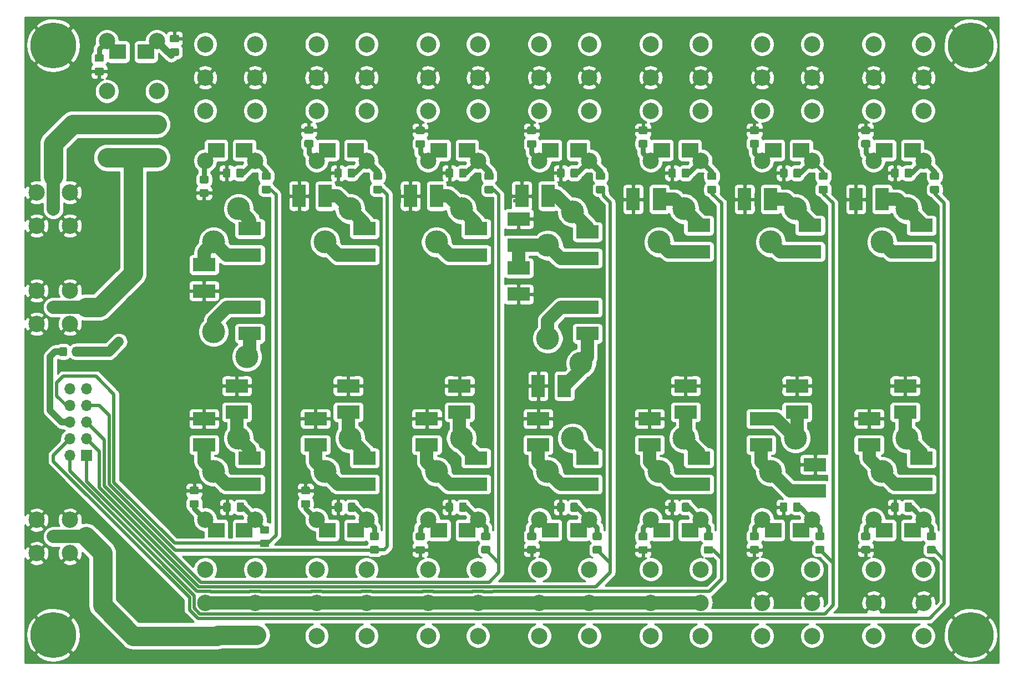
<source format=gbr>
%TF.GenerationSoftware,KiCad,Pcbnew,(5.1.5)-3*%
%TF.CreationDate,2020-07-21T14:48:15+02:00*%
%TF.ProjectId,LPF,4c50462e-6b69-4636-9164-5f7063625858,rev?*%
%TF.SameCoordinates,Original*%
%TF.FileFunction,Copper,L4,Bot*%
%TF.FilePolarity,Positive*%
%FSLAX46Y46*%
G04 Gerber Fmt 4.6, Leading zero omitted, Abs format (unit mm)*
G04 Created by KiCad (PCBNEW (5.1.5)-3) date 2020-07-21 14:48:15*
%MOMM*%
%LPD*%
G04 APERTURE LIST*
%ADD10C,0.100000*%
%ADD11R,2.500000X2.300000*%
%ADD12C,2.500000*%
%ADD13R,2.000000X3.500000*%
%ADD14R,3.500000X2.000000*%
%ADD15R,1.700000X1.700000*%
%ADD16O,1.700000X1.700000*%
%ADD17C,3.500000*%
%ADD18C,2.499360*%
%ADD19C,1.998980*%
%ADD20C,7.000000*%
%ADD21C,0.600000*%
%ADD22C,2.000000*%
%ADD23C,1.000000*%
%ADD24C,0.800000*%
%ADD25C,0.500000*%
%ADD26C,1.500000*%
%ADD27C,0.700000*%
%ADD28C,3.000000*%
%ADD29C,0.254000*%
G04 APERTURE END LIST*
%TA.AperFunction,SMDPad,CuDef*%
D10*
G36*
X96224505Y-65951204D02*
G01*
X96248773Y-65954804D01*
X96272572Y-65960765D01*
X96295671Y-65969030D01*
X96317850Y-65979520D01*
X96338893Y-65992132D01*
X96358599Y-66006747D01*
X96376777Y-66023223D01*
X96393253Y-66041401D01*
X96407868Y-66061107D01*
X96420480Y-66082150D01*
X96430970Y-66104329D01*
X96439235Y-66127428D01*
X96445196Y-66151227D01*
X96448796Y-66175495D01*
X96450000Y-66199999D01*
X96450000Y-66850001D01*
X96448796Y-66874505D01*
X96445196Y-66898773D01*
X96439235Y-66922572D01*
X96430970Y-66945671D01*
X96420480Y-66967850D01*
X96407868Y-66988893D01*
X96393253Y-67008599D01*
X96376777Y-67026777D01*
X96358599Y-67043253D01*
X96338893Y-67057868D01*
X96317850Y-67070480D01*
X96295671Y-67080970D01*
X96272572Y-67089235D01*
X96248773Y-67095196D01*
X96224505Y-67098796D01*
X96200001Y-67100000D01*
X95299999Y-67100000D01*
X95275495Y-67098796D01*
X95251227Y-67095196D01*
X95227428Y-67089235D01*
X95204329Y-67080970D01*
X95182150Y-67070480D01*
X95161107Y-67057868D01*
X95141401Y-67043253D01*
X95123223Y-67026777D01*
X95106747Y-67008599D01*
X95092132Y-66988893D01*
X95079520Y-66967850D01*
X95069030Y-66945671D01*
X95060765Y-66922572D01*
X95054804Y-66898773D01*
X95051204Y-66874505D01*
X95050000Y-66850001D01*
X95050000Y-66199999D01*
X95051204Y-66175495D01*
X95054804Y-66151227D01*
X95060765Y-66127428D01*
X95069030Y-66104329D01*
X95079520Y-66082150D01*
X95092132Y-66061107D01*
X95106747Y-66041401D01*
X95123223Y-66023223D01*
X95141401Y-66006747D01*
X95161107Y-65992132D01*
X95182150Y-65979520D01*
X95204329Y-65969030D01*
X95227428Y-65960765D01*
X95251227Y-65954804D01*
X95275495Y-65951204D01*
X95299999Y-65950000D01*
X96200001Y-65950000D01*
X96224505Y-65951204D01*
G37*
%TD.AperFunction*%
%TA.AperFunction,SMDPad,CuDef*%
G36*
X96224505Y-63901204D02*
G01*
X96248773Y-63904804D01*
X96272572Y-63910765D01*
X96295671Y-63919030D01*
X96317850Y-63929520D01*
X96338893Y-63942132D01*
X96358599Y-63956747D01*
X96376777Y-63973223D01*
X96393253Y-63991401D01*
X96407868Y-64011107D01*
X96420480Y-64032150D01*
X96430970Y-64054329D01*
X96439235Y-64077428D01*
X96445196Y-64101227D01*
X96448796Y-64125495D01*
X96450000Y-64149999D01*
X96450000Y-64800001D01*
X96448796Y-64824505D01*
X96445196Y-64848773D01*
X96439235Y-64872572D01*
X96430970Y-64895671D01*
X96420480Y-64917850D01*
X96407868Y-64938893D01*
X96393253Y-64958599D01*
X96376777Y-64976777D01*
X96358599Y-64993253D01*
X96338893Y-65007868D01*
X96317850Y-65020480D01*
X96295671Y-65030970D01*
X96272572Y-65039235D01*
X96248773Y-65045196D01*
X96224505Y-65048796D01*
X96200001Y-65050000D01*
X95299999Y-65050000D01*
X95275495Y-65048796D01*
X95251227Y-65045196D01*
X95227428Y-65039235D01*
X95204329Y-65030970D01*
X95182150Y-65020480D01*
X95161107Y-65007868D01*
X95141401Y-64993253D01*
X95123223Y-64976777D01*
X95106747Y-64958599D01*
X95092132Y-64938893D01*
X95079520Y-64917850D01*
X95069030Y-64895671D01*
X95060765Y-64872572D01*
X95054804Y-64848773D01*
X95051204Y-64824505D01*
X95050000Y-64800001D01*
X95050000Y-64149999D01*
X95051204Y-64125495D01*
X95054804Y-64101227D01*
X95060765Y-64077428D01*
X95069030Y-64054329D01*
X95079520Y-64032150D01*
X95092132Y-64011107D01*
X95106747Y-63991401D01*
X95123223Y-63973223D01*
X95141401Y-63956747D01*
X95161107Y-63942132D01*
X95182150Y-63929520D01*
X95204329Y-63919030D01*
X95227428Y-63910765D01*
X95251227Y-63904804D01*
X95275495Y-63901204D01*
X95299999Y-63900000D01*
X96200001Y-63900000D01*
X96224505Y-63901204D01*
G37*
%TD.AperFunction*%
D11*
X173100000Y-60500000D03*
X177400000Y-60500000D03*
D12*
X79060000Y-43880000D03*
X71440000Y-43880000D03*
X79060000Y-51500000D03*
X71440000Y-51500000D03*
X79060000Y-56580000D03*
X71440000Y-56580000D03*
X79060000Y-61660000D03*
X71440000Y-61660000D03*
%TA.AperFunction,SMDPad,CuDef*%
D10*
G36*
X192049505Y-63301204D02*
G01*
X192073773Y-63304804D01*
X192097572Y-63310765D01*
X192120671Y-63319030D01*
X192142850Y-63329520D01*
X192163893Y-63342132D01*
X192183599Y-63356747D01*
X192201777Y-63373223D01*
X192218253Y-63391401D01*
X192232868Y-63411107D01*
X192245480Y-63432150D01*
X192255970Y-63454329D01*
X192264235Y-63477428D01*
X192270196Y-63501227D01*
X192273796Y-63525495D01*
X192275000Y-63549999D01*
X192275000Y-64450001D01*
X192273796Y-64474505D01*
X192270196Y-64498773D01*
X192264235Y-64522572D01*
X192255970Y-64545671D01*
X192245480Y-64567850D01*
X192232868Y-64588893D01*
X192218253Y-64608599D01*
X192201777Y-64626777D01*
X192183599Y-64643253D01*
X192163893Y-64657868D01*
X192142850Y-64670480D01*
X192120671Y-64680970D01*
X192097572Y-64689235D01*
X192073773Y-64695196D01*
X192049505Y-64698796D01*
X192025001Y-64700000D01*
X191374999Y-64700000D01*
X191350495Y-64698796D01*
X191326227Y-64695196D01*
X191302428Y-64689235D01*
X191279329Y-64680970D01*
X191257150Y-64670480D01*
X191236107Y-64657868D01*
X191216401Y-64643253D01*
X191198223Y-64626777D01*
X191181747Y-64608599D01*
X191167132Y-64588893D01*
X191154520Y-64567850D01*
X191144030Y-64545671D01*
X191135765Y-64522572D01*
X191129804Y-64498773D01*
X191126204Y-64474505D01*
X191125000Y-64450001D01*
X191125000Y-63549999D01*
X191126204Y-63525495D01*
X191129804Y-63501227D01*
X191135765Y-63477428D01*
X191144030Y-63454329D01*
X191154520Y-63432150D01*
X191167132Y-63411107D01*
X191181747Y-63391401D01*
X191198223Y-63373223D01*
X191216401Y-63356747D01*
X191236107Y-63342132D01*
X191257150Y-63329520D01*
X191279329Y-63319030D01*
X191302428Y-63310765D01*
X191326227Y-63304804D01*
X191350495Y-63301204D01*
X191374999Y-63300000D01*
X192025001Y-63300000D01*
X192049505Y-63301204D01*
G37*
%TD.AperFunction*%
%TA.AperFunction,SMDPad,CuDef*%
G36*
X194099505Y-63301204D02*
G01*
X194123773Y-63304804D01*
X194147572Y-63310765D01*
X194170671Y-63319030D01*
X194192850Y-63329520D01*
X194213893Y-63342132D01*
X194233599Y-63356747D01*
X194251777Y-63373223D01*
X194268253Y-63391401D01*
X194282868Y-63411107D01*
X194295480Y-63432150D01*
X194305970Y-63454329D01*
X194314235Y-63477428D01*
X194320196Y-63501227D01*
X194323796Y-63525495D01*
X194325000Y-63549999D01*
X194325000Y-64450001D01*
X194323796Y-64474505D01*
X194320196Y-64498773D01*
X194314235Y-64522572D01*
X194305970Y-64545671D01*
X194295480Y-64567850D01*
X194282868Y-64588893D01*
X194268253Y-64608599D01*
X194251777Y-64626777D01*
X194233599Y-64643253D01*
X194213893Y-64657868D01*
X194192850Y-64670480D01*
X194170671Y-64680970D01*
X194147572Y-64689235D01*
X194123773Y-64695196D01*
X194099505Y-64698796D01*
X194075001Y-64700000D01*
X193424999Y-64700000D01*
X193400495Y-64698796D01*
X193376227Y-64695196D01*
X193352428Y-64689235D01*
X193329329Y-64680970D01*
X193307150Y-64670480D01*
X193286107Y-64657868D01*
X193266401Y-64643253D01*
X193248223Y-64626777D01*
X193231747Y-64608599D01*
X193217132Y-64588893D01*
X193204520Y-64567850D01*
X193194030Y-64545671D01*
X193185765Y-64522572D01*
X193179804Y-64498773D01*
X193176204Y-64474505D01*
X193175000Y-64450001D01*
X193175000Y-63549999D01*
X193176204Y-63525495D01*
X193179804Y-63501227D01*
X193185765Y-63477428D01*
X193194030Y-63454329D01*
X193204520Y-63432150D01*
X193217132Y-63411107D01*
X193231747Y-63391401D01*
X193248223Y-63373223D01*
X193266401Y-63356747D01*
X193286107Y-63342132D01*
X193307150Y-63329520D01*
X193329329Y-63319030D01*
X193352428Y-63310765D01*
X193376227Y-63304804D01*
X193400495Y-63301204D01*
X193424999Y-63300000D01*
X194075001Y-63300000D01*
X194099505Y-63301204D01*
G37*
%TD.AperFunction*%
%TA.AperFunction,SMDPad,CuDef*%
G36*
X175074505Y-63301204D02*
G01*
X175098773Y-63304804D01*
X175122572Y-63310765D01*
X175145671Y-63319030D01*
X175167850Y-63329520D01*
X175188893Y-63342132D01*
X175208599Y-63356747D01*
X175226777Y-63373223D01*
X175243253Y-63391401D01*
X175257868Y-63411107D01*
X175270480Y-63432150D01*
X175280970Y-63454329D01*
X175289235Y-63477428D01*
X175295196Y-63501227D01*
X175298796Y-63525495D01*
X175300000Y-63549999D01*
X175300000Y-64450001D01*
X175298796Y-64474505D01*
X175295196Y-64498773D01*
X175289235Y-64522572D01*
X175280970Y-64545671D01*
X175270480Y-64567850D01*
X175257868Y-64588893D01*
X175243253Y-64608599D01*
X175226777Y-64626777D01*
X175208599Y-64643253D01*
X175188893Y-64657868D01*
X175167850Y-64670480D01*
X175145671Y-64680970D01*
X175122572Y-64689235D01*
X175098773Y-64695196D01*
X175074505Y-64698796D01*
X175050001Y-64700000D01*
X174399999Y-64700000D01*
X174375495Y-64698796D01*
X174351227Y-64695196D01*
X174327428Y-64689235D01*
X174304329Y-64680970D01*
X174282150Y-64670480D01*
X174261107Y-64657868D01*
X174241401Y-64643253D01*
X174223223Y-64626777D01*
X174206747Y-64608599D01*
X174192132Y-64588893D01*
X174179520Y-64567850D01*
X174169030Y-64545671D01*
X174160765Y-64522572D01*
X174154804Y-64498773D01*
X174151204Y-64474505D01*
X174150000Y-64450001D01*
X174150000Y-63549999D01*
X174151204Y-63525495D01*
X174154804Y-63501227D01*
X174160765Y-63477428D01*
X174169030Y-63454329D01*
X174179520Y-63432150D01*
X174192132Y-63411107D01*
X174206747Y-63391401D01*
X174223223Y-63373223D01*
X174241401Y-63356747D01*
X174261107Y-63342132D01*
X174282150Y-63329520D01*
X174304329Y-63319030D01*
X174327428Y-63310765D01*
X174351227Y-63304804D01*
X174375495Y-63301204D01*
X174399999Y-63300000D01*
X175050001Y-63300000D01*
X175074505Y-63301204D01*
G37*
%TD.AperFunction*%
%TA.AperFunction,SMDPad,CuDef*%
G36*
X177124505Y-63301204D02*
G01*
X177148773Y-63304804D01*
X177172572Y-63310765D01*
X177195671Y-63319030D01*
X177217850Y-63329520D01*
X177238893Y-63342132D01*
X177258599Y-63356747D01*
X177276777Y-63373223D01*
X177293253Y-63391401D01*
X177307868Y-63411107D01*
X177320480Y-63432150D01*
X177330970Y-63454329D01*
X177339235Y-63477428D01*
X177345196Y-63501227D01*
X177348796Y-63525495D01*
X177350000Y-63549999D01*
X177350000Y-64450001D01*
X177348796Y-64474505D01*
X177345196Y-64498773D01*
X177339235Y-64522572D01*
X177330970Y-64545671D01*
X177320480Y-64567850D01*
X177307868Y-64588893D01*
X177293253Y-64608599D01*
X177276777Y-64626777D01*
X177258599Y-64643253D01*
X177238893Y-64657868D01*
X177217850Y-64670480D01*
X177195671Y-64680970D01*
X177172572Y-64689235D01*
X177148773Y-64695196D01*
X177124505Y-64698796D01*
X177100001Y-64700000D01*
X176449999Y-64700000D01*
X176425495Y-64698796D01*
X176401227Y-64695196D01*
X176377428Y-64689235D01*
X176354329Y-64680970D01*
X176332150Y-64670480D01*
X176311107Y-64657868D01*
X176291401Y-64643253D01*
X176273223Y-64626777D01*
X176256747Y-64608599D01*
X176242132Y-64588893D01*
X176229520Y-64567850D01*
X176219030Y-64545671D01*
X176210765Y-64522572D01*
X176204804Y-64498773D01*
X176201204Y-64474505D01*
X176200000Y-64450001D01*
X176200000Y-63549999D01*
X176201204Y-63525495D01*
X176204804Y-63501227D01*
X176210765Y-63477428D01*
X176219030Y-63454329D01*
X176229520Y-63432150D01*
X176242132Y-63411107D01*
X176256747Y-63391401D01*
X176273223Y-63373223D01*
X176291401Y-63356747D01*
X176311107Y-63342132D01*
X176332150Y-63329520D01*
X176354329Y-63319030D01*
X176377428Y-63310765D01*
X176401227Y-63304804D01*
X176425495Y-63301204D01*
X176449999Y-63300000D01*
X177100001Y-63300000D01*
X177124505Y-63301204D01*
G37*
%TD.AperFunction*%
%TA.AperFunction,SMDPad,CuDef*%
G36*
X160099505Y-63301204D02*
G01*
X160123773Y-63304804D01*
X160147572Y-63310765D01*
X160170671Y-63319030D01*
X160192850Y-63329520D01*
X160213893Y-63342132D01*
X160233599Y-63356747D01*
X160251777Y-63373223D01*
X160268253Y-63391401D01*
X160282868Y-63411107D01*
X160295480Y-63432150D01*
X160305970Y-63454329D01*
X160314235Y-63477428D01*
X160320196Y-63501227D01*
X160323796Y-63525495D01*
X160325000Y-63549999D01*
X160325000Y-64450001D01*
X160323796Y-64474505D01*
X160320196Y-64498773D01*
X160314235Y-64522572D01*
X160305970Y-64545671D01*
X160295480Y-64567850D01*
X160282868Y-64588893D01*
X160268253Y-64608599D01*
X160251777Y-64626777D01*
X160233599Y-64643253D01*
X160213893Y-64657868D01*
X160192850Y-64670480D01*
X160170671Y-64680970D01*
X160147572Y-64689235D01*
X160123773Y-64695196D01*
X160099505Y-64698796D01*
X160075001Y-64700000D01*
X159424999Y-64700000D01*
X159400495Y-64698796D01*
X159376227Y-64695196D01*
X159352428Y-64689235D01*
X159329329Y-64680970D01*
X159307150Y-64670480D01*
X159286107Y-64657868D01*
X159266401Y-64643253D01*
X159248223Y-64626777D01*
X159231747Y-64608599D01*
X159217132Y-64588893D01*
X159204520Y-64567850D01*
X159194030Y-64545671D01*
X159185765Y-64522572D01*
X159179804Y-64498773D01*
X159176204Y-64474505D01*
X159175000Y-64450001D01*
X159175000Y-63549999D01*
X159176204Y-63525495D01*
X159179804Y-63501227D01*
X159185765Y-63477428D01*
X159194030Y-63454329D01*
X159204520Y-63432150D01*
X159217132Y-63411107D01*
X159231747Y-63391401D01*
X159248223Y-63373223D01*
X159266401Y-63356747D01*
X159286107Y-63342132D01*
X159307150Y-63329520D01*
X159329329Y-63319030D01*
X159352428Y-63310765D01*
X159376227Y-63304804D01*
X159400495Y-63301204D01*
X159424999Y-63300000D01*
X160075001Y-63300000D01*
X160099505Y-63301204D01*
G37*
%TD.AperFunction*%
%TA.AperFunction,SMDPad,CuDef*%
G36*
X158049505Y-63301204D02*
G01*
X158073773Y-63304804D01*
X158097572Y-63310765D01*
X158120671Y-63319030D01*
X158142850Y-63329520D01*
X158163893Y-63342132D01*
X158183599Y-63356747D01*
X158201777Y-63373223D01*
X158218253Y-63391401D01*
X158232868Y-63411107D01*
X158245480Y-63432150D01*
X158255970Y-63454329D01*
X158264235Y-63477428D01*
X158270196Y-63501227D01*
X158273796Y-63525495D01*
X158275000Y-63549999D01*
X158275000Y-64450001D01*
X158273796Y-64474505D01*
X158270196Y-64498773D01*
X158264235Y-64522572D01*
X158255970Y-64545671D01*
X158245480Y-64567850D01*
X158232868Y-64588893D01*
X158218253Y-64608599D01*
X158201777Y-64626777D01*
X158183599Y-64643253D01*
X158163893Y-64657868D01*
X158142850Y-64670480D01*
X158120671Y-64680970D01*
X158097572Y-64689235D01*
X158073773Y-64695196D01*
X158049505Y-64698796D01*
X158025001Y-64700000D01*
X157374999Y-64700000D01*
X157350495Y-64698796D01*
X157326227Y-64695196D01*
X157302428Y-64689235D01*
X157279329Y-64680970D01*
X157257150Y-64670480D01*
X157236107Y-64657868D01*
X157216401Y-64643253D01*
X157198223Y-64626777D01*
X157181747Y-64608599D01*
X157167132Y-64588893D01*
X157154520Y-64567850D01*
X157144030Y-64545671D01*
X157135765Y-64522572D01*
X157129804Y-64498773D01*
X157126204Y-64474505D01*
X157125000Y-64450001D01*
X157125000Y-63549999D01*
X157126204Y-63525495D01*
X157129804Y-63501227D01*
X157135765Y-63477428D01*
X157144030Y-63454329D01*
X157154520Y-63432150D01*
X157167132Y-63411107D01*
X157181747Y-63391401D01*
X157198223Y-63373223D01*
X157216401Y-63356747D01*
X157236107Y-63342132D01*
X157257150Y-63329520D01*
X157279329Y-63319030D01*
X157302428Y-63310765D01*
X157326227Y-63304804D01*
X157350495Y-63301204D01*
X157374999Y-63300000D01*
X158025001Y-63300000D01*
X158049505Y-63301204D01*
G37*
%TD.AperFunction*%
%TA.AperFunction,SMDPad,CuDef*%
G36*
X141049505Y-63301204D02*
G01*
X141073773Y-63304804D01*
X141097572Y-63310765D01*
X141120671Y-63319030D01*
X141142850Y-63329520D01*
X141163893Y-63342132D01*
X141183599Y-63356747D01*
X141201777Y-63373223D01*
X141218253Y-63391401D01*
X141232868Y-63411107D01*
X141245480Y-63432150D01*
X141255970Y-63454329D01*
X141264235Y-63477428D01*
X141270196Y-63501227D01*
X141273796Y-63525495D01*
X141275000Y-63549999D01*
X141275000Y-64450001D01*
X141273796Y-64474505D01*
X141270196Y-64498773D01*
X141264235Y-64522572D01*
X141255970Y-64545671D01*
X141245480Y-64567850D01*
X141232868Y-64588893D01*
X141218253Y-64608599D01*
X141201777Y-64626777D01*
X141183599Y-64643253D01*
X141163893Y-64657868D01*
X141142850Y-64670480D01*
X141120671Y-64680970D01*
X141097572Y-64689235D01*
X141073773Y-64695196D01*
X141049505Y-64698796D01*
X141025001Y-64700000D01*
X140374999Y-64700000D01*
X140350495Y-64698796D01*
X140326227Y-64695196D01*
X140302428Y-64689235D01*
X140279329Y-64680970D01*
X140257150Y-64670480D01*
X140236107Y-64657868D01*
X140216401Y-64643253D01*
X140198223Y-64626777D01*
X140181747Y-64608599D01*
X140167132Y-64588893D01*
X140154520Y-64567850D01*
X140144030Y-64545671D01*
X140135765Y-64522572D01*
X140129804Y-64498773D01*
X140126204Y-64474505D01*
X140125000Y-64450001D01*
X140125000Y-63549999D01*
X140126204Y-63525495D01*
X140129804Y-63501227D01*
X140135765Y-63477428D01*
X140144030Y-63454329D01*
X140154520Y-63432150D01*
X140167132Y-63411107D01*
X140181747Y-63391401D01*
X140198223Y-63373223D01*
X140216401Y-63356747D01*
X140236107Y-63342132D01*
X140257150Y-63329520D01*
X140279329Y-63319030D01*
X140302428Y-63310765D01*
X140326227Y-63304804D01*
X140350495Y-63301204D01*
X140374999Y-63300000D01*
X141025001Y-63300000D01*
X141049505Y-63301204D01*
G37*
%TD.AperFunction*%
%TA.AperFunction,SMDPad,CuDef*%
G36*
X143099505Y-63301204D02*
G01*
X143123773Y-63304804D01*
X143147572Y-63310765D01*
X143170671Y-63319030D01*
X143192850Y-63329520D01*
X143213893Y-63342132D01*
X143233599Y-63356747D01*
X143251777Y-63373223D01*
X143268253Y-63391401D01*
X143282868Y-63411107D01*
X143295480Y-63432150D01*
X143305970Y-63454329D01*
X143314235Y-63477428D01*
X143320196Y-63501227D01*
X143323796Y-63525495D01*
X143325000Y-63549999D01*
X143325000Y-64450001D01*
X143323796Y-64474505D01*
X143320196Y-64498773D01*
X143314235Y-64522572D01*
X143305970Y-64545671D01*
X143295480Y-64567850D01*
X143282868Y-64588893D01*
X143268253Y-64608599D01*
X143251777Y-64626777D01*
X143233599Y-64643253D01*
X143213893Y-64657868D01*
X143192850Y-64670480D01*
X143170671Y-64680970D01*
X143147572Y-64689235D01*
X143123773Y-64695196D01*
X143099505Y-64698796D01*
X143075001Y-64700000D01*
X142424999Y-64700000D01*
X142400495Y-64698796D01*
X142376227Y-64695196D01*
X142352428Y-64689235D01*
X142329329Y-64680970D01*
X142307150Y-64670480D01*
X142286107Y-64657868D01*
X142266401Y-64643253D01*
X142248223Y-64626777D01*
X142231747Y-64608599D01*
X142217132Y-64588893D01*
X142204520Y-64567850D01*
X142194030Y-64545671D01*
X142185765Y-64522572D01*
X142179804Y-64498773D01*
X142176204Y-64474505D01*
X142175000Y-64450001D01*
X142175000Y-63549999D01*
X142176204Y-63525495D01*
X142179804Y-63501227D01*
X142185765Y-63477428D01*
X142194030Y-63454329D01*
X142204520Y-63432150D01*
X142217132Y-63411107D01*
X142231747Y-63391401D01*
X142248223Y-63373223D01*
X142266401Y-63356747D01*
X142286107Y-63342132D01*
X142307150Y-63329520D01*
X142329329Y-63319030D01*
X142352428Y-63310765D01*
X142376227Y-63304804D01*
X142400495Y-63301204D01*
X142424999Y-63300000D01*
X143075001Y-63300000D01*
X143099505Y-63301204D01*
G37*
%TD.AperFunction*%
%TA.AperFunction,SMDPad,CuDef*%
G36*
X124049505Y-63301204D02*
G01*
X124073773Y-63304804D01*
X124097572Y-63310765D01*
X124120671Y-63319030D01*
X124142850Y-63329520D01*
X124163893Y-63342132D01*
X124183599Y-63356747D01*
X124201777Y-63373223D01*
X124218253Y-63391401D01*
X124232868Y-63411107D01*
X124245480Y-63432150D01*
X124255970Y-63454329D01*
X124264235Y-63477428D01*
X124270196Y-63501227D01*
X124273796Y-63525495D01*
X124275000Y-63549999D01*
X124275000Y-64450001D01*
X124273796Y-64474505D01*
X124270196Y-64498773D01*
X124264235Y-64522572D01*
X124255970Y-64545671D01*
X124245480Y-64567850D01*
X124232868Y-64588893D01*
X124218253Y-64608599D01*
X124201777Y-64626777D01*
X124183599Y-64643253D01*
X124163893Y-64657868D01*
X124142850Y-64670480D01*
X124120671Y-64680970D01*
X124097572Y-64689235D01*
X124073773Y-64695196D01*
X124049505Y-64698796D01*
X124025001Y-64700000D01*
X123374999Y-64700000D01*
X123350495Y-64698796D01*
X123326227Y-64695196D01*
X123302428Y-64689235D01*
X123279329Y-64680970D01*
X123257150Y-64670480D01*
X123236107Y-64657868D01*
X123216401Y-64643253D01*
X123198223Y-64626777D01*
X123181747Y-64608599D01*
X123167132Y-64588893D01*
X123154520Y-64567850D01*
X123144030Y-64545671D01*
X123135765Y-64522572D01*
X123129804Y-64498773D01*
X123126204Y-64474505D01*
X123125000Y-64450001D01*
X123125000Y-63549999D01*
X123126204Y-63525495D01*
X123129804Y-63501227D01*
X123135765Y-63477428D01*
X123144030Y-63454329D01*
X123154520Y-63432150D01*
X123167132Y-63411107D01*
X123181747Y-63391401D01*
X123198223Y-63373223D01*
X123216401Y-63356747D01*
X123236107Y-63342132D01*
X123257150Y-63329520D01*
X123279329Y-63319030D01*
X123302428Y-63310765D01*
X123326227Y-63304804D01*
X123350495Y-63301204D01*
X123374999Y-63300000D01*
X124025001Y-63300000D01*
X124049505Y-63301204D01*
G37*
%TD.AperFunction*%
%TA.AperFunction,SMDPad,CuDef*%
G36*
X126099505Y-63301204D02*
G01*
X126123773Y-63304804D01*
X126147572Y-63310765D01*
X126170671Y-63319030D01*
X126192850Y-63329520D01*
X126213893Y-63342132D01*
X126233599Y-63356747D01*
X126251777Y-63373223D01*
X126268253Y-63391401D01*
X126282868Y-63411107D01*
X126295480Y-63432150D01*
X126305970Y-63454329D01*
X126314235Y-63477428D01*
X126320196Y-63501227D01*
X126323796Y-63525495D01*
X126325000Y-63549999D01*
X126325000Y-64450001D01*
X126323796Y-64474505D01*
X126320196Y-64498773D01*
X126314235Y-64522572D01*
X126305970Y-64545671D01*
X126295480Y-64567850D01*
X126282868Y-64588893D01*
X126268253Y-64608599D01*
X126251777Y-64626777D01*
X126233599Y-64643253D01*
X126213893Y-64657868D01*
X126192850Y-64670480D01*
X126170671Y-64680970D01*
X126147572Y-64689235D01*
X126123773Y-64695196D01*
X126099505Y-64698796D01*
X126075001Y-64700000D01*
X125424999Y-64700000D01*
X125400495Y-64698796D01*
X125376227Y-64695196D01*
X125352428Y-64689235D01*
X125329329Y-64680970D01*
X125307150Y-64670480D01*
X125286107Y-64657868D01*
X125266401Y-64643253D01*
X125248223Y-64626777D01*
X125231747Y-64608599D01*
X125217132Y-64588893D01*
X125204520Y-64567850D01*
X125194030Y-64545671D01*
X125185765Y-64522572D01*
X125179804Y-64498773D01*
X125176204Y-64474505D01*
X125175000Y-64450001D01*
X125175000Y-63549999D01*
X125176204Y-63525495D01*
X125179804Y-63501227D01*
X125185765Y-63477428D01*
X125194030Y-63454329D01*
X125204520Y-63432150D01*
X125217132Y-63411107D01*
X125231747Y-63391401D01*
X125248223Y-63373223D01*
X125266401Y-63356747D01*
X125286107Y-63342132D01*
X125307150Y-63329520D01*
X125329329Y-63319030D01*
X125352428Y-63310765D01*
X125376227Y-63304804D01*
X125400495Y-63301204D01*
X125424999Y-63300000D01*
X126075001Y-63300000D01*
X126099505Y-63301204D01*
G37*
%TD.AperFunction*%
%TA.AperFunction,SMDPad,CuDef*%
G36*
X109099505Y-63301204D02*
G01*
X109123773Y-63304804D01*
X109147572Y-63310765D01*
X109170671Y-63319030D01*
X109192850Y-63329520D01*
X109213893Y-63342132D01*
X109233599Y-63356747D01*
X109251777Y-63373223D01*
X109268253Y-63391401D01*
X109282868Y-63411107D01*
X109295480Y-63432150D01*
X109305970Y-63454329D01*
X109314235Y-63477428D01*
X109320196Y-63501227D01*
X109323796Y-63525495D01*
X109325000Y-63549999D01*
X109325000Y-64450001D01*
X109323796Y-64474505D01*
X109320196Y-64498773D01*
X109314235Y-64522572D01*
X109305970Y-64545671D01*
X109295480Y-64567850D01*
X109282868Y-64588893D01*
X109268253Y-64608599D01*
X109251777Y-64626777D01*
X109233599Y-64643253D01*
X109213893Y-64657868D01*
X109192850Y-64670480D01*
X109170671Y-64680970D01*
X109147572Y-64689235D01*
X109123773Y-64695196D01*
X109099505Y-64698796D01*
X109075001Y-64700000D01*
X108424999Y-64700000D01*
X108400495Y-64698796D01*
X108376227Y-64695196D01*
X108352428Y-64689235D01*
X108329329Y-64680970D01*
X108307150Y-64670480D01*
X108286107Y-64657868D01*
X108266401Y-64643253D01*
X108248223Y-64626777D01*
X108231747Y-64608599D01*
X108217132Y-64588893D01*
X108204520Y-64567850D01*
X108194030Y-64545671D01*
X108185765Y-64522572D01*
X108179804Y-64498773D01*
X108176204Y-64474505D01*
X108175000Y-64450001D01*
X108175000Y-63549999D01*
X108176204Y-63525495D01*
X108179804Y-63501227D01*
X108185765Y-63477428D01*
X108194030Y-63454329D01*
X108204520Y-63432150D01*
X108217132Y-63411107D01*
X108231747Y-63391401D01*
X108248223Y-63373223D01*
X108266401Y-63356747D01*
X108286107Y-63342132D01*
X108307150Y-63329520D01*
X108329329Y-63319030D01*
X108352428Y-63310765D01*
X108376227Y-63304804D01*
X108400495Y-63301204D01*
X108424999Y-63300000D01*
X109075001Y-63300000D01*
X109099505Y-63301204D01*
G37*
%TD.AperFunction*%
%TA.AperFunction,SMDPad,CuDef*%
G36*
X107049505Y-63301204D02*
G01*
X107073773Y-63304804D01*
X107097572Y-63310765D01*
X107120671Y-63319030D01*
X107142850Y-63329520D01*
X107163893Y-63342132D01*
X107183599Y-63356747D01*
X107201777Y-63373223D01*
X107218253Y-63391401D01*
X107232868Y-63411107D01*
X107245480Y-63432150D01*
X107255970Y-63454329D01*
X107264235Y-63477428D01*
X107270196Y-63501227D01*
X107273796Y-63525495D01*
X107275000Y-63549999D01*
X107275000Y-64450001D01*
X107273796Y-64474505D01*
X107270196Y-64498773D01*
X107264235Y-64522572D01*
X107255970Y-64545671D01*
X107245480Y-64567850D01*
X107232868Y-64588893D01*
X107218253Y-64608599D01*
X107201777Y-64626777D01*
X107183599Y-64643253D01*
X107163893Y-64657868D01*
X107142850Y-64670480D01*
X107120671Y-64680970D01*
X107097572Y-64689235D01*
X107073773Y-64695196D01*
X107049505Y-64698796D01*
X107025001Y-64700000D01*
X106374999Y-64700000D01*
X106350495Y-64698796D01*
X106326227Y-64695196D01*
X106302428Y-64689235D01*
X106279329Y-64680970D01*
X106257150Y-64670480D01*
X106236107Y-64657868D01*
X106216401Y-64643253D01*
X106198223Y-64626777D01*
X106181747Y-64608599D01*
X106167132Y-64588893D01*
X106154520Y-64567850D01*
X106144030Y-64545671D01*
X106135765Y-64522572D01*
X106129804Y-64498773D01*
X106126204Y-64474505D01*
X106125000Y-64450001D01*
X106125000Y-63549999D01*
X106126204Y-63525495D01*
X106129804Y-63501227D01*
X106135765Y-63477428D01*
X106144030Y-63454329D01*
X106154520Y-63432150D01*
X106167132Y-63411107D01*
X106181747Y-63391401D01*
X106198223Y-63373223D01*
X106216401Y-63356747D01*
X106236107Y-63342132D01*
X106257150Y-63329520D01*
X106279329Y-63319030D01*
X106302428Y-63310765D01*
X106326227Y-63304804D01*
X106350495Y-63301204D01*
X106374999Y-63300000D01*
X107025001Y-63300000D01*
X107049505Y-63301204D01*
G37*
%TD.AperFunction*%
%TA.AperFunction,SMDPad,CuDef*%
G36*
X82224505Y-42901204D02*
G01*
X82248773Y-42904804D01*
X82272572Y-42910765D01*
X82295671Y-42919030D01*
X82317850Y-42929520D01*
X82338893Y-42942132D01*
X82358599Y-42956747D01*
X82376777Y-42973223D01*
X82393253Y-42991401D01*
X82407868Y-43011107D01*
X82420480Y-43032150D01*
X82430970Y-43054329D01*
X82439235Y-43077428D01*
X82445196Y-43101227D01*
X82448796Y-43125495D01*
X82450000Y-43149999D01*
X82450000Y-43800001D01*
X82448796Y-43824505D01*
X82445196Y-43848773D01*
X82439235Y-43872572D01*
X82430970Y-43895671D01*
X82420480Y-43917850D01*
X82407868Y-43938893D01*
X82393253Y-43958599D01*
X82376777Y-43976777D01*
X82358599Y-43993253D01*
X82338893Y-44007868D01*
X82317850Y-44020480D01*
X82295671Y-44030970D01*
X82272572Y-44039235D01*
X82248773Y-44045196D01*
X82224505Y-44048796D01*
X82200001Y-44050000D01*
X81299999Y-44050000D01*
X81275495Y-44048796D01*
X81251227Y-44045196D01*
X81227428Y-44039235D01*
X81204329Y-44030970D01*
X81182150Y-44020480D01*
X81161107Y-44007868D01*
X81141401Y-43993253D01*
X81123223Y-43976777D01*
X81106747Y-43958599D01*
X81092132Y-43938893D01*
X81079520Y-43917850D01*
X81069030Y-43895671D01*
X81060765Y-43872572D01*
X81054804Y-43848773D01*
X81051204Y-43824505D01*
X81050000Y-43800001D01*
X81050000Y-43149999D01*
X81051204Y-43125495D01*
X81054804Y-43101227D01*
X81060765Y-43077428D01*
X81069030Y-43054329D01*
X81079520Y-43032150D01*
X81092132Y-43011107D01*
X81106747Y-42991401D01*
X81123223Y-42973223D01*
X81141401Y-42956747D01*
X81161107Y-42942132D01*
X81182150Y-42929520D01*
X81204329Y-42919030D01*
X81227428Y-42910765D01*
X81251227Y-42904804D01*
X81275495Y-42901204D01*
X81299999Y-42900000D01*
X82200001Y-42900000D01*
X82224505Y-42901204D01*
G37*
%TD.AperFunction*%
%TA.AperFunction,SMDPad,CuDef*%
G36*
X82224505Y-44951204D02*
G01*
X82248773Y-44954804D01*
X82272572Y-44960765D01*
X82295671Y-44969030D01*
X82317850Y-44979520D01*
X82338893Y-44992132D01*
X82358599Y-45006747D01*
X82376777Y-45023223D01*
X82393253Y-45041401D01*
X82407868Y-45061107D01*
X82420480Y-45082150D01*
X82430970Y-45104329D01*
X82439235Y-45127428D01*
X82445196Y-45151227D01*
X82448796Y-45175495D01*
X82450000Y-45199999D01*
X82450000Y-45850001D01*
X82448796Y-45874505D01*
X82445196Y-45898773D01*
X82439235Y-45922572D01*
X82430970Y-45945671D01*
X82420480Y-45967850D01*
X82407868Y-45988893D01*
X82393253Y-46008599D01*
X82376777Y-46026777D01*
X82358599Y-46043253D01*
X82338893Y-46057868D01*
X82317850Y-46070480D01*
X82295671Y-46080970D01*
X82272572Y-46089235D01*
X82248773Y-46095196D01*
X82224505Y-46098796D01*
X82200001Y-46100000D01*
X81299999Y-46100000D01*
X81275495Y-46098796D01*
X81251227Y-46095196D01*
X81227428Y-46089235D01*
X81204329Y-46080970D01*
X81182150Y-46070480D01*
X81161107Y-46057868D01*
X81141401Y-46043253D01*
X81123223Y-46026777D01*
X81106747Y-46008599D01*
X81092132Y-45988893D01*
X81079520Y-45967850D01*
X81069030Y-45945671D01*
X81060765Y-45922572D01*
X81054804Y-45898773D01*
X81051204Y-45874505D01*
X81050000Y-45850001D01*
X81050000Y-45199999D01*
X81051204Y-45175495D01*
X81054804Y-45151227D01*
X81060765Y-45127428D01*
X81069030Y-45104329D01*
X81079520Y-45082150D01*
X81092132Y-45061107D01*
X81106747Y-45041401D01*
X81123223Y-45023223D01*
X81141401Y-45006747D01*
X81161107Y-44992132D01*
X81182150Y-44979520D01*
X81204329Y-44969030D01*
X81227428Y-44960765D01*
X81251227Y-44954804D01*
X81275495Y-44951204D01*
X81299999Y-44950000D01*
X82200001Y-44950000D01*
X82224505Y-44951204D01*
G37*
%TD.AperFunction*%
%TA.AperFunction,SMDPad,CuDef*%
G36*
X187724505Y-58951204D02*
G01*
X187748773Y-58954804D01*
X187772572Y-58960765D01*
X187795671Y-58969030D01*
X187817850Y-58979520D01*
X187838893Y-58992132D01*
X187858599Y-59006747D01*
X187876777Y-59023223D01*
X187893253Y-59041401D01*
X187907868Y-59061107D01*
X187920480Y-59082150D01*
X187930970Y-59104329D01*
X187939235Y-59127428D01*
X187945196Y-59151227D01*
X187948796Y-59175495D01*
X187950000Y-59199999D01*
X187950000Y-59850001D01*
X187948796Y-59874505D01*
X187945196Y-59898773D01*
X187939235Y-59922572D01*
X187930970Y-59945671D01*
X187920480Y-59967850D01*
X187907868Y-59988893D01*
X187893253Y-60008599D01*
X187876777Y-60026777D01*
X187858599Y-60043253D01*
X187838893Y-60057868D01*
X187817850Y-60070480D01*
X187795671Y-60080970D01*
X187772572Y-60089235D01*
X187748773Y-60095196D01*
X187724505Y-60098796D01*
X187700001Y-60100000D01*
X186799999Y-60100000D01*
X186775495Y-60098796D01*
X186751227Y-60095196D01*
X186727428Y-60089235D01*
X186704329Y-60080970D01*
X186682150Y-60070480D01*
X186661107Y-60057868D01*
X186641401Y-60043253D01*
X186623223Y-60026777D01*
X186606747Y-60008599D01*
X186592132Y-59988893D01*
X186579520Y-59967850D01*
X186569030Y-59945671D01*
X186560765Y-59922572D01*
X186554804Y-59898773D01*
X186551204Y-59874505D01*
X186550000Y-59850001D01*
X186550000Y-59199999D01*
X186551204Y-59175495D01*
X186554804Y-59151227D01*
X186560765Y-59127428D01*
X186569030Y-59104329D01*
X186579520Y-59082150D01*
X186592132Y-59061107D01*
X186606747Y-59041401D01*
X186623223Y-59023223D01*
X186641401Y-59006747D01*
X186661107Y-58992132D01*
X186682150Y-58979520D01*
X186704329Y-58969030D01*
X186727428Y-58960765D01*
X186751227Y-58954804D01*
X186775495Y-58951204D01*
X186799999Y-58950000D01*
X187700001Y-58950000D01*
X187724505Y-58951204D01*
G37*
%TD.AperFunction*%
%TA.AperFunction,SMDPad,CuDef*%
G36*
X187724505Y-56901204D02*
G01*
X187748773Y-56904804D01*
X187772572Y-56910765D01*
X187795671Y-56919030D01*
X187817850Y-56929520D01*
X187838893Y-56942132D01*
X187858599Y-56956747D01*
X187876777Y-56973223D01*
X187893253Y-56991401D01*
X187907868Y-57011107D01*
X187920480Y-57032150D01*
X187930970Y-57054329D01*
X187939235Y-57077428D01*
X187945196Y-57101227D01*
X187948796Y-57125495D01*
X187950000Y-57149999D01*
X187950000Y-57800001D01*
X187948796Y-57824505D01*
X187945196Y-57848773D01*
X187939235Y-57872572D01*
X187930970Y-57895671D01*
X187920480Y-57917850D01*
X187907868Y-57938893D01*
X187893253Y-57958599D01*
X187876777Y-57976777D01*
X187858599Y-57993253D01*
X187838893Y-58007868D01*
X187817850Y-58020480D01*
X187795671Y-58030970D01*
X187772572Y-58039235D01*
X187748773Y-58045196D01*
X187724505Y-58048796D01*
X187700001Y-58050000D01*
X186799999Y-58050000D01*
X186775495Y-58048796D01*
X186751227Y-58045196D01*
X186727428Y-58039235D01*
X186704329Y-58030970D01*
X186682150Y-58020480D01*
X186661107Y-58007868D01*
X186641401Y-57993253D01*
X186623223Y-57976777D01*
X186606747Y-57958599D01*
X186592132Y-57938893D01*
X186579520Y-57917850D01*
X186569030Y-57895671D01*
X186560765Y-57872572D01*
X186554804Y-57848773D01*
X186551204Y-57824505D01*
X186550000Y-57800001D01*
X186550000Y-57149999D01*
X186551204Y-57125495D01*
X186554804Y-57101227D01*
X186560765Y-57077428D01*
X186569030Y-57054329D01*
X186579520Y-57032150D01*
X186592132Y-57011107D01*
X186606747Y-56991401D01*
X186623223Y-56973223D01*
X186641401Y-56956747D01*
X186661107Y-56942132D01*
X186682150Y-56929520D01*
X186704329Y-56919030D01*
X186727428Y-56910765D01*
X186751227Y-56904804D01*
X186775495Y-56901204D01*
X186799999Y-56900000D01*
X187700001Y-56900000D01*
X187724505Y-56901204D01*
G37*
%TD.AperFunction*%
%TA.AperFunction,SMDPad,CuDef*%
G36*
X170724505Y-58951204D02*
G01*
X170748773Y-58954804D01*
X170772572Y-58960765D01*
X170795671Y-58969030D01*
X170817850Y-58979520D01*
X170838893Y-58992132D01*
X170858599Y-59006747D01*
X170876777Y-59023223D01*
X170893253Y-59041401D01*
X170907868Y-59061107D01*
X170920480Y-59082150D01*
X170930970Y-59104329D01*
X170939235Y-59127428D01*
X170945196Y-59151227D01*
X170948796Y-59175495D01*
X170950000Y-59199999D01*
X170950000Y-59850001D01*
X170948796Y-59874505D01*
X170945196Y-59898773D01*
X170939235Y-59922572D01*
X170930970Y-59945671D01*
X170920480Y-59967850D01*
X170907868Y-59988893D01*
X170893253Y-60008599D01*
X170876777Y-60026777D01*
X170858599Y-60043253D01*
X170838893Y-60057868D01*
X170817850Y-60070480D01*
X170795671Y-60080970D01*
X170772572Y-60089235D01*
X170748773Y-60095196D01*
X170724505Y-60098796D01*
X170700001Y-60100000D01*
X169799999Y-60100000D01*
X169775495Y-60098796D01*
X169751227Y-60095196D01*
X169727428Y-60089235D01*
X169704329Y-60080970D01*
X169682150Y-60070480D01*
X169661107Y-60057868D01*
X169641401Y-60043253D01*
X169623223Y-60026777D01*
X169606747Y-60008599D01*
X169592132Y-59988893D01*
X169579520Y-59967850D01*
X169569030Y-59945671D01*
X169560765Y-59922572D01*
X169554804Y-59898773D01*
X169551204Y-59874505D01*
X169550000Y-59850001D01*
X169550000Y-59199999D01*
X169551204Y-59175495D01*
X169554804Y-59151227D01*
X169560765Y-59127428D01*
X169569030Y-59104329D01*
X169579520Y-59082150D01*
X169592132Y-59061107D01*
X169606747Y-59041401D01*
X169623223Y-59023223D01*
X169641401Y-59006747D01*
X169661107Y-58992132D01*
X169682150Y-58979520D01*
X169704329Y-58969030D01*
X169727428Y-58960765D01*
X169751227Y-58954804D01*
X169775495Y-58951204D01*
X169799999Y-58950000D01*
X170700001Y-58950000D01*
X170724505Y-58951204D01*
G37*
%TD.AperFunction*%
%TA.AperFunction,SMDPad,CuDef*%
G36*
X170724505Y-56901204D02*
G01*
X170748773Y-56904804D01*
X170772572Y-56910765D01*
X170795671Y-56919030D01*
X170817850Y-56929520D01*
X170838893Y-56942132D01*
X170858599Y-56956747D01*
X170876777Y-56973223D01*
X170893253Y-56991401D01*
X170907868Y-57011107D01*
X170920480Y-57032150D01*
X170930970Y-57054329D01*
X170939235Y-57077428D01*
X170945196Y-57101227D01*
X170948796Y-57125495D01*
X170950000Y-57149999D01*
X170950000Y-57800001D01*
X170948796Y-57824505D01*
X170945196Y-57848773D01*
X170939235Y-57872572D01*
X170930970Y-57895671D01*
X170920480Y-57917850D01*
X170907868Y-57938893D01*
X170893253Y-57958599D01*
X170876777Y-57976777D01*
X170858599Y-57993253D01*
X170838893Y-58007868D01*
X170817850Y-58020480D01*
X170795671Y-58030970D01*
X170772572Y-58039235D01*
X170748773Y-58045196D01*
X170724505Y-58048796D01*
X170700001Y-58050000D01*
X169799999Y-58050000D01*
X169775495Y-58048796D01*
X169751227Y-58045196D01*
X169727428Y-58039235D01*
X169704329Y-58030970D01*
X169682150Y-58020480D01*
X169661107Y-58007868D01*
X169641401Y-57993253D01*
X169623223Y-57976777D01*
X169606747Y-57958599D01*
X169592132Y-57938893D01*
X169579520Y-57917850D01*
X169569030Y-57895671D01*
X169560765Y-57872572D01*
X169554804Y-57848773D01*
X169551204Y-57824505D01*
X169550000Y-57800001D01*
X169550000Y-57149999D01*
X169551204Y-57125495D01*
X169554804Y-57101227D01*
X169560765Y-57077428D01*
X169569030Y-57054329D01*
X169579520Y-57032150D01*
X169592132Y-57011107D01*
X169606747Y-56991401D01*
X169623223Y-56973223D01*
X169641401Y-56956747D01*
X169661107Y-56942132D01*
X169682150Y-56929520D01*
X169704329Y-56919030D01*
X169727428Y-56910765D01*
X169751227Y-56904804D01*
X169775495Y-56901204D01*
X169799999Y-56900000D01*
X170700001Y-56900000D01*
X170724505Y-56901204D01*
G37*
%TD.AperFunction*%
%TA.AperFunction,SMDPad,CuDef*%
G36*
X153724505Y-58951204D02*
G01*
X153748773Y-58954804D01*
X153772572Y-58960765D01*
X153795671Y-58969030D01*
X153817850Y-58979520D01*
X153838893Y-58992132D01*
X153858599Y-59006747D01*
X153876777Y-59023223D01*
X153893253Y-59041401D01*
X153907868Y-59061107D01*
X153920480Y-59082150D01*
X153930970Y-59104329D01*
X153939235Y-59127428D01*
X153945196Y-59151227D01*
X153948796Y-59175495D01*
X153950000Y-59199999D01*
X153950000Y-59850001D01*
X153948796Y-59874505D01*
X153945196Y-59898773D01*
X153939235Y-59922572D01*
X153930970Y-59945671D01*
X153920480Y-59967850D01*
X153907868Y-59988893D01*
X153893253Y-60008599D01*
X153876777Y-60026777D01*
X153858599Y-60043253D01*
X153838893Y-60057868D01*
X153817850Y-60070480D01*
X153795671Y-60080970D01*
X153772572Y-60089235D01*
X153748773Y-60095196D01*
X153724505Y-60098796D01*
X153700001Y-60100000D01*
X152799999Y-60100000D01*
X152775495Y-60098796D01*
X152751227Y-60095196D01*
X152727428Y-60089235D01*
X152704329Y-60080970D01*
X152682150Y-60070480D01*
X152661107Y-60057868D01*
X152641401Y-60043253D01*
X152623223Y-60026777D01*
X152606747Y-60008599D01*
X152592132Y-59988893D01*
X152579520Y-59967850D01*
X152569030Y-59945671D01*
X152560765Y-59922572D01*
X152554804Y-59898773D01*
X152551204Y-59874505D01*
X152550000Y-59850001D01*
X152550000Y-59199999D01*
X152551204Y-59175495D01*
X152554804Y-59151227D01*
X152560765Y-59127428D01*
X152569030Y-59104329D01*
X152579520Y-59082150D01*
X152592132Y-59061107D01*
X152606747Y-59041401D01*
X152623223Y-59023223D01*
X152641401Y-59006747D01*
X152661107Y-58992132D01*
X152682150Y-58979520D01*
X152704329Y-58969030D01*
X152727428Y-58960765D01*
X152751227Y-58954804D01*
X152775495Y-58951204D01*
X152799999Y-58950000D01*
X153700001Y-58950000D01*
X153724505Y-58951204D01*
G37*
%TD.AperFunction*%
%TA.AperFunction,SMDPad,CuDef*%
G36*
X153724505Y-56901204D02*
G01*
X153748773Y-56904804D01*
X153772572Y-56910765D01*
X153795671Y-56919030D01*
X153817850Y-56929520D01*
X153838893Y-56942132D01*
X153858599Y-56956747D01*
X153876777Y-56973223D01*
X153893253Y-56991401D01*
X153907868Y-57011107D01*
X153920480Y-57032150D01*
X153930970Y-57054329D01*
X153939235Y-57077428D01*
X153945196Y-57101227D01*
X153948796Y-57125495D01*
X153950000Y-57149999D01*
X153950000Y-57800001D01*
X153948796Y-57824505D01*
X153945196Y-57848773D01*
X153939235Y-57872572D01*
X153930970Y-57895671D01*
X153920480Y-57917850D01*
X153907868Y-57938893D01*
X153893253Y-57958599D01*
X153876777Y-57976777D01*
X153858599Y-57993253D01*
X153838893Y-58007868D01*
X153817850Y-58020480D01*
X153795671Y-58030970D01*
X153772572Y-58039235D01*
X153748773Y-58045196D01*
X153724505Y-58048796D01*
X153700001Y-58050000D01*
X152799999Y-58050000D01*
X152775495Y-58048796D01*
X152751227Y-58045196D01*
X152727428Y-58039235D01*
X152704329Y-58030970D01*
X152682150Y-58020480D01*
X152661107Y-58007868D01*
X152641401Y-57993253D01*
X152623223Y-57976777D01*
X152606747Y-57958599D01*
X152592132Y-57938893D01*
X152579520Y-57917850D01*
X152569030Y-57895671D01*
X152560765Y-57872572D01*
X152554804Y-57848773D01*
X152551204Y-57824505D01*
X152550000Y-57800001D01*
X152550000Y-57149999D01*
X152551204Y-57125495D01*
X152554804Y-57101227D01*
X152560765Y-57077428D01*
X152569030Y-57054329D01*
X152579520Y-57032150D01*
X152592132Y-57011107D01*
X152606747Y-56991401D01*
X152623223Y-56973223D01*
X152641401Y-56956747D01*
X152661107Y-56942132D01*
X152682150Y-56929520D01*
X152704329Y-56919030D01*
X152727428Y-56910765D01*
X152751227Y-56904804D01*
X152775495Y-56901204D01*
X152799999Y-56900000D01*
X153700001Y-56900000D01*
X153724505Y-56901204D01*
G37*
%TD.AperFunction*%
D13*
X134750000Y-67500000D03*
X138750000Y-67500000D03*
%TA.AperFunction,SMDPad,CuDef*%
D10*
G36*
X136724505Y-56926204D02*
G01*
X136748773Y-56929804D01*
X136772572Y-56935765D01*
X136795671Y-56944030D01*
X136817850Y-56954520D01*
X136838893Y-56967132D01*
X136858599Y-56981747D01*
X136876777Y-56998223D01*
X136893253Y-57016401D01*
X136907868Y-57036107D01*
X136920480Y-57057150D01*
X136930970Y-57079329D01*
X136939235Y-57102428D01*
X136945196Y-57126227D01*
X136948796Y-57150495D01*
X136950000Y-57174999D01*
X136950000Y-57825001D01*
X136948796Y-57849505D01*
X136945196Y-57873773D01*
X136939235Y-57897572D01*
X136930970Y-57920671D01*
X136920480Y-57942850D01*
X136907868Y-57963893D01*
X136893253Y-57983599D01*
X136876777Y-58001777D01*
X136858599Y-58018253D01*
X136838893Y-58032868D01*
X136817850Y-58045480D01*
X136795671Y-58055970D01*
X136772572Y-58064235D01*
X136748773Y-58070196D01*
X136724505Y-58073796D01*
X136700001Y-58075000D01*
X135799999Y-58075000D01*
X135775495Y-58073796D01*
X135751227Y-58070196D01*
X135727428Y-58064235D01*
X135704329Y-58055970D01*
X135682150Y-58045480D01*
X135661107Y-58032868D01*
X135641401Y-58018253D01*
X135623223Y-58001777D01*
X135606747Y-57983599D01*
X135592132Y-57963893D01*
X135579520Y-57942850D01*
X135569030Y-57920671D01*
X135560765Y-57897572D01*
X135554804Y-57873773D01*
X135551204Y-57849505D01*
X135550000Y-57825001D01*
X135550000Y-57174999D01*
X135551204Y-57150495D01*
X135554804Y-57126227D01*
X135560765Y-57102428D01*
X135569030Y-57079329D01*
X135579520Y-57057150D01*
X135592132Y-57036107D01*
X135606747Y-57016401D01*
X135623223Y-56998223D01*
X135641401Y-56981747D01*
X135661107Y-56967132D01*
X135682150Y-56954520D01*
X135704329Y-56944030D01*
X135727428Y-56935765D01*
X135751227Y-56929804D01*
X135775495Y-56926204D01*
X135799999Y-56925000D01*
X136700001Y-56925000D01*
X136724505Y-56926204D01*
G37*
%TD.AperFunction*%
%TA.AperFunction,SMDPad,CuDef*%
G36*
X136724505Y-58976204D02*
G01*
X136748773Y-58979804D01*
X136772572Y-58985765D01*
X136795671Y-58994030D01*
X136817850Y-59004520D01*
X136838893Y-59017132D01*
X136858599Y-59031747D01*
X136876777Y-59048223D01*
X136893253Y-59066401D01*
X136907868Y-59086107D01*
X136920480Y-59107150D01*
X136930970Y-59129329D01*
X136939235Y-59152428D01*
X136945196Y-59176227D01*
X136948796Y-59200495D01*
X136950000Y-59224999D01*
X136950000Y-59875001D01*
X136948796Y-59899505D01*
X136945196Y-59923773D01*
X136939235Y-59947572D01*
X136930970Y-59970671D01*
X136920480Y-59992850D01*
X136907868Y-60013893D01*
X136893253Y-60033599D01*
X136876777Y-60051777D01*
X136858599Y-60068253D01*
X136838893Y-60082868D01*
X136817850Y-60095480D01*
X136795671Y-60105970D01*
X136772572Y-60114235D01*
X136748773Y-60120196D01*
X136724505Y-60123796D01*
X136700001Y-60125000D01*
X135799999Y-60125000D01*
X135775495Y-60123796D01*
X135751227Y-60120196D01*
X135727428Y-60114235D01*
X135704329Y-60105970D01*
X135682150Y-60095480D01*
X135661107Y-60082868D01*
X135641401Y-60068253D01*
X135623223Y-60051777D01*
X135606747Y-60033599D01*
X135592132Y-60013893D01*
X135579520Y-59992850D01*
X135569030Y-59970671D01*
X135560765Y-59947572D01*
X135554804Y-59923773D01*
X135551204Y-59899505D01*
X135550000Y-59875001D01*
X135550000Y-59224999D01*
X135551204Y-59200495D01*
X135554804Y-59176227D01*
X135560765Y-59152428D01*
X135569030Y-59129329D01*
X135579520Y-59107150D01*
X135592132Y-59086107D01*
X135606747Y-59066401D01*
X135623223Y-59048223D01*
X135641401Y-59031747D01*
X135661107Y-59017132D01*
X135682150Y-59004520D01*
X135704329Y-58994030D01*
X135727428Y-58985765D01*
X135751227Y-58979804D01*
X135775495Y-58976204D01*
X135799999Y-58975000D01*
X136700001Y-58975000D01*
X136724505Y-58976204D01*
G37*
%TD.AperFunction*%
%TA.AperFunction,SMDPad,CuDef*%
G36*
X119724505Y-58976204D02*
G01*
X119748773Y-58979804D01*
X119772572Y-58985765D01*
X119795671Y-58994030D01*
X119817850Y-59004520D01*
X119838893Y-59017132D01*
X119858599Y-59031747D01*
X119876777Y-59048223D01*
X119893253Y-59066401D01*
X119907868Y-59086107D01*
X119920480Y-59107150D01*
X119930970Y-59129329D01*
X119939235Y-59152428D01*
X119945196Y-59176227D01*
X119948796Y-59200495D01*
X119950000Y-59224999D01*
X119950000Y-59875001D01*
X119948796Y-59899505D01*
X119945196Y-59923773D01*
X119939235Y-59947572D01*
X119930970Y-59970671D01*
X119920480Y-59992850D01*
X119907868Y-60013893D01*
X119893253Y-60033599D01*
X119876777Y-60051777D01*
X119858599Y-60068253D01*
X119838893Y-60082868D01*
X119817850Y-60095480D01*
X119795671Y-60105970D01*
X119772572Y-60114235D01*
X119748773Y-60120196D01*
X119724505Y-60123796D01*
X119700001Y-60125000D01*
X118799999Y-60125000D01*
X118775495Y-60123796D01*
X118751227Y-60120196D01*
X118727428Y-60114235D01*
X118704329Y-60105970D01*
X118682150Y-60095480D01*
X118661107Y-60082868D01*
X118641401Y-60068253D01*
X118623223Y-60051777D01*
X118606747Y-60033599D01*
X118592132Y-60013893D01*
X118579520Y-59992850D01*
X118569030Y-59970671D01*
X118560765Y-59947572D01*
X118554804Y-59923773D01*
X118551204Y-59899505D01*
X118550000Y-59875001D01*
X118550000Y-59224999D01*
X118551204Y-59200495D01*
X118554804Y-59176227D01*
X118560765Y-59152428D01*
X118569030Y-59129329D01*
X118579520Y-59107150D01*
X118592132Y-59086107D01*
X118606747Y-59066401D01*
X118623223Y-59048223D01*
X118641401Y-59031747D01*
X118661107Y-59017132D01*
X118682150Y-59004520D01*
X118704329Y-58994030D01*
X118727428Y-58985765D01*
X118751227Y-58979804D01*
X118775495Y-58976204D01*
X118799999Y-58975000D01*
X119700001Y-58975000D01*
X119724505Y-58976204D01*
G37*
%TD.AperFunction*%
%TA.AperFunction,SMDPad,CuDef*%
G36*
X119724505Y-56926204D02*
G01*
X119748773Y-56929804D01*
X119772572Y-56935765D01*
X119795671Y-56944030D01*
X119817850Y-56954520D01*
X119838893Y-56967132D01*
X119858599Y-56981747D01*
X119876777Y-56998223D01*
X119893253Y-57016401D01*
X119907868Y-57036107D01*
X119920480Y-57057150D01*
X119930970Y-57079329D01*
X119939235Y-57102428D01*
X119945196Y-57126227D01*
X119948796Y-57150495D01*
X119950000Y-57174999D01*
X119950000Y-57825001D01*
X119948796Y-57849505D01*
X119945196Y-57873773D01*
X119939235Y-57897572D01*
X119930970Y-57920671D01*
X119920480Y-57942850D01*
X119907868Y-57963893D01*
X119893253Y-57983599D01*
X119876777Y-58001777D01*
X119858599Y-58018253D01*
X119838893Y-58032868D01*
X119817850Y-58045480D01*
X119795671Y-58055970D01*
X119772572Y-58064235D01*
X119748773Y-58070196D01*
X119724505Y-58073796D01*
X119700001Y-58075000D01*
X118799999Y-58075000D01*
X118775495Y-58073796D01*
X118751227Y-58070196D01*
X118727428Y-58064235D01*
X118704329Y-58055970D01*
X118682150Y-58045480D01*
X118661107Y-58032868D01*
X118641401Y-58018253D01*
X118623223Y-58001777D01*
X118606747Y-57983599D01*
X118592132Y-57963893D01*
X118579520Y-57942850D01*
X118569030Y-57920671D01*
X118560765Y-57897572D01*
X118554804Y-57873773D01*
X118551204Y-57849505D01*
X118550000Y-57825001D01*
X118550000Y-57174999D01*
X118551204Y-57150495D01*
X118554804Y-57126227D01*
X118560765Y-57102428D01*
X118569030Y-57079329D01*
X118579520Y-57057150D01*
X118592132Y-57036107D01*
X118606747Y-57016401D01*
X118623223Y-56998223D01*
X118641401Y-56981747D01*
X118661107Y-56967132D01*
X118682150Y-56954520D01*
X118704329Y-56944030D01*
X118727428Y-56935765D01*
X118751227Y-56929804D01*
X118775495Y-56926204D01*
X118799999Y-56925000D01*
X119700001Y-56925000D01*
X119724505Y-56926204D01*
G37*
%TD.AperFunction*%
%TA.AperFunction,SMDPad,CuDef*%
G36*
X102724505Y-56876204D02*
G01*
X102748773Y-56879804D01*
X102772572Y-56885765D01*
X102795671Y-56894030D01*
X102817850Y-56904520D01*
X102838893Y-56917132D01*
X102858599Y-56931747D01*
X102876777Y-56948223D01*
X102893253Y-56966401D01*
X102907868Y-56986107D01*
X102920480Y-57007150D01*
X102930970Y-57029329D01*
X102939235Y-57052428D01*
X102945196Y-57076227D01*
X102948796Y-57100495D01*
X102950000Y-57124999D01*
X102950000Y-57775001D01*
X102948796Y-57799505D01*
X102945196Y-57823773D01*
X102939235Y-57847572D01*
X102930970Y-57870671D01*
X102920480Y-57892850D01*
X102907868Y-57913893D01*
X102893253Y-57933599D01*
X102876777Y-57951777D01*
X102858599Y-57968253D01*
X102838893Y-57982868D01*
X102817850Y-57995480D01*
X102795671Y-58005970D01*
X102772572Y-58014235D01*
X102748773Y-58020196D01*
X102724505Y-58023796D01*
X102700001Y-58025000D01*
X101799999Y-58025000D01*
X101775495Y-58023796D01*
X101751227Y-58020196D01*
X101727428Y-58014235D01*
X101704329Y-58005970D01*
X101682150Y-57995480D01*
X101661107Y-57982868D01*
X101641401Y-57968253D01*
X101623223Y-57951777D01*
X101606747Y-57933599D01*
X101592132Y-57913893D01*
X101579520Y-57892850D01*
X101569030Y-57870671D01*
X101560765Y-57847572D01*
X101554804Y-57823773D01*
X101551204Y-57799505D01*
X101550000Y-57775001D01*
X101550000Y-57124999D01*
X101551204Y-57100495D01*
X101554804Y-57076227D01*
X101560765Y-57052428D01*
X101569030Y-57029329D01*
X101579520Y-57007150D01*
X101592132Y-56986107D01*
X101606747Y-56966401D01*
X101623223Y-56948223D01*
X101641401Y-56931747D01*
X101661107Y-56917132D01*
X101682150Y-56904520D01*
X101704329Y-56894030D01*
X101727428Y-56885765D01*
X101751227Y-56879804D01*
X101775495Y-56876204D01*
X101799999Y-56875000D01*
X102700001Y-56875000D01*
X102724505Y-56876204D01*
G37*
%TD.AperFunction*%
%TA.AperFunction,SMDPad,CuDef*%
G36*
X102724505Y-58926204D02*
G01*
X102748773Y-58929804D01*
X102772572Y-58935765D01*
X102795671Y-58944030D01*
X102817850Y-58954520D01*
X102838893Y-58967132D01*
X102858599Y-58981747D01*
X102876777Y-58998223D01*
X102893253Y-59016401D01*
X102907868Y-59036107D01*
X102920480Y-59057150D01*
X102930970Y-59079329D01*
X102939235Y-59102428D01*
X102945196Y-59126227D01*
X102948796Y-59150495D01*
X102950000Y-59174999D01*
X102950000Y-59825001D01*
X102948796Y-59849505D01*
X102945196Y-59873773D01*
X102939235Y-59897572D01*
X102930970Y-59920671D01*
X102920480Y-59942850D01*
X102907868Y-59963893D01*
X102893253Y-59983599D01*
X102876777Y-60001777D01*
X102858599Y-60018253D01*
X102838893Y-60032868D01*
X102817850Y-60045480D01*
X102795671Y-60055970D01*
X102772572Y-60064235D01*
X102748773Y-60070196D01*
X102724505Y-60073796D01*
X102700001Y-60075000D01*
X101799999Y-60075000D01*
X101775495Y-60073796D01*
X101751227Y-60070196D01*
X101727428Y-60064235D01*
X101704329Y-60055970D01*
X101682150Y-60045480D01*
X101661107Y-60032868D01*
X101641401Y-60018253D01*
X101623223Y-60001777D01*
X101606747Y-59983599D01*
X101592132Y-59963893D01*
X101579520Y-59942850D01*
X101569030Y-59920671D01*
X101560765Y-59897572D01*
X101554804Y-59873773D01*
X101551204Y-59849505D01*
X101550000Y-59825001D01*
X101550000Y-59174999D01*
X101551204Y-59150495D01*
X101554804Y-59126227D01*
X101560765Y-59102428D01*
X101569030Y-59079329D01*
X101579520Y-59057150D01*
X101592132Y-59036107D01*
X101606747Y-59016401D01*
X101623223Y-58998223D01*
X101641401Y-58981747D01*
X101661107Y-58967132D01*
X101682150Y-58954520D01*
X101704329Y-58944030D01*
X101727428Y-58935765D01*
X101751227Y-58929804D01*
X101775495Y-58926204D01*
X101799999Y-58925000D01*
X102700001Y-58925000D01*
X102724505Y-58926204D01*
G37*
%TD.AperFunction*%
%TA.AperFunction,SMDPad,CuDef*%
G36*
X92099505Y-63301204D02*
G01*
X92123773Y-63304804D01*
X92147572Y-63310765D01*
X92170671Y-63319030D01*
X92192850Y-63329520D01*
X92213893Y-63342132D01*
X92233599Y-63356747D01*
X92251777Y-63373223D01*
X92268253Y-63391401D01*
X92282868Y-63411107D01*
X92295480Y-63432150D01*
X92305970Y-63454329D01*
X92314235Y-63477428D01*
X92320196Y-63501227D01*
X92323796Y-63525495D01*
X92325000Y-63549999D01*
X92325000Y-64450001D01*
X92323796Y-64474505D01*
X92320196Y-64498773D01*
X92314235Y-64522572D01*
X92305970Y-64545671D01*
X92295480Y-64567850D01*
X92282868Y-64588893D01*
X92268253Y-64608599D01*
X92251777Y-64626777D01*
X92233599Y-64643253D01*
X92213893Y-64657868D01*
X92192850Y-64670480D01*
X92170671Y-64680970D01*
X92147572Y-64689235D01*
X92123773Y-64695196D01*
X92099505Y-64698796D01*
X92075001Y-64700000D01*
X91424999Y-64700000D01*
X91400495Y-64698796D01*
X91376227Y-64695196D01*
X91352428Y-64689235D01*
X91329329Y-64680970D01*
X91307150Y-64670480D01*
X91286107Y-64657868D01*
X91266401Y-64643253D01*
X91248223Y-64626777D01*
X91231747Y-64608599D01*
X91217132Y-64588893D01*
X91204520Y-64567850D01*
X91194030Y-64545671D01*
X91185765Y-64522572D01*
X91179804Y-64498773D01*
X91176204Y-64474505D01*
X91175000Y-64450001D01*
X91175000Y-63549999D01*
X91176204Y-63525495D01*
X91179804Y-63501227D01*
X91185765Y-63477428D01*
X91194030Y-63454329D01*
X91204520Y-63432150D01*
X91217132Y-63411107D01*
X91231747Y-63391401D01*
X91248223Y-63373223D01*
X91266401Y-63356747D01*
X91286107Y-63342132D01*
X91307150Y-63329520D01*
X91329329Y-63319030D01*
X91352428Y-63310765D01*
X91376227Y-63304804D01*
X91400495Y-63301204D01*
X91424999Y-63300000D01*
X92075001Y-63300000D01*
X92099505Y-63301204D01*
G37*
%TD.AperFunction*%
%TA.AperFunction,SMDPad,CuDef*%
G36*
X90049505Y-63301204D02*
G01*
X90073773Y-63304804D01*
X90097572Y-63310765D01*
X90120671Y-63319030D01*
X90142850Y-63329520D01*
X90163893Y-63342132D01*
X90183599Y-63356747D01*
X90201777Y-63373223D01*
X90218253Y-63391401D01*
X90232868Y-63411107D01*
X90245480Y-63432150D01*
X90255970Y-63454329D01*
X90264235Y-63477428D01*
X90270196Y-63501227D01*
X90273796Y-63525495D01*
X90275000Y-63549999D01*
X90275000Y-64450001D01*
X90273796Y-64474505D01*
X90270196Y-64498773D01*
X90264235Y-64522572D01*
X90255970Y-64545671D01*
X90245480Y-64567850D01*
X90232868Y-64588893D01*
X90218253Y-64608599D01*
X90201777Y-64626777D01*
X90183599Y-64643253D01*
X90163893Y-64657868D01*
X90142850Y-64670480D01*
X90120671Y-64680970D01*
X90097572Y-64689235D01*
X90073773Y-64695196D01*
X90049505Y-64698796D01*
X90025001Y-64700000D01*
X89374999Y-64700000D01*
X89350495Y-64698796D01*
X89326227Y-64695196D01*
X89302428Y-64689235D01*
X89279329Y-64680970D01*
X89257150Y-64670480D01*
X89236107Y-64657868D01*
X89216401Y-64643253D01*
X89198223Y-64626777D01*
X89181747Y-64608599D01*
X89167132Y-64588893D01*
X89154520Y-64567850D01*
X89144030Y-64545671D01*
X89135765Y-64522572D01*
X89129804Y-64498773D01*
X89126204Y-64474505D01*
X89125000Y-64450001D01*
X89125000Y-63549999D01*
X89126204Y-63525495D01*
X89129804Y-63501227D01*
X89135765Y-63477428D01*
X89144030Y-63454329D01*
X89154520Y-63432150D01*
X89167132Y-63411107D01*
X89181747Y-63391401D01*
X89198223Y-63373223D01*
X89216401Y-63356747D01*
X89236107Y-63342132D01*
X89257150Y-63329520D01*
X89279329Y-63319030D01*
X89302428Y-63310765D01*
X89326227Y-63304804D01*
X89350495Y-63301204D01*
X89374999Y-63300000D01*
X90025001Y-63300000D01*
X90049505Y-63301204D01*
G37*
%TD.AperFunction*%
D14*
X144750000Y-77000000D03*
X144750000Y-73000000D03*
X93250000Y-76500000D03*
X93250000Y-72500000D03*
X134250000Y-75000000D03*
X134250000Y-71000000D03*
D13*
X185750000Y-68000000D03*
X189750000Y-68000000D03*
X168750000Y-68000000D03*
X172750000Y-68000000D03*
X151750000Y-68000000D03*
X155750000Y-68000000D03*
X121750000Y-67500000D03*
X117750000Y-67500000D03*
X104750000Y-67500000D03*
X100750000Y-67500000D03*
D14*
X86250000Y-82000000D03*
X86250000Y-78000000D03*
X195750000Y-76000000D03*
X195750000Y-72000000D03*
X178750000Y-72000000D03*
X178750000Y-76000000D03*
X161750000Y-76000000D03*
X161750000Y-72000000D03*
X127750000Y-72500000D03*
X127750000Y-76500000D03*
X110750000Y-72500000D03*
X110750000Y-76500000D03*
X93250000Y-84500000D03*
X93250000Y-88500000D03*
X134250000Y-82500000D03*
X134250000Y-78500000D03*
X193250000Y-96500000D03*
X193250000Y-100500000D03*
X176750000Y-100500000D03*
X176750000Y-96500000D03*
X159750000Y-96500000D03*
X159750000Y-100500000D03*
X144750000Y-88500000D03*
X144750000Y-84500000D03*
X125250000Y-100500000D03*
X125250000Y-96500000D03*
X108250000Y-100500000D03*
X108250000Y-96500000D03*
X91250000Y-100500000D03*
X91250000Y-96500000D03*
X195750000Y-107500000D03*
X195750000Y-111500000D03*
X171250000Y-105500000D03*
X171250000Y-101500000D03*
X161750000Y-107500000D03*
X161750000Y-111500000D03*
D13*
X141250000Y-96500000D03*
X137250000Y-96500000D03*
D14*
X127750000Y-111500000D03*
X127750000Y-107500000D03*
X110750000Y-111500000D03*
X110750000Y-107500000D03*
X93250000Y-107500000D03*
X93250000Y-111500000D03*
X187750000Y-105500000D03*
X187750000Y-101500000D03*
X179500000Y-108500000D03*
X179500000Y-112500000D03*
X154250000Y-105500000D03*
X154250000Y-101500000D03*
X120250000Y-101500000D03*
X120250000Y-105500000D03*
X103250000Y-101500000D03*
X103250000Y-105500000D03*
X144750000Y-111500000D03*
X144750000Y-107500000D03*
%TA.AperFunction,SMDPad,CuDef*%
D10*
G36*
X192049505Y-114301204D02*
G01*
X192073773Y-114304804D01*
X192097572Y-114310765D01*
X192120671Y-114319030D01*
X192142850Y-114329520D01*
X192163893Y-114342132D01*
X192183599Y-114356747D01*
X192201777Y-114373223D01*
X192218253Y-114391401D01*
X192232868Y-114411107D01*
X192245480Y-114432150D01*
X192255970Y-114454329D01*
X192264235Y-114477428D01*
X192270196Y-114501227D01*
X192273796Y-114525495D01*
X192275000Y-114549999D01*
X192275000Y-115450001D01*
X192273796Y-115474505D01*
X192270196Y-115498773D01*
X192264235Y-115522572D01*
X192255970Y-115545671D01*
X192245480Y-115567850D01*
X192232868Y-115588893D01*
X192218253Y-115608599D01*
X192201777Y-115626777D01*
X192183599Y-115643253D01*
X192163893Y-115657868D01*
X192142850Y-115670480D01*
X192120671Y-115680970D01*
X192097572Y-115689235D01*
X192073773Y-115695196D01*
X192049505Y-115698796D01*
X192025001Y-115700000D01*
X191374999Y-115700000D01*
X191350495Y-115698796D01*
X191326227Y-115695196D01*
X191302428Y-115689235D01*
X191279329Y-115680970D01*
X191257150Y-115670480D01*
X191236107Y-115657868D01*
X191216401Y-115643253D01*
X191198223Y-115626777D01*
X191181747Y-115608599D01*
X191167132Y-115588893D01*
X191154520Y-115567850D01*
X191144030Y-115545671D01*
X191135765Y-115522572D01*
X191129804Y-115498773D01*
X191126204Y-115474505D01*
X191125000Y-115450001D01*
X191125000Y-114549999D01*
X191126204Y-114525495D01*
X191129804Y-114501227D01*
X191135765Y-114477428D01*
X191144030Y-114454329D01*
X191154520Y-114432150D01*
X191167132Y-114411107D01*
X191181747Y-114391401D01*
X191198223Y-114373223D01*
X191216401Y-114356747D01*
X191236107Y-114342132D01*
X191257150Y-114329520D01*
X191279329Y-114319030D01*
X191302428Y-114310765D01*
X191326227Y-114304804D01*
X191350495Y-114301204D01*
X191374999Y-114300000D01*
X192025001Y-114300000D01*
X192049505Y-114301204D01*
G37*
%TD.AperFunction*%
%TA.AperFunction,SMDPad,CuDef*%
G36*
X194099505Y-114301204D02*
G01*
X194123773Y-114304804D01*
X194147572Y-114310765D01*
X194170671Y-114319030D01*
X194192850Y-114329520D01*
X194213893Y-114342132D01*
X194233599Y-114356747D01*
X194251777Y-114373223D01*
X194268253Y-114391401D01*
X194282868Y-114411107D01*
X194295480Y-114432150D01*
X194305970Y-114454329D01*
X194314235Y-114477428D01*
X194320196Y-114501227D01*
X194323796Y-114525495D01*
X194325000Y-114549999D01*
X194325000Y-115450001D01*
X194323796Y-115474505D01*
X194320196Y-115498773D01*
X194314235Y-115522572D01*
X194305970Y-115545671D01*
X194295480Y-115567850D01*
X194282868Y-115588893D01*
X194268253Y-115608599D01*
X194251777Y-115626777D01*
X194233599Y-115643253D01*
X194213893Y-115657868D01*
X194192850Y-115670480D01*
X194170671Y-115680970D01*
X194147572Y-115689235D01*
X194123773Y-115695196D01*
X194099505Y-115698796D01*
X194075001Y-115700000D01*
X193424999Y-115700000D01*
X193400495Y-115698796D01*
X193376227Y-115695196D01*
X193352428Y-115689235D01*
X193329329Y-115680970D01*
X193307150Y-115670480D01*
X193286107Y-115657868D01*
X193266401Y-115643253D01*
X193248223Y-115626777D01*
X193231747Y-115608599D01*
X193217132Y-115588893D01*
X193204520Y-115567850D01*
X193194030Y-115545671D01*
X193185765Y-115522572D01*
X193179804Y-115498773D01*
X193176204Y-115474505D01*
X193175000Y-115450001D01*
X193175000Y-114549999D01*
X193176204Y-114525495D01*
X193179804Y-114501227D01*
X193185765Y-114477428D01*
X193194030Y-114454329D01*
X193204520Y-114432150D01*
X193217132Y-114411107D01*
X193231747Y-114391401D01*
X193248223Y-114373223D01*
X193266401Y-114356747D01*
X193286107Y-114342132D01*
X193307150Y-114329520D01*
X193329329Y-114319030D01*
X193352428Y-114310765D01*
X193376227Y-114304804D01*
X193400495Y-114301204D01*
X193424999Y-114300000D01*
X194075001Y-114300000D01*
X194099505Y-114301204D01*
G37*
%TD.AperFunction*%
%TA.AperFunction,SMDPad,CuDef*%
G36*
X175049505Y-114301204D02*
G01*
X175073773Y-114304804D01*
X175097572Y-114310765D01*
X175120671Y-114319030D01*
X175142850Y-114329520D01*
X175163893Y-114342132D01*
X175183599Y-114356747D01*
X175201777Y-114373223D01*
X175218253Y-114391401D01*
X175232868Y-114411107D01*
X175245480Y-114432150D01*
X175255970Y-114454329D01*
X175264235Y-114477428D01*
X175270196Y-114501227D01*
X175273796Y-114525495D01*
X175275000Y-114549999D01*
X175275000Y-115450001D01*
X175273796Y-115474505D01*
X175270196Y-115498773D01*
X175264235Y-115522572D01*
X175255970Y-115545671D01*
X175245480Y-115567850D01*
X175232868Y-115588893D01*
X175218253Y-115608599D01*
X175201777Y-115626777D01*
X175183599Y-115643253D01*
X175163893Y-115657868D01*
X175142850Y-115670480D01*
X175120671Y-115680970D01*
X175097572Y-115689235D01*
X175073773Y-115695196D01*
X175049505Y-115698796D01*
X175025001Y-115700000D01*
X174374999Y-115700000D01*
X174350495Y-115698796D01*
X174326227Y-115695196D01*
X174302428Y-115689235D01*
X174279329Y-115680970D01*
X174257150Y-115670480D01*
X174236107Y-115657868D01*
X174216401Y-115643253D01*
X174198223Y-115626777D01*
X174181747Y-115608599D01*
X174167132Y-115588893D01*
X174154520Y-115567850D01*
X174144030Y-115545671D01*
X174135765Y-115522572D01*
X174129804Y-115498773D01*
X174126204Y-115474505D01*
X174125000Y-115450001D01*
X174125000Y-114549999D01*
X174126204Y-114525495D01*
X174129804Y-114501227D01*
X174135765Y-114477428D01*
X174144030Y-114454329D01*
X174154520Y-114432150D01*
X174167132Y-114411107D01*
X174181747Y-114391401D01*
X174198223Y-114373223D01*
X174216401Y-114356747D01*
X174236107Y-114342132D01*
X174257150Y-114329520D01*
X174279329Y-114319030D01*
X174302428Y-114310765D01*
X174326227Y-114304804D01*
X174350495Y-114301204D01*
X174374999Y-114300000D01*
X175025001Y-114300000D01*
X175049505Y-114301204D01*
G37*
%TD.AperFunction*%
%TA.AperFunction,SMDPad,CuDef*%
G36*
X177099505Y-114301204D02*
G01*
X177123773Y-114304804D01*
X177147572Y-114310765D01*
X177170671Y-114319030D01*
X177192850Y-114329520D01*
X177213893Y-114342132D01*
X177233599Y-114356747D01*
X177251777Y-114373223D01*
X177268253Y-114391401D01*
X177282868Y-114411107D01*
X177295480Y-114432150D01*
X177305970Y-114454329D01*
X177314235Y-114477428D01*
X177320196Y-114501227D01*
X177323796Y-114525495D01*
X177325000Y-114549999D01*
X177325000Y-115450001D01*
X177323796Y-115474505D01*
X177320196Y-115498773D01*
X177314235Y-115522572D01*
X177305970Y-115545671D01*
X177295480Y-115567850D01*
X177282868Y-115588893D01*
X177268253Y-115608599D01*
X177251777Y-115626777D01*
X177233599Y-115643253D01*
X177213893Y-115657868D01*
X177192850Y-115670480D01*
X177170671Y-115680970D01*
X177147572Y-115689235D01*
X177123773Y-115695196D01*
X177099505Y-115698796D01*
X177075001Y-115700000D01*
X176424999Y-115700000D01*
X176400495Y-115698796D01*
X176376227Y-115695196D01*
X176352428Y-115689235D01*
X176329329Y-115680970D01*
X176307150Y-115670480D01*
X176286107Y-115657868D01*
X176266401Y-115643253D01*
X176248223Y-115626777D01*
X176231747Y-115608599D01*
X176217132Y-115588893D01*
X176204520Y-115567850D01*
X176194030Y-115545671D01*
X176185765Y-115522572D01*
X176179804Y-115498773D01*
X176176204Y-115474505D01*
X176175000Y-115450001D01*
X176175000Y-114549999D01*
X176176204Y-114525495D01*
X176179804Y-114501227D01*
X176185765Y-114477428D01*
X176194030Y-114454329D01*
X176204520Y-114432150D01*
X176217132Y-114411107D01*
X176231747Y-114391401D01*
X176248223Y-114373223D01*
X176266401Y-114356747D01*
X176286107Y-114342132D01*
X176307150Y-114329520D01*
X176329329Y-114319030D01*
X176352428Y-114310765D01*
X176376227Y-114304804D01*
X176400495Y-114301204D01*
X176424999Y-114300000D01*
X177075001Y-114300000D01*
X177099505Y-114301204D01*
G37*
%TD.AperFunction*%
%TA.AperFunction,SMDPad,CuDef*%
G36*
X158049505Y-114301204D02*
G01*
X158073773Y-114304804D01*
X158097572Y-114310765D01*
X158120671Y-114319030D01*
X158142850Y-114329520D01*
X158163893Y-114342132D01*
X158183599Y-114356747D01*
X158201777Y-114373223D01*
X158218253Y-114391401D01*
X158232868Y-114411107D01*
X158245480Y-114432150D01*
X158255970Y-114454329D01*
X158264235Y-114477428D01*
X158270196Y-114501227D01*
X158273796Y-114525495D01*
X158275000Y-114549999D01*
X158275000Y-115450001D01*
X158273796Y-115474505D01*
X158270196Y-115498773D01*
X158264235Y-115522572D01*
X158255970Y-115545671D01*
X158245480Y-115567850D01*
X158232868Y-115588893D01*
X158218253Y-115608599D01*
X158201777Y-115626777D01*
X158183599Y-115643253D01*
X158163893Y-115657868D01*
X158142850Y-115670480D01*
X158120671Y-115680970D01*
X158097572Y-115689235D01*
X158073773Y-115695196D01*
X158049505Y-115698796D01*
X158025001Y-115700000D01*
X157374999Y-115700000D01*
X157350495Y-115698796D01*
X157326227Y-115695196D01*
X157302428Y-115689235D01*
X157279329Y-115680970D01*
X157257150Y-115670480D01*
X157236107Y-115657868D01*
X157216401Y-115643253D01*
X157198223Y-115626777D01*
X157181747Y-115608599D01*
X157167132Y-115588893D01*
X157154520Y-115567850D01*
X157144030Y-115545671D01*
X157135765Y-115522572D01*
X157129804Y-115498773D01*
X157126204Y-115474505D01*
X157125000Y-115450001D01*
X157125000Y-114549999D01*
X157126204Y-114525495D01*
X157129804Y-114501227D01*
X157135765Y-114477428D01*
X157144030Y-114454329D01*
X157154520Y-114432150D01*
X157167132Y-114411107D01*
X157181747Y-114391401D01*
X157198223Y-114373223D01*
X157216401Y-114356747D01*
X157236107Y-114342132D01*
X157257150Y-114329520D01*
X157279329Y-114319030D01*
X157302428Y-114310765D01*
X157326227Y-114304804D01*
X157350495Y-114301204D01*
X157374999Y-114300000D01*
X158025001Y-114300000D01*
X158049505Y-114301204D01*
G37*
%TD.AperFunction*%
%TA.AperFunction,SMDPad,CuDef*%
G36*
X160099505Y-114301204D02*
G01*
X160123773Y-114304804D01*
X160147572Y-114310765D01*
X160170671Y-114319030D01*
X160192850Y-114329520D01*
X160213893Y-114342132D01*
X160233599Y-114356747D01*
X160251777Y-114373223D01*
X160268253Y-114391401D01*
X160282868Y-114411107D01*
X160295480Y-114432150D01*
X160305970Y-114454329D01*
X160314235Y-114477428D01*
X160320196Y-114501227D01*
X160323796Y-114525495D01*
X160325000Y-114549999D01*
X160325000Y-115450001D01*
X160323796Y-115474505D01*
X160320196Y-115498773D01*
X160314235Y-115522572D01*
X160305970Y-115545671D01*
X160295480Y-115567850D01*
X160282868Y-115588893D01*
X160268253Y-115608599D01*
X160251777Y-115626777D01*
X160233599Y-115643253D01*
X160213893Y-115657868D01*
X160192850Y-115670480D01*
X160170671Y-115680970D01*
X160147572Y-115689235D01*
X160123773Y-115695196D01*
X160099505Y-115698796D01*
X160075001Y-115700000D01*
X159424999Y-115700000D01*
X159400495Y-115698796D01*
X159376227Y-115695196D01*
X159352428Y-115689235D01*
X159329329Y-115680970D01*
X159307150Y-115670480D01*
X159286107Y-115657868D01*
X159266401Y-115643253D01*
X159248223Y-115626777D01*
X159231747Y-115608599D01*
X159217132Y-115588893D01*
X159204520Y-115567850D01*
X159194030Y-115545671D01*
X159185765Y-115522572D01*
X159179804Y-115498773D01*
X159176204Y-115474505D01*
X159175000Y-115450001D01*
X159175000Y-114549999D01*
X159176204Y-114525495D01*
X159179804Y-114501227D01*
X159185765Y-114477428D01*
X159194030Y-114454329D01*
X159204520Y-114432150D01*
X159217132Y-114411107D01*
X159231747Y-114391401D01*
X159248223Y-114373223D01*
X159266401Y-114356747D01*
X159286107Y-114342132D01*
X159307150Y-114329520D01*
X159329329Y-114319030D01*
X159352428Y-114310765D01*
X159376227Y-114304804D01*
X159400495Y-114301204D01*
X159424999Y-114300000D01*
X160075001Y-114300000D01*
X160099505Y-114301204D01*
G37*
%TD.AperFunction*%
D14*
X137250000Y-101500000D03*
X137250000Y-105500000D03*
%TA.AperFunction,SMDPad,CuDef*%
D10*
G36*
X141049505Y-114301204D02*
G01*
X141073773Y-114304804D01*
X141097572Y-114310765D01*
X141120671Y-114319030D01*
X141142850Y-114329520D01*
X141163893Y-114342132D01*
X141183599Y-114356747D01*
X141201777Y-114373223D01*
X141218253Y-114391401D01*
X141232868Y-114411107D01*
X141245480Y-114432150D01*
X141255970Y-114454329D01*
X141264235Y-114477428D01*
X141270196Y-114501227D01*
X141273796Y-114525495D01*
X141275000Y-114549999D01*
X141275000Y-115450001D01*
X141273796Y-115474505D01*
X141270196Y-115498773D01*
X141264235Y-115522572D01*
X141255970Y-115545671D01*
X141245480Y-115567850D01*
X141232868Y-115588893D01*
X141218253Y-115608599D01*
X141201777Y-115626777D01*
X141183599Y-115643253D01*
X141163893Y-115657868D01*
X141142850Y-115670480D01*
X141120671Y-115680970D01*
X141097572Y-115689235D01*
X141073773Y-115695196D01*
X141049505Y-115698796D01*
X141025001Y-115700000D01*
X140374999Y-115700000D01*
X140350495Y-115698796D01*
X140326227Y-115695196D01*
X140302428Y-115689235D01*
X140279329Y-115680970D01*
X140257150Y-115670480D01*
X140236107Y-115657868D01*
X140216401Y-115643253D01*
X140198223Y-115626777D01*
X140181747Y-115608599D01*
X140167132Y-115588893D01*
X140154520Y-115567850D01*
X140144030Y-115545671D01*
X140135765Y-115522572D01*
X140129804Y-115498773D01*
X140126204Y-115474505D01*
X140125000Y-115450001D01*
X140125000Y-114549999D01*
X140126204Y-114525495D01*
X140129804Y-114501227D01*
X140135765Y-114477428D01*
X140144030Y-114454329D01*
X140154520Y-114432150D01*
X140167132Y-114411107D01*
X140181747Y-114391401D01*
X140198223Y-114373223D01*
X140216401Y-114356747D01*
X140236107Y-114342132D01*
X140257150Y-114329520D01*
X140279329Y-114319030D01*
X140302428Y-114310765D01*
X140326227Y-114304804D01*
X140350495Y-114301204D01*
X140374999Y-114300000D01*
X141025001Y-114300000D01*
X141049505Y-114301204D01*
G37*
%TD.AperFunction*%
%TA.AperFunction,SMDPad,CuDef*%
G36*
X143099505Y-114301204D02*
G01*
X143123773Y-114304804D01*
X143147572Y-114310765D01*
X143170671Y-114319030D01*
X143192850Y-114329520D01*
X143213893Y-114342132D01*
X143233599Y-114356747D01*
X143251777Y-114373223D01*
X143268253Y-114391401D01*
X143282868Y-114411107D01*
X143295480Y-114432150D01*
X143305970Y-114454329D01*
X143314235Y-114477428D01*
X143320196Y-114501227D01*
X143323796Y-114525495D01*
X143325000Y-114549999D01*
X143325000Y-115450001D01*
X143323796Y-115474505D01*
X143320196Y-115498773D01*
X143314235Y-115522572D01*
X143305970Y-115545671D01*
X143295480Y-115567850D01*
X143282868Y-115588893D01*
X143268253Y-115608599D01*
X143251777Y-115626777D01*
X143233599Y-115643253D01*
X143213893Y-115657868D01*
X143192850Y-115670480D01*
X143170671Y-115680970D01*
X143147572Y-115689235D01*
X143123773Y-115695196D01*
X143099505Y-115698796D01*
X143075001Y-115700000D01*
X142424999Y-115700000D01*
X142400495Y-115698796D01*
X142376227Y-115695196D01*
X142352428Y-115689235D01*
X142329329Y-115680970D01*
X142307150Y-115670480D01*
X142286107Y-115657868D01*
X142266401Y-115643253D01*
X142248223Y-115626777D01*
X142231747Y-115608599D01*
X142217132Y-115588893D01*
X142204520Y-115567850D01*
X142194030Y-115545671D01*
X142185765Y-115522572D01*
X142179804Y-115498773D01*
X142176204Y-115474505D01*
X142175000Y-115450001D01*
X142175000Y-114549999D01*
X142176204Y-114525495D01*
X142179804Y-114501227D01*
X142185765Y-114477428D01*
X142194030Y-114454329D01*
X142204520Y-114432150D01*
X142217132Y-114411107D01*
X142231747Y-114391401D01*
X142248223Y-114373223D01*
X142266401Y-114356747D01*
X142286107Y-114342132D01*
X142307150Y-114329520D01*
X142329329Y-114319030D01*
X142352428Y-114310765D01*
X142376227Y-114304804D01*
X142400495Y-114301204D01*
X142424999Y-114300000D01*
X143075001Y-114300000D01*
X143099505Y-114301204D01*
G37*
%TD.AperFunction*%
%TA.AperFunction,SMDPad,CuDef*%
G36*
X124049505Y-114301204D02*
G01*
X124073773Y-114304804D01*
X124097572Y-114310765D01*
X124120671Y-114319030D01*
X124142850Y-114329520D01*
X124163893Y-114342132D01*
X124183599Y-114356747D01*
X124201777Y-114373223D01*
X124218253Y-114391401D01*
X124232868Y-114411107D01*
X124245480Y-114432150D01*
X124255970Y-114454329D01*
X124264235Y-114477428D01*
X124270196Y-114501227D01*
X124273796Y-114525495D01*
X124275000Y-114549999D01*
X124275000Y-115450001D01*
X124273796Y-115474505D01*
X124270196Y-115498773D01*
X124264235Y-115522572D01*
X124255970Y-115545671D01*
X124245480Y-115567850D01*
X124232868Y-115588893D01*
X124218253Y-115608599D01*
X124201777Y-115626777D01*
X124183599Y-115643253D01*
X124163893Y-115657868D01*
X124142850Y-115670480D01*
X124120671Y-115680970D01*
X124097572Y-115689235D01*
X124073773Y-115695196D01*
X124049505Y-115698796D01*
X124025001Y-115700000D01*
X123374999Y-115700000D01*
X123350495Y-115698796D01*
X123326227Y-115695196D01*
X123302428Y-115689235D01*
X123279329Y-115680970D01*
X123257150Y-115670480D01*
X123236107Y-115657868D01*
X123216401Y-115643253D01*
X123198223Y-115626777D01*
X123181747Y-115608599D01*
X123167132Y-115588893D01*
X123154520Y-115567850D01*
X123144030Y-115545671D01*
X123135765Y-115522572D01*
X123129804Y-115498773D01*
X123126204Y-115474505D01*
X123125000Y-115450001D01*
X123125000Y-114549999D01*
X123126204Y-114525495D01*
X123129804Y-114501227D01*
X123135765Y-114477428D01*
X123144030Y-114454329D01*
X123154520Y-114432150D01*
X123167132Y-114411107D01*
X123181747Y-114391401D01*
X123198223Y-114373223D01*
X123216401Y-114356747D01*
X123236107Y-114342132D01*
X123257150Y-114329520D01*
X123279329Y-114319030D01*
X123302428Y-114310765D01*
X123326227Y-114304804D01*
X123350495Y-114301204D01*
X123374999Y-114300000D01*
X124025001Y-114300000D01*
X124049505Y-114301204D01*
G37*
%TD.AperFunction*%
%TA.AperFunction,SMDPad,CuDef*%
G36*
X126099505Y-114301204D02*
G01*
X126123773Y-114304804D01*
X126147572Y-114310765D01*
X126170671Y-114319030D01*
X126192850Y-114329520D01*
X126213893Y-114342132D01*
X126233599Y-114356747D01*
X126251777Y-114373223D01*
X126268253Y-114391401D01*
X126282868Y-114411107D01*
X126295480Y-114432150D01*
X126305970Y-114454329D01*
X126314235Y-114477428D01*
X126320196Y-114501227D01*
X126323796Y-114525495D01*
X126325000Y-114549999D01*
X126325000Y-115450001D01*
X126323796Y-115474505D01*
X126320196Y-115498773D01*
X126314235Y-115522572D01*
X126305970Y-115545671D01*
X126295480Y-115567850D01*
X126282868Y-115588893D01*
X126268253Y-115608599D01*
X126251777Y-115626777D01*
X126233599Y-115643253D01*
X126213893Y-115657868D01*
X126192850Y-115670480D01*
X126170671Y-115680970D01*
X126147572Y-115689235D01*
X126123773Y-115695196D01*
X126099505Y-115698796D01*
X126075001Y-115700000D01*
X125424999Y-115700000D01*
X125400495Y-115698796D01*
X125376227Y-115695196D01*
X125352428Y-115689235D01*
X125329329Y-115680970D01*
X125307150Y-115670480D01*
X125286107Y-115657868D01*
X125266401Y-115643253D01*
X125248223Y-115626777D01*
X125231747Y-115608599D01*
X125217132Y-115588893D01*
X125204520Y-115567850D01*
X125194030Y-115545671D01*
X125185765Y-115522572D01*
X125179804Y-115498773D01*
X125176204Y-115474505D01*
X125175000Y-115450001D01*
X125175000Y-114549999D01*
X125176204Y-114525495D01*
X125179804Y-114501227D01*
X125185765Y-114477428D01*
X125194030Y-114454329D01*
X125204520Y-114432150D01*
X125217132Y-114411107D01*
X125231747Y-114391401D01*
X125248223Y-114373223D01*
X125266401Y-114356747D01*
X125286107Y-114342132D01*
X125307150Y-114329520D01*
X125329329Y-114319030D01*
X125352428Y-114310765D01*
X125376227Y-114304804D01*
X125400495Y-114301204D01*
X125424999Y-114300000D01*
X126075001Y-114300000D01*
X126099505Y-114301204D01*
G37*
%TD.AperFunction*%
%TA.AperFunction,SMDPad,CuDef*%
G36*
X109149505Y-114301204D02*
G01*
X109173773Y-114304804D01*
X109197572Y-114310765D01*
X109220671Y-114319030D01*
X109242850Y-114329520D01*
X109263893Y-114342132D01*
X109283599Y-114356747D01*
X109301777Y-114373223D01*
X109318253Y-114391401D01*
X109332868Y-114411107D01*
X109345480Y-114432150D01*
X109355970Y-114454329D01*
X109364235Y-114477428D01*
X109370196Y-114501227D01*
X109373796Y-114525495D01*
X109375000Y-114549999D01*
X109375000Y-115450001D01*
X109373796Y-115474505D01*
X109370196Y-115498773D01*
X109364235Y-115522572D01*
X109355970Y-115545671D01*
X109345480Y-115567850D01*
X109332868Y-115588893D01*
X109318253Y-115608599D01*
X109301777Y-115626777D01*
X109283599Y-115643253D01*
X109263893Y-115657868D01*
X109242850Y-115670480D01*
X109220671Y-115680970D01*
X109197572Y-115689235D01*
X109173773Y-115695196D01*
X109149505Y-115698796D01*
X109125001Y-115700000D01*
X108474999Y-115700000D01*
X108450495Y-115698796D01*
X108426227Y-115695196D01*
X108402428Y-115689235D01*
X108379329Y-115680970D01*
X108357150Y-115670480D01*
X108336107Y-115657868D01*
X108316401Y-115643253D01*
X108298223Y-115626777D01*
X108281747Y-115608599D01*
X108267132Y-115588893D01*
X108254520Y-115567850D01*
X108244030Y-115545671D01*
X108235765Y-115522572D01*
X108229804Y-115498773D01*
X108226204Y-115474505D01*
X108225000Y-115450001D01*
X108225000Y-114549999D01*
X108226204Y-114525495D01*
X108229804Y-114501227D01*
X108235765Y-114477428D01*
X108244030Y-114454329D01*
X108254520Y-114432150D01*
X108267132Y-114411107D01*
X108281747Y-114391401D01*
X108298223Y-114373223D01*
X108316401Y-114356747D01*
X108336107Y-114342132D01*
X108357150Y-114329520D01*
X108379329Y-114319030D01*
X108402428Y-114310765D01*
X108426227Y-114304804D01*
X108450495Y-114301204D01*
X108474999Y-114300000D01*
X109125001Y-114300000D01*
X109149505Y-114301204D01*
G37*
%TD.AperFunction*%
%TA.AperFunction,SMDPad,CuDef*%
G36*
X107099505Y-114301204D02*
G01*
X107123773Y-114304804D01*
X107147572Y-114310765D01*
X107170671Y-114319030D01*
X107192850Y-114329520D01*
X107213893Y-114342132D01*
X107233599Y-114356747D01*
X107251777Y-114373223D01*
X107268253Y-114391401D01*
X107282868Y-114411107D01*
X107295480Y-114432150D01*
X107305970Y-114454329D01*
X107314235Y-114477428D01*
X107320196Y-114501227D01*
X107323796Y-114525495D01*
X107325000Y-114549999D01*
X107325000Y-115450001D01*
X107323796Y-115474505D01*
X107320196Y-115498773D01*
X107314235Y-115522572D01*
X107305970Y-115545671D01*
X107295480Y-115567850D01*
X107282868Y-115588893D01*
X107268253Y-115608599D01*
X107251777Y-115626777D01*
X107233599Y-115643253D01*
X107213893Y-115657868D01*
X107192850Y-115670480D01*
X107170671Y-115680970D01*
X107147572Y-115689235D01*
X107123773Y-115695196D01*
X107099505Y-115698796D01*
X107075001Y-115700000D01*
X106424999Y-115700000D01*
X106400495Y-115698796D01*
X106376227Y-115695196D01*
X106352428Y-115689235D01*
X106329329Y-115680970D01*
X106307150Y-115670480D01*
X106286107Y-115657868D01*
X106266401Y-115643253D01*
X106248223Y-115626777D01*
X106231747Y-115608599D01*
X106217132Y-115588893D01*
X106204520Y-115567850D01*
X106194030Y-115545671D01*
X106185765Y-115522572D01*
X106179804Y-115498773D01*
X106176204Y-115474505D01*
X106175000Y-115450001D01*
X106175000Y-114549999D01*
X106176204Y-114525495D01*
X106179804Y-114501227D01*
X106185765Y-114477428D01*
X106194030Y-114454329D01*
X106204520Y-114432150D01*
X106217132Y-114411107D01*
X106231747Y-114391401D01*
X106248223Y-114373223D01*
X106266401Y-114356747D01*
X106286107Y-114342132D01*
X106307150Y-114329520D01*
X106329329Y-114319030D01*
X106352428Y-114310765D01*
X106376227Y-114304804D01*
X106400495Y-114301204D01*
X106424999Y-114300000D01*
X107075001Y-114300000D01*
X107099505Y-114301204D01*
G37*
%TD.AperFunction*%
D14*
X86250000Y-105500000D03*
X86250000Y-101500000D03*
%TA.AperFunction,SMDPad,CuDef*%
D10*
G36*
X86724505Y-66476204D02*
G01*
X86748773Y-66479804D01*
X86772572Y-66485765D01*
X86795671Y-66494030D01*
X86817850Y-66504520D01*
X86838893Y-66517132D01*
X86858599Y-66531747D01*
X86876777Y-66548223D01*
X86893253Y-66566401D01*
X86907868Y-66586107D01*
X86920480Y-66607150D01*
X86930970Y-66629329D01*
X86939235Y-66652428D01*
X86945196Y-66676227D01*
X86948796Y-66700495D01*
X86950000Y-66724999D01*
X86950000Y-67375001D01*
X86948796Y-67399505D01*
X86945196Y-67423773D01*
X86939235Y-67447572D01*
X86930970Y-67470671D01*
X86920480Y-67492850D01*
X86907868Y-67513893D01*
X86893253Y-67533599D01*
X86876777Y-67551777D01*
X86858599Y-67568253D01*
X86838893Y-67582868D01*
X86817850Y-67595480D01*
X86795671Y-67605970D01*
X86772572Y-67614235D01*
X86748773Y-67620196D01*
X86724505Y-67623796D01*
X86700001Y-67625000D01*
X85799999Y-67625000D01*
X85775495Y-67623796D01*
X85751227Y-67620196D01*
X85727428Y-67614235D01*
X85704329Y-67605970D01*
X85682150Y-67595480D01*
X85661107Y-67582868D01*
X85641401Y-67568253D01*
X85623223Y-67551777D01*
X85606747Y-67533599D01*
X85592132Y-67513893D01*
X85579520Y-67492850D01*
X85569030Y-67470671D01*
X85560765Y-67447572D01*
X85554804Y-67423773D01*
X85551204Y-67399505D01*
X85550000Y-67375001D01*
X85550000Y-66724999D01*
X85551204Y-66700495D01*
X85554804Y-66676227D01*
X85560765Y-66652428D01*
X85569030Y-66629329D01*
X85579520Y-66607150D01*
X85592132Y-66586107D01*
X85606747Y-66566401D01*
X85623223Y-66548223D01*
X85641401Y-66531747D01*
X85661107Y-66517132D01*
X85682150Y-66504520D01*
X85704329Y-66494030D01*
X85727428Y-66485765D01*
X85751227Y-66479804D01*
X85775495Y-66476204D01*
X85799999Y-66475000D01*
X86700001Y-66475000D01*
X86724505Y-66476204D01*
G37*
%TD.AperFunction*%
%TA.AperFunction,SMDPad,CuDef*%
G36*
X86724505Y-64426204D02*
G01*
X86748773Y-64429804D01*
X86772572Y-64435765D01*
X86795671Y-64444030D01*
X86817850Y-64454520D01*
X86838893Y-64467132D01*
X86858599Y-64481747D01*
X86876777Y-64498223D01*
X86893253Y-64516401D01*
X86907868Y-64536107D01*
X86920480Y-64557150D01*
X86930970Y-64579329D01*
X86939235Y-64602428D01*
X86945196Y-64626227D01*
X86948796Y-64650495D01*
X86950000Y-64674999D01*
X86950000Y-65325001D01*
X86948796Y-65349505D01*
X86945196Y-65373773D01*
X86939235Y-65397572D01*
X86930970Y-65420671D01*
X86920480Y-65442850D01*
X86907868Y-65463893D01*
X86893253Y-65483599D01*
X86876777Y-65501777D01*
X86858599Y-65518253D01*
X86838893Y-65532868D01*
X86817850Y-65545480D01*
X86795671Y-65555970D01*
X86772572Y-65564235D01*
X86748773Y-65570196D01*
X86724505Y-65573796D01*
X86700001Y-65575000D01*
X85799999Y-65575000D01*
X85775495Y-65573796D01*
X85751227Y-65570196D01*
X85727428Y-65564235D01*
X85704329Y-65555970D01*
X85682150Y-65545480D01*
X85661107Y-65532868D01*
X85641401Y-65518253D01*
X85623223Y-65501777D01*
X85606747Y-65483599D01*
X85592132Y-65463893D01*
X85579520Y-65442850D01*
X85569030Y-65420671D01*
X85560765Y-65397572D01*
X85554804Y-65373773D01*
X85551204Y-65349505D01*
X85550000Y-65325001D01*
X85550000Y-64674999D01*
X85551204Y-64650495D01*
X85554804Y-64626227D01*
X85560765Y-64602428D01*
X85569030Y-64579329D01*
X85579520Y-64557150D01*
X85592132Y-64536107D01*
X85606747Y-64516401D01*
X85623223Y-64498223D01*
X85641401Y-64481747D01*
X85661107Y-64467132D01*
X85682150Y-64454520D01*
X85704329Y-64444030D01*
X85727428Y-64435765D01*
X85751227Y-64429804D01*
X85775495Y-64426204D01*
X85799999Y-64425000D01*
X86700001Y-64425000D01*
X86724505Y-64426204D01*
G37*
%TD.AperFunction*%
%TA.AperFunction,SMDPad,CuDef*%
G36*
X187724505Y-120926204D02*
G01*
X187748773Y-120929804D01*
X187772572Y-120935765D01*
X187795671Y-120944030D01*
X187817850Y-120954520D01*
X187838893Y-120967132D01*
X187858599Y-120981747D01*
X187876777Y-120998223D01*
X187893253Y-121016401D01*
X187907868Y-121036107D01*
X187920480Y-121057150D01*
X187930970Y-121079329D01*
X187939235Y-121102428D01*
X187945196Y-121126227D01*
X187948796Y-121150495D01*
X187950000Y-121174999D01*
X187950000Y-121825001D01*
X187948796Y-121849505D01*
X187945196Y-121873773D01*
X187939235Y-121897572D01*
X187930970Y-121920671D01*
X187920480Y-121942850D01*
X187907868Y-121963893D01*
X187893253Y-121983599D01*
X187876777Y-122001777D01*
X187858599Y-122018253D01*
X187838893Y-122032868D01*
X187817850Y-122045480D01*
X187795671Y-122055970D01*
X187772572Y-122064235D01*
X187748773Y-122070196D01*
X187724505Y-122073796D01*
X187700001Y-122075000D01*
X186799999Y-122075000D01*
X186775495Y-122073796D01*
X186751227Y-122070196D01*
X186727428Y-122064235D01*
X186704329Y-122055970D01*
X186682150Y-122045480D01*
X186661107Y-122032868D01*
X186641401Y-122018253D01*
X186623223Y-122001777D01*
X186606747Y-121983599D01*
X186592132Y-121963893D01*
X186579520Y-121942850D01*
X186569030Y-121920671D01*
X186560765Y-121897572D01*
X186554804Y-121873773D01*
X186551204Y-121849505D01*
X186550000Y-121825001D01*
X186550000Y-121174999D01*
X186551204Y-121150495D01*
X186554804Y-121126227D01*
X186560765Y-121102428D01*
X186569030Y-121079329D01*
X186579520Y-121057150D01*
X186592132Y-121036107D01*
X186606747Y-121016401D01*
X186623223Y-120998223D01*
X186641401Y-120981747D01*
X186661107Y-120967132D01*
X186682150Y-120954520D01*
X186704329Y-120944030D01*
X186727428Y-120935765D01*
X186751227Y-120929804D01*
X186775495Y-120926204D01*
X186799999Y-120925000D01*
X187700001Y-120925000D01*
X187724505Y-120926204D01*
G37*
%TD.AperFunction*%
%TA.AperFunction,SMDPad,CuDef*%
G36*
X187724505Y-118876204D02*
G01*
X187748773Y-118879804D01*
X187772572Y-118885765D01*
X187795671Y-118894030D01*
X187817850Y-118904520D01*
X187838893Y-118917132D01*
X187858599Y-118931747D01*
X187876777Y-118948223D01*
X187893253Y-118966401D01*
X187907868Y-118986107D01*
X187920480Y-119007150D01*
X187930970Y-119029329D01*
X187939235Y-119052428D01*
X187945196Y-119076227D01*
X187948796Y-119100495D01*
X187950000Y-119124999D01*
X187950000Y-119775001D01*
X187948796Y-119799505D01*
X187945196Y-119823773D01*
X187939235Y-119847572D01*
X187930970Y-119870671D01*
X187920480Y-119892850D01*
X187907868Y-119913893D01*
X187893253Y-119933599D01*
X187876777Y-119951777D01*
X187858599Y-119968253D01*
X187838893Y-119982868D01*
X187817850Y-119995480D01*
X187795671Y-120005970D01*
X187772572Y-120014235D01*
X187748773Y-120020196D01*
X187724505Y-120023796D01*
X187700001Y-120025000D01*
X186799999Y-120025000D01*
X186775495Y-120023796D01*
X186751227Y-120020196D01*
X186727428Y-120014235D01*
X186704329Y-120005970D01*
X186682150Y-119995480D01*
X186661107Y-119982868D01*
X186641401Y-119968253D01*
X186623223Y-119951777D01*
X186606747Y-119933599D01*
X186592132Y-119913893D01*
X186579520Y-119892850D01*
X186569030Y-119870671D01*
X186560765Y-119847572D01*
X186554804Y-119823773D01*
X186551204Y-119799505D01*
X186550000Y-119775001D01*
X186550000Y-119124999D01*
X186551204Y-119100495D01*
X186554804Y-119076227D01*
X186560765Y-119052428D01*
X186569030Y-119029329D01*
X186579520Y-119007150D01*
X186592132Y-118986107D01*
X186606747Y-118966401D01*
X186623223Y-118948223D01*
X186641401Y-118931747D01*
X186661107Y-118917132D01*
X186682150Y-118904520D01*
X186704329Y-118894030D01*
X186727428Y-118885765D01*
X186751227Y-118879804D01*
X186775495Y-118876204D01*
X186799999Y-118875000D01*
X187700001Y-118875000D01*
X187724505Y-118876204D01*
G37*
%TD.AperFunction*%
%TA.AperFunction,SMDPad,CuDef*%
G36*
X170724505Y-120926204D02*
G01*
X170748773Y-120929804D01*
X170772572Y-120935765D01*
X170795671Y-120944030D01*
X170817850Y-120954520D01*
X170838893Y-120967132D01*
X170858599Y-120981747D01*
X170876777Y-120998223D01*
X170893253Y-121016401D01*
X170907868Y-121036107D01*
X170920480Y-121057150D01*
X170930970Y-121079329D01*
X170939235Y-121102428D01*
X170945196Y-121126227D01*
X170948796Y-121150495D01*
X170950000Y-121174999D01*
X170950000Y-121825001D01*
X170948796Y-121849505D01*
X170945196Y-121873773D01*
X170939235Y-121897572D01*
X170930970Y-121920671D01*
X170920480Y-121942850D01*
X170907868Y-121963893D01*
X170893253Y-121983599D01*
X170876777Y-122001777D01*
X170858599Y-122018253D01*
X170838893Y-122032868D01*
X170817850Y-122045480D01*
X170795671Y-122055970D01*
X170772572Y-122064235D01*
X170748773Y-122070196D01*
X170724505Y-122073796D01*
X170700001Y-122075000D01*
X169799999Y-122075000D01*
X169775495Y-122073796D01*
X169751227Y-122070196D01*
X169727428Y-122064235D01*
X169704329Y-122055970D01*
X169682150Y-122045480D01*
X169661107Y-122032868D01*
X169641401Y-122018253D01*
X169623223Y-122001777D01*
X169606747Y-121983599D01*
X169592132Y-121963893D01*
X169579520Y-121942850D01*
X169569030Y-121920671D01*
X169560765Y-121897572D01*
X169554804Y-121873773D01*
X169551204Y-121849505D01*
X169550000Y-121825001D01*
X169550000Y-121174999D01*
X169551204Y-121150495D01*
X169554804Y-121126227D01*
X169560765Y-121102428D01*
X169569030Y-121079329D01*
X169579520Y-121057150D01*
X169592132Y-121036107D01*
X169606747Y-121016401D01*
X169623223Y-120998223D01*
X169641401Y-120981747D01*
X169661107Y-120967132D01*
X169682150Y-120954520D01*
X169704329Y-120944030D01*
X169727428Y-120935765D01*
X169751227Y-120929804D01*
X169775495Y-120926204D01*
X169799999Y-120925000D01*
X170700001Y-120925000D01*
X170724505Y-120926204D01*
G37*
%TD.AperFunction*%
%TA.AperFunction,SMDPad,CuDef*%
G36*
X170724505Y-118876204D02*
G01*
X170748773Y-118879804D01*
X170772572Y-118885765D01*
X170795671Y-118894030D01*
X170817850Y-118904520D01*
X170838893Y-118917132D01*
X170858599Y-118931747D01*
X170876777Y-118948223D01*
X170893253Y-118966401D01*
X170907868Y-118986107D01*
X170920480Y-119007150D01*
X170930970Y-119029329D01*
X170939235Y-119052428D01*
X170945196Y-119076227D01*
X170948796Y-119100495D01*
X170950000Y-119124999D01*
X170950000Y-119775001D01*
X170948796Y-119799505D01*
X170945196Y-119823773D01*
X170939235Y-119847572D01*
X170930970Y-119870671D01*
X170920480Y-119892850D01*
X170907868Y-119913893D01*
X170893253Y-119933599D01*
X170876777Y-119951777D01*
X170858599Y-119968253D01*
X170838893Y-119982868D01*
X170817850Y-119995480D01*
X170795671Y-120005970D01*
X170772572Y-120014235D01*
X170748773Y-120020196D01*
X170724505Y-120023796D01*
X170700001Y-120025000D01*
X169799999Y-120025000D01*
X169775495Y-120023796D01*
X169751227Y-120020196D01*
X169727428Y-120014235D01*
X169704329Y-120005970D01*
X169682150Y-119995480D01*
X169661107Y-119982868D01*
X169641401Y-119968253D01*
X169623223Y-119951777D01*
X169606747Y-119933599D01*
X169592132Y-119913893D01*
X169579520Y-119892850D01*
X169569030Y-119870671D01*
X169560765Y-119847572D01*
X169554804Y-119823773D01*
X169551204Y-119799505D01*
X169550000Y-119775001D01*
X169550000Y-119124999D01*
X169551204Y-119100495D01*
X169554804Y-119076227D01*
X169560765Y-119052428D01*
X169569030Y-119029329D01*
X169579520Y-119007150D01*
X169592132Y-118986107D01*
X169606747Y-118966401D01*
X169623223Y-118948223D01*
X169641401Y-118931747D01*
X169661107Y-118917132D01*
X169682150Y-118904520D01*
X169704329Y-118894030D01*
X169727428Y-118885765D01*
X169751227Y-118879804D01*
X169775495Y-118876204D01*
X169799999Y-118875000D01*
X170700001Y-118875000D01*
X170724505Y-118876204D01*
G37*
%TD.AperFunction*%
%TA.AperFunction,SMDPad,CuDef*%
G36*
X153724505Y-120951204D02*
G01*
X153748773Y-120954804D01*
X153772572Y-120960765D01*
X153795671Y-120969030D01*
X153817850Y-120979520D01*
X153838893Y-120992132D01*
X153858599Y-121006747D01*
X153876777Y-121023223D01*
X153893253Y-121041401D01*
X153907868Y-121061107D01*
X153920480Y-121082150D01*
X153930970Y-121104329D01*
X153939235Y-121127428D01*
X153945196Y-121151227D01*
X153948796Y-121175495D01*
X153950000Y-121199999D01*
X153950000Y-121850001D01*
X153948796Y-121874505D01*
X153945196Y-121898773D01*
X153939235Y-121922572D01*
X153930970Y-121945671D01*
X153920480Y-121967850D01*
X153907868Y-121988893D01*
X153893253Y-122008599D01*
X153876777Y-122026777D01*
X153858599Y-122043253D01*
X153838893Y-122057868D01*
X153817850Y-122070480D01*
X153795671Y-122080970D01*
X153772572Y-122089235D01*
X153748773Y-122095196D01*
X153724505Y-122098796D01*
X153700001Y-122100000D01*
X152799999Y-122100000D01*
X152775495Y-122098796D01*
X152751227Y-122095196D01*
X152727428Y-122089235D01*
X152704329Y-122080970D01*
X152682150Y-122070480D01*
X152661107Y-122057868D01*
X152641401Y-122043253D01*
X152623223Y-122026777D01*
X152606747Y-122008599D01*
X152592132Y-121988893D01*
X152579520Y-121967850D01*
X152569030Y-121945671D01*
X152560765Y-121922572D01*
X152554804Y-121898773D01*
X152551204Y-121874505D01*
X152550000Y-121850001D01*
X152550000Y-121199999D01*
X152551204Y-121175495D01*
X152554804Y-121151227D01*
X152560765Y-121127428D01*
X152569030Y-121104329D01*
X152579520Y-121082150D01*
X152592132Y-121061107D01*
X152606747Y-121041401D01*
X152623223Y-121023223D01*
X152641401Y-121006747D01*
X152661107Y-120992132D01*
X152682150Y-120979520D01*
X152704329Y-120969030D01*
X152727428Y-120960765D01*
X152751227Y-120954804D01*
X152775495Y-120951204D01*
X152799999Y-120950000D01*
X153700001Y-120950000D01*
X153724505Y-120951204D01*
G37*
%TD.AperFunction*%
%TA.AperFunction,SMDPad,CuDef*%
G36*
X153724505Y-118901204D02*
G01*
X153748773Y-118904804D01*
X153772572Y-118910765D01*
X153795671Y-118919030D01*
X153817850Y-118929520D01*
X153838893Y-118942132D01*
X153858599Y-118956747D01*
X153876777Y-118973223D01*
X153893253Y-118991401D01*
X153907868Y-119011107D01*
X153920480Y-119032150D01*
X153930970Y-119054329D01*
X153939235Y-119077428D01*
X153945196Y-119101227D01*
X153948796Y-119125495D01*
X153950000Y-119149999D01*
X153950000Y-119800001D01*
X153948796Y-119824505D01*
X153945196Y-119848773D01*
X153939235Y-119872572D01*
X153930970Y-119895671D01*
X153920480Y-119917850D01*
X153907868Y-119938893D01*
X153893253Y-119958599D01*
X153876777Y-119976777D01*
X153858599Y-119993253D01*
X153838893Y-120007868D01*
X153817850Y-120020480D01*
X153795671Y-120030970D01*
X153772572Y-120039235D01*
X153748773Y-120045196D01*
X153724505Y-120048796D01*
X153700001Y-120050000D01*
X152799999Y-120050000D01*
X152775495Y-120048796D01*
X152751227Y-120045196D01*
X152727428Y-120039235D01*
X152704329Y-120030970D01*
X152682150Y-120020480D01*
X152661107Y-120007868D01*
X152641401Y-119993253D01*
X152623223Y-119976777D01*
X152606747Y-119958599D01*
X152592132Y-119938893D01*
X152579520Y-119917850D01*
X152569030Y-119895671D01*
X152560765Y-119872572D01*
X152554804Y-119848773D01*
X152551204Y-119824505D01*
X152550000Y-119800001D01*
X152550000Y-119149999D01*
X152551204Y-119125495D01*
X152554804Y-119101227D01*
X152560765Y-119077428D01*
X152569030Y-119054329D01*
X152579520Y-119032150D01*
X152592132Y-119011107D01*
X152606747Y-118991401D01*
X152623223Y-118973223D01*
X152641401Y-118956747D01*
X152661107Y-118942132D01*
X152682150Y-118929520D01*
X152704329Y-118919030D01*
X152727428Y-118910765D01*
X152751227Y-118904804D01*
X152775495Y-118901204D01*
X152799999Y-118900000D01*
X153700001Y-118900000D01*
X153724505Y-118901204D01*
G37*
%TD.AperFunction*%
%TA.AperFunction,SMDPad,CuDef*%
G36*
X136724505Y-120926204D02*
G01*
X136748773Y-120929804D01*
X136772572Y-120935765D01*
X136795671Y-120944030D01*
X136817850Y-120954520D01*
X136838893Y-120967132D01*
X136858599Y-120981747D01*
X136876777Y-120998223D01*
X136893253Y-121016401D01*
X136907868Y-121036107D01*
X136920480Y-121057150D01*
X136930970Y-121079329D01*
X136939235Y-121102428D01*
X136945196Y-121126227D01*
X136948796Y-121150495D01*
X136950000Y-121174999D01*
X136950000Y-121825001D01*
X136948796Y-121849505D01*
X136945196Y-121873773D01*
X136939235Y-121897572D01*
X136930970Y-121920671D01*
X136920480Y-121942850D01*
X136907868Y-121963893D01*
X136893253Y-121983599D01*
X136876777Y-122001777D01*
X136858599Y-122018253D01*
X136838893Y-122032868D01*
X136817850Y-122045480D01*
X136795671Y-122055970D01*
X136772572Y-122064235D01*
X136748773Y-122070196D01*
X136724505Y-122073796D01*
X136700001Y-122075000D01*
X135799999Y-122075000D01*
X135775495Y-122073796D01*
X135751227Y-122070196D01*
X135727428Y-122064235D01*
X135704329Y-122055970D01*
X135682150Y-122045480D01*
X135661107Y-122032868D01*
X135641401Y-122018253D01*
X135623223Y-122001777D01*
X135606747Y-121983599D01*
X135592132Y-121963893D01*
X135579520Y-121942850D01*
X135569030Y-121920671D01*
X135560765Y-121897572D01*
X135554804Y-121873773D01*
X135551204Y-121849505D01*
X135550000Y-121825001D01*
X135550000Y-121174999D01*
X135551204Y-121150495D01*
X135554804Y-121126227D01*
X135560765Y-121102428D01*
X135569030Y-121079329D01*
X135579520Y-121057150D01*
X135592132Y-121036107D01*
X135606747Y-121016401D01*
X135623223Y-120998223D01*
X135641401Y-120981747D01*
X135661107Y-120967132D01*
X135682150Y-120954520D01*
X135704329Y-120944030D01*
X135727428Y-120935765D01*
X135751227Y-120929804D01*
X135775495Y-120926204D01*
X135799999Y-120925000D01*
X136700001Y-120925000D01*
X136724505Y-120926204D01*
G37*
%TD.AperFunction*%
%TA.AperFunction,SMDPad,CuDef*%
G36*
X136724505Y-118876204D02*
G01*
X136748773Y-118879804D01*
X136772572Y-118885765D01*
X136795671Y-118894030D01*
X136817850Y-118904520D01*
X136838893Y-118917132D01*
X136858599Y-118931747D01*
X136876777Y-118948223D01*
X136893253Y-118966401D01*
X136907868Y-118986107D01*
X136920480Y-119007150D01*
X136930970Y-119029329D01*
X136939235Y-119052428D01*
X136945196Y-119076227D01*
X136948796Y-119100495D01*
X136950000Y-119124999D01*
X136950000Y-119775001D01*
X136948796Y-119799505D01*
X136945196Y-119823773D01*
X136939235Y-119847572D01*
X136930970Y-119870671D01*
X136920480Y-119892850D01*
X136907868Y-119913893D01*
X136893253Y-119933599D01*
X136876777Y-119951777D01*
X136858599Y-119968253D01*
X136838893Y-119982868D01*
X136817850Y-119995480D01*
X136795671Y-120005970D01*
X136772572Y-120014235D01*
X136748773Y-120020196D01*
X136724505Y-120023796D01*
X136700001Y-120025000D01*
X135799999Y-120025000D01*
X135775495Y-120023796D01*
X135751227Y-120020196D01*
X135727428Y-120014235D01*
X135704329Y-120005970D01*
X135682150Y-119995480D01*
X135661107Y-119982868D01*
X135641401Y-119968253D01*
X135623223Y-119951777D01*
X135606747Y-119933599D01*
X135592132Y-119913893D01*
X135579520Y-119892850D01*
X135569030Y-119870671D01*
X135560765Y-119847572D01*
X135554804Y-119823773D01*
X135551204Y-119799505D01*
X135550000Y-119775001D01*
X135550000Y-119124999D01*
X135551204Y-119100495D01*
X135554804Y-119076227D01*
X135560765Y-119052428D01*
X135569030Y-119029329D01*
X135579520Y-119007150D01*
X135592132Y-118986107D01*
X135606747Y-118966401D01*
X135623223Y-118948223D01*
X135641401Y-118931747D01*
X135661107Y-118917132D01*
X135682150Y-118904520D01*
X135704329Y-118894030D01*
X135727428Y-118885765D01*
X135751227Y-118879804D01*
X135775495Y-118876204D01*
X135799999Y-118875000D01*
X136700001Y-118875000D01*
X136724505Y-118876204D01*
G37*
%TD.AperFunction*%
%TA.AperFunction,SMDPad,CuDef*%
G36*
X119724505Y-118901204D02*
G01*
X119748773Y-118904804D01*
X119772572Y-118910765D01*
X119795671Y-118919030D01*
X119817850Y-118929520D01*
X119838893Y-118942132D01*
X119858599Y-118956747D01*
X119876777Y-118973223D01*
X119893253Y-118991401D01*
X119907868Y-119011107D01*
X119920480Y-119032150D01*
X119930970Y-119054329D01*
X119939235Y-119077428D01*
X119945196Y-119101227D01*
X119948796Y-119125495D01*
X119950000Y-119149999D01*
X119950000Y-119800001D01*
X119948796Y-119824505D01*
X119945196Y-119848773D01*
X119939235Y-119872572D01*
X119930970Y-119895671D01*
X119920480Y-119917850D01*
X119907868Y-119938893D01*
X119893253Y-119958599D01*
X119876777Y-119976777D01*
X119858599Y-119993253D01*
X119838893Y-120007868D01*
X119817850Y-120020480D01*
X119795671Y-120030970D01*
X119772572Y-120039235D01*
X119748773Y-120045196D01*
X119724505Y-120048796D01*
X119700001Y-120050000D01*
X118799999Y-120050000D01*
X118775495Y-120048796D01*
X118751227Y-120045196D01*
X118727428Y-120039235D01*
X118704329Y-120030970D01*
X118682150Y-120020480D01*
X118661107Y-120007868D01*
X118641401Y-119993253D01*
X118623223Y-119976777D01*
X118606747Y-119958599D01*
X118592132Y-119938893D01*
X118579520Y-119917850D01*
X118569030Y-119895671D01*
X118560765Y-119872572D01*
X118554804Y-119848773D01*
X118551204Y-119824505D01*
X118550000Y-119800001D01*
X118550000Y-119149999D01*
X118551204Y-119125495D01*
X118554804Y-119101227D01*
X118560765Y-119077428D01*
X118569030Y-119054329D01*
X118579520Y-119032150D01*
X118592132Y-119011107D01*
X118606747Y-118991401D01*
X118623223Y-118973223D01*
X118641401Y-118956747D01*
X118661107Y-118942132D01*
X118682150Y-118929520D01*
X118704329Y-118919030D01*
X118727428Y-118910765D01*
X118751227Y-118904804D01*
X118775495Y-118901204D01*
X118799999Y-118900000D01*
X119700001Y-118900000D01*
X119724505Y-118901204D01*
G37*
%TD.AperFunction*%
%TA.AperFunction,SMDPad,CuDef*%
G36*
X119724505Y-120951204D02*
G01*
X119748773Y-120954804D01*
X119772572Y-120960765D01*
X119795671Y-120969030D01*
X119817850Y-120979520D01*
X119838893Y-120992132D01*
X119858599Y-121006747D01*
X119876777Y-121023223D01*
X119893253Y-121041401D01*
X119907868Y-121061107D01*
X119920480Y-121082150D01*
X119930970Y-121104329D01*
X119939235Y-121127428D01*
X119945196Y-121151227D01*
X119948796Y-121175495D01*
X119950000Y-121199999D01*
X119950000Y-121850001D01*
X119948796Y-121874505D01*
X119945196Y-121898773D01*
X119939235Y-121922572D01*
X119930970Y-121945671D01*
X119920480Y-121967850D01*
X119907868Y-121988893D01*
X119893253Y-122008599D01*
X119876777Y-122026777D01*
X119858599Y-122043253D01*
X119838893Y-122057868D01*
X119817850Y-122070480D01*
X119795671Y-122080970D01*
X119772572Y-122089235D01*
X119748773Y-122095196D01*
X119724505Y-122098796D01*
X119700001Y-122100000D01*
X118799999Y-122100000D01*
X118775495Y-122098796D01*
X118751227Y-122095196D01*
X118727428Y-122089235D01*
X118704329Y-122080970D01*
X118682150Y-122070480D01*
X118661107Y-122057868D01*
X118641401Y-122043253D01*
X118623223Y-122026777D01*
X118606747Y-122008599D01*
X118592132Y-121988893D01*
X118579520Y-121967850D01*
X118569030Y-121945671D01*
X118560765Y-121922572D01*
X118554804Y-121898773D01*
X118551204Y-121874505D01*
X118550000Y-121850001D01*
X118550000Y-121199999D01*
X118551204Y-121175495D01*
X118554804Y-121151227D01*
X118560765Y-121127428D01*
X118569030Y-121104329D01*
X118579520Y-121082150D01*
X118592132Y-121061107D01*
X118606747Y-121041401D01*
X118623223Y-121023223D01*
X118641401Y-121006747D01*
X118661107Y-120992132D01*
X118682150Y-120979520D01*
X118704329Y-120969030D01*
X118727428Y-120960765D01*
X118751227Y-120954804D01*
X118775495Y-120951204D01*
X118799999Y-120950000D01*
X119700001Y-120950000D01*
X119724505Y-120951204D01*
G37*
%TD.AperFunction*%
%TA.AperFunction,SMDPad,CuDef*%
G36*
X102224505Y-111876204D02*
G01*
X102248773Y-111879804D01*
X102272572Y-111885765D01*
X102295671Y-111894030D01*
X102317850Y-111904520D01*
X102338893Y-111917132D01*
X102358599Y-111931747D01*
X102376777Y-111948223D01*
X102393253Y-111966401D01*
X102407868Y-111986107D01*
X102420480Y-112007150D01*
X102430970Y-112029329D01*
X102439235Y-112052428D01*
X102445196Y-112076227D01*
X102448796Y-112100495D01*
X102450000Y-112124999D01*
X102450000Y-112775001D01*
X102448796Y-112799505D01*
X102445196Y-112823773D01*
X102439235Y-112847572D01*
X102430970Y-112870671D01*
X102420480Y-112892850D01*
X102407868Y-112913893D01*
X102393253Y-112933599D01*
X102376777Y-112951777D01*
X102358599Y-112968253D01*
X102338893Y-112982868D01*
X102317850Y-112995480D01*
X102295671Y-113005970D01*
X102272572Y-113014235D01*
X102248773Y-113020196D01*
X102224505Y-113023796D01*
X102200001Y-113025000D01*
X101299999Y-113025000D01*
X101275495Y-113023796D01*
X101251227Y-113020196D01*
X101227428Y-113014235D01*
X101204329Y-113005970D01*
X101182150Y-112995480D01*
X101161107Y-112982868D01*
X101141401Y-112968253D01*
X101123223Y-112951777D01*
X101106747Y-112933599D01*
X101092132Y-112913893D01*
X101079520Y-112892850D01*
X101069030Y-112870671D01*
X101060765Y-112847572D01*
X101054804Y-112823773D01*
X101051204Y-112799505D01*
X101050000Y-112775001D01*
X101050000Y-112124999D01*
X101051204Y-112100495D01*
X101054804Y-112076227D01*
X101060765Y-112052428D01*
X101069030Y-112029329D01*
X101079520Y-112007150D01*
X101092132Y-111986107D01*
X101106747Y-111966401D01*
X101123223Y-111948223D01*
X101141401Y-111931747D01*
X101161107Y-111917132D01*
X101182150Y-111904520D01*
X101204329Y-111894030D01*
X101227428Y-111885765D01*
X101251227Y-111879804D01*
X101275495Y-111876204D01*
X101299999Y-111875000D01*
X102200001Y-111875000D01*
X102224505Y-111876204D01*
G37*
%TD.AperFunction*%
%TA.AperFunction,SMDPad,CuDef*%
G36*
X102224505Y-113926204D02*
G01*
X102248773Y-113929804D01*
X102272572Y-113935765D01*
X102295671Y-113944030D01*
X102317850Y-113954520D01*
X102338893Y-113967132D01*
X102358599Y-113981747D01*
X102376777Y-113998223D01*
X102393253Y-114016401D01*
X102407868Y-114036107D01*
X102420480Y-114057150D01*
X102430970Y-114079329D01*
X102439235Y-114102428D01*
X102445196Y-114126227D01*
X102448796Y-114150495D01*
X102450000Y-114174999D01*
X102450000Y-114825001D01*
X102448796Y-114849505D01*
X102445196Y-114873773D01*
X102439235Y-114897572D01*
X102430970Y-114920671D01*
X102420480Y-114942850D01*
X102407868Y-114963893D01*
X102393253Y-114983599D01*
X102376777Y-115001777D01*
X102358599Y-115018253D01*
X102338893Y-115032868D01*
X102317850Y-115045480D01*
X102295671Y-115055970D01*
X102272572Y-115064235D01*
X102248773Y-115070196D01*
X102224505Y-115073796D01*
X102200001Y-115075000D01*
X101299999Y-115075000D01*
X101275495Y-115073796D01*
X101251227Y-115070196D01*
X101227428Y-115064235D01*
X101204329Y-115055970D01*
X101182150Y-115045480D01*
X101161107Y-115032868D01*
X101141401Y-115018253D01*
X101123223Y-115001777D01*
X101106747Y-114983599D01*
X101092132Y-114963893D01*
X101079520Y-114942850D01*
X101069030Y-114920671D01*
X101060765Y-114897572D01*
X101054804Y-114873773D01*
X101051204Y-114849505D01*
X101050000Y-114825001D01*
X101050000Y-114174999D01*
X101051204Y-114150495D01*
X101054804Y-114126227D01*
X101060765Y-114102428D01*
X101069030Y-114079329D01*
X101079520Y-114057150D01*
X101092132Y-114036107D01*
X101106747Y-114016401D01*
X101123223Y-113998223D01*
X101141401Y-113981747D01*
X101161107Y-113967132D01*
X101182150Y-113954520D01*
X101204329Y-113944030D01*
X101227428Y-113935765D01*
X101251227Y-113929804D01*
X101275495Y-113926204D01*
X101299999Y-113925000D01*
X102200001Y-113925000D01*
X102224505Y-113926204D01*
G37*
%TD.AperFunction*%
%TA.AperFunction,SMDPad,CuDef*%
G36*
X85224505Y-113926204D02*
G01*
X85248773Y-113929804D01*
X85272572Y-113935765D01*
X85295671Y-113944030D01*
X85317850Y-113954520D01*
X85338893Y-113967132D01*
X85358599Y-113981747D01*
X85376777Y-113998223D01*
X85393253Y-114016401D01*
X85407868Y-114036107D01*
X85420480Y-114057150D01*
X85430970Y-114079329D01*
X85439235Y-114102428D01*
X85445196Y-114126227D01*
X85448796Y-114150495D01*
X85450000Y-114174999D01*
X85450000Y-114825001D01*
X85448796Y-114849505D01*
X85445196Y-114873773D01*
X85439235Y-114897572D01*
X85430970Y-114920671D01*
X85420480Y-114942850D01*
X85407868Y-114963893D01*
X85393253Y-114983599D01*
X85376777Y-115001777D01*
X85358599Y-115018253D01*
X85338893Y-115032868D01*
X85317850Y-115045480D01*
X85295671Y-115055970D01*
X85272572Y-115064235D01*
X85248773Y-115070196D01*
X85224505Y-115073796D01*
X85200001Y-115075000D01*
X84299999Y-115075000D01*
X84275495Y-115073796D01*
X84251227Y-115070196D01*
X84227428Y-115064235D01*
X84204329Y-115055970D01*
X84182150Y-115045480D01*
X84161107Y-115032868D01*
X84141401Y-115018253D01*
X84123223Y-115001777D01*
X84106747Y-114983599D01*
X84092132Y-114963893D01*
X84079520Y-114942850D01*
X84069030Y-114920671D01*
X84060765Y-114897572D01*
X84054804Y-114873773D01*
X84051204Y-114849505D01*
X84050000Y-114825001D01*
X84050000Y-114174999D01*
X84051204Y-114150495D01*
X84054804Y-114126227D01*
X84060765Y-114102428D01*
X84069030Y-114079329D01*
X84079520Y-114057150D01*
X84092132Y-114036107D01*
X84106747Y-114016401D01*
X84123223Y-113998223D01*
X84141401Y-113981747D01*
X84161107Y-113967132D01*
X84182150Y-113954520D01*
X84204329Y-113944030D01*
X84227428Y-113935765D01*
X84251227Y-113929804D01*
X84275495Y-113926204D01*
X84299999Y-113925000D01*
X85200001Y-113925000D01*
X85224505Y-113926204D01*
G37*
%TD.AperFunction*%
%TA.AperFunction,SMDPad,CuDef*%
G36*
X85224505Y-111876204D02*
G01*
X85248773Y-111879804D01*
X85272572Y-111885765D01*
X85295671Y-111894030D01*
X85317850Y-111904520D01*
X85338893Y-111917132D01*
X85358599Y-111931747D01*
X85376777Y-111948223D01*
X85393253Y-111966401D01*
X85407868Y-111986107D01*
X85420480Y-112007150D01*
X85430970Y-112029329D01*
X85439235Y-112052428D01*
X85445196Y-112076227D01*
X85448796Y-112100495D01*
X85450000Y-112124999D01*
X85450000Y-112775001D01*
X85448796Y-112799505D01*
X85445196Y-112823773D01*
X85439235Y-112847572D01*
X85430970Y-112870671D01*
X85420480Y-112892850D01*
X85407868Y-112913893D01*
X85393253Y-112933599D01*
X85376777Y-112951777D01*
X85358599Y-112968253D01*
X85338893Y-112982868D01*
X85317850Y-112995480D01*
X85295671Y-113005970D01*
X85272572Y-113014235D01*
X85248773Y-113020196D01*
X85224505Y-113023796D01*
X85200001Y-113025000D01*
X84299999Y-113025000D01*
X84275495Y-113023796D01*
X84251227Y-113020196D01*
X84227428Y-113014235D01*
X84204329Y-113005970D01*
X84182150Y-112995480D01*
X84161107Y-112982868D01*
X84141401Y-112968253D01*
X84123223Y-112951777D01*
X84106747Y-112933599D01*
X84092132Y-112913893D01*
X84079520Y-112892850D01*
X84069030Y-112870671D01*
X84060765Y-112847572D01*
X84054804Y-112823773D01*
X84051204Y-112799505D01*
X84050000Y-112775001D01*
X84050000Y-112124999D01*
X84051204Y-112100495D01*
X84054804Y-112076227D01*
X84060765Y-112052428D01*
X84069030Y-112029329D01*
X84079520Y-112007150D01*
X84092132Y-111986107D01*
X84106747Y-111966401D01*
X84123223Y-111948223D01*
X84141401Y-111931747D01*
X84161107Y-111917132D01*
X84182150Y-111904520D01*
X84204329Y-111894030D01*
X84227428Y-111885765D01*
X84251227Y-111879804D01*
X84275495Y-111876204D01*
X84299999Y-111875000D01*
X85200001Y-111875000D01*
X85224505Y-111876204D01*
G37*
%TD.AperFunction*%
%TA.AperFunction,SMDPad,CuDef*%
G36*
X70724505Y-47926204D02*
G01*
X70748773Y-47929804D01*
X70772572Y-47935765D01*
X70795671Y-47944030D01*
X70817850Y-47954520D01*
X70838893Y-47967132D01*
X70858599Y-47981747D01*
X70876777Y-47998223D01*
X70893253Y-48016401D01*
X70907868Y-48036107D01*
X70920480Y-48057150D01*
X70930970Y-48079329D01*
X70939235Y-48102428D01*
X70945196Y-48126227D01*
X70948796Y-48150495D01*
X70950000Y-48174999D01*
X70950000Y-48825001D01*
X70948796Y-48849505D01*
X70945196Y-48873773D01*
X70939235Y-48897572D01*
X70930970Y-48920671D01*
X70920480Y-48942850D01*
X70907868Y-48963893D01*
X70893253Y-48983599D01*
X70876777Y-49001777D01*
X70858599Y-49018253D01*
X70838893Y-49032868D01*
X70817850Y-49045480D01*
X70795671Y-49055970D01*
X70772572Y-49064235D01*
X70748773Y-49070196D01*
X70724505Y-49073796D01*
X70700001Y-49075000D01*
X69799999Y-49075000D01*
X69775495Y-49073796D01*
X69751227Y-49070196D01*
X69727428Y-49064235D01*
X69704329Y-49055970D01*
X69682150Y-49045480D01*
X69661107Y-49032868D01*
X69641401Y-49018253D01*
X69623223Y-49001777D01*
X69606747Y-48983599D01*
X69592132Y-48963893D01*
X69579520Y-48942850D01*
X69569030Y-48920671D01*
X69560765Y-48897572D01*
X69554804Y-48873773D01*
X69551204Y-48849505D01*
X69550000Y-48825001D01*
X69550000Y-48174999D01*
X69551204Y-48150495D01*
X69554804Y-48126227D01*
X69560765Y-48102428D01*
X69569030Y-48079329D01*
X69579520Y-48057150D01*
X69592132Y-48036107D01*
X69606747Y-48016401D01*
X69623223Y-47998223D01*
X69641401Y-47981747D01*
X69661107Y-47967132D01*
X69682150Y-47954520D01*
X69704329Y-47944030D01*
X69727428Y-47935765D01*
X69751227Y-47929804D01*
X69775495Y-47926204D01*
X69799999Y-47925000D01*
X70700001Y-47925000D01*
X70724505Y-47926204D01*
G37*
%TD.AperFunction*%
%TA.AperFunction,SMDPad,CuDef*%
G36*
X70724505Y-45876204D02*
G01*
X70748773Y-45879804D01*
X70772572Y-45885765D01*
X70795671Y-45894030D01*
X70817850Y-45904520D01*
X70838893Y-45917132D01*
X70858599Y-45931747D01*
X70876777Y-45948223D01*
X70893253Y-45966401D01*
X70907868Y-45986107D01*
X70920480Y-46007150D01*
X70930970Y-46029329D01*
X70939235Y-46052428D01*
X70945196Y-46076227D01*
X70948796Y-46100495D01*
X70950000Y-46124999D01*
X70950000Y-46775001D01*
X70948796Y-46799505D01*
X70945196Y-46823773D01*
X70939235Y-46847572D01*
X70930970Y-46870671D01*
X70920480Y-46892850D01*
X70907868Y-46913893D01*
X70893253Y-46933599D01*
X70876777Y-46951777D01*
X70858599Y-46968253D01*
X70838893Y-46982868D01*
X70817850Y-46995480D01*
X70795671Y-47005970D01*
X70772572Y-47014235D01*
X70748773Y-47020196D01*
X70724505Y-47023796D01*
X70700001Y-47025000D01*
X69799999Y-47025000D01*
X69775495Y-47023796D01*
X69751227Y-47020196D01*
X69727428Y-47014235D01*
X69704329Y-47005970D01*
X69682150Y-46995480D01*
X69661107Y-46982868D01*
X69641401Y-46968253D01*
X69623223Y-46951777D01*
X69606747Y-46933599D01*
X69592132Y-46913893D01*
X69579520Y-46892850D01*
X69569030Y-46870671D01*
X69560765Y-46847572D01*
X69554804Y-46823773D01*
X69551204Y-46799505D01*
X69550000Y-46775001D01*
X69550000Y-46124999D01*
X69551204Y-46100495D01*
X69554804Y-46076227D01*
X69560765Y-46052428D01*
X69569030Y-46029329D01*
X69579520Y-46007150D01*
X69592132Y-45986107D01*
X69606747Y-45966401D01*
X69623223Y-45948223D01*
X69641401Y-45931747D01*
X69661107Y-45917132D01*
X69682150Y-45904520D01*
X69704329Y-45894030D01*
X69727428Y-45885765D01*
X69751227Y-45879804D01*
X69775495Y-45876204D01*
X69799999Y-45875000D01*
X70700001Y-45875000D01*
X70724505Y-45876204D01*
G37*
%TD.AperFunction*%
%TA.AperFunction,SMDPad,CuDef*%
G36*
X90099505Y-114301204D02*
G01*
X90123773Y-114304804D01*
X90147572Y-114310765D01*
X90170671Y-114319030D01*
X90192850Y-114329520D01*
X90213893Y-114342132D01*
X90233599Y-114356747D01*
X90251777Y-114373223D01*
X90268253Y-114391401D01*
X90282868Y-114411107D01*
X90295480Y-114432150D01*
X90305970Y-114454329D01*
X90314235Y-114477428D01*
X90320196Y-114501227D01*
X90323796Y-114525495D01*
X90325000Y-114549999D01*
X90325000Y-115450001D01*
X90323796Y-115474505D01*
X90320196Y-115498773D01*
X90314235Y-115522572D01*
X90305970Y-115545671D01*
X90295480Y-115567850D01*
X90282868Y-115588893D01*
X90268253Y-115608599D01*
X90251777Y-115626777D01*
X90233599Y-115643253D01*
X90213893Y-115657868D01*
X90192850Y-115670480D01*
X90170671Y-115680970D01*
X90147572Y-115689235D01*
X90123773Y-115695196D01*
X90099505Y-115698796D01*
X90075001Y-115700000D01*
X89424999Y-115700000D01*
X89400495Y-115698796D01*
X89376227Y-115695196D01*
X89352428Y-115689235D01*
X89329329Y-115680970D01*
X89307150Y-115670480D01*
X89286107Y-115657868D01*
X89266401Y-115643253D01*
X89248223Y-115626777D01*
X89231747Y-115608599D01*
X89217132Y-115588893D01*
X89204520Y-115567850D01*
X89194030Y-115545671D01*
X89185765Y-115522572D01*
X89179804Y-115498773D01*
X89176204Y-115474505D01*
X89175000Y-115450001D01*
X89175000Y-114549999D01*
X89176204Y-114525495D01*
X89179804Y-114501227D01*
X89185765Y-114477428D01*
X89194030Y-114454329D01*
X89204520Y-114432150D01*
X89217132Y-114411107D01*
X89231747Y-114391401D01*
X89248223Y-114373223D01*
X89266401Y-114356747D01*
X89286107Y-114342132D01*
X89307150Y-114329520D01*
X89329329Y-114319030D01*
X89352428Y-114310765D01*
X89376227Y-114304804D01*
X89400495Y-114301204D01*
X89424999Y-114300000D01*
X90075001Y-114300000D01*
X90099505Y-114301204D01*
G37*
%TD.AperFunction*%
%TA.AperFunction,SMDPad,CuDef*%
G36*
X92149505Y-114301204D02*
G01*
X92173773Y-114304804D01*
X92197572Y-114310765D01*
X92220671Y-114319030D01*
X92242850Y-114329520D01*
X92263893Y-114342132D01*
X92283599Y-114356747D01*
X92301777Y-114373223D01*
X92318253Y-114391401D01*
X92332868Y-114411107D01*
X92345480Y-114432150D01*
X92355970Y-114454329D01*
X92364235Y-114477428D01*
X92370196Y-114501227D01*
X92373796Y-114525495D01*
X92375000Y-114549999D01*
X92375000Y-115450001D01*
X92373796Y-115474505D01*
X92370196Y-115498773D01*
X92364235Y-115522572D01*
X92355970Y-115545671D01*
X92345480Y-115567850D01*
X92332868Y-115588893D01*
X92318253Y-115608599D01*
X92301777Y-115626777D01*
X92283599Y-115643253D01*
X92263893Y-115657868D01*
X92242850Y-115670480D01*
X92220671Y-115680970D01*
X92197572Y-115689235D01*
X92173773Y-115695196D01*
X92149505Y-115698796D01*
X92125001Y-115700000D01*
X91474999Y-115700000D01*
X91450495Y-115698796D01*
X91426227Y-115695196D01*
X91402428Y-115689235D01*
X91379329Y-115680970D01*
X91357150Y-115670480D01*
X91336107Y-115657868D01*
X91316401Y-115643253D01*
X91298223Y-115626777D01*
X91281747Y-115608599D01*
X91267132Y-115588893D01*
X91254520Y-115567850D01*
X91244030Y-115545671D01*
X91235765Y-115522572D01*
X91229804Y-115498773D01*
X91226204Y-115474505D01*
X91225000Y-115450001D01*
X91225000Y-114549999D01*
X91226204Y-114525495D01*
X91229804Y-114501227D01*
X91235765Y-114477428D01*
X91244030Y-114454329D01*
X91254520Y-114432150D01*
X91267132Y-114411107D01*
X91281747Y-114391401D01*
X91298223Y-114373223D01*
X91316401Y-114356747D01*
X91336107Y-114342132D01*
X91357150Y-114329520D01*
X91379329Y-114319030D01*
X91402428Y-114310765D01*
X91426227Y-114304804D01*
X91450495Y-114301204D01*
X91474999Y-114300000D01*
X92125001Y-114300000D01*
X92149505Y-114301204D01*
G37*
%TD.AperFunction*%
D11*
X77400000Y-45500000D03*
X73100000Y-45500000D03*
X190100000Y-118500000D03*
X194400000Y-118500000D03*
X190100000Y-60500000D03*
X194400000Y-60500000D03*
X160400000Y-60500000D03*
X156100000Y-60500000D03*
X143400000Y-60500000D03*
X139100000Y-60500000D03*
X122100000Y-60500000D03*
X126400000Y-60500000D03*
X109400000Y-60500000D03*
X105100000Y-60500000D03*
X88100000Y-60500000D03*
X92400000Y-60500000D03*
X177400000Y-118500000D03*
X173100000Y-118500000D03*
X139100000Y-118500000D03*
X143400000Y-118500000D03*
X122100000Y-118500000D03*
X126400000Y-118500000D03*
X105100000Y-118500000D03*
X109400000Y-118500000D03*
X92400000Y-118500000D03*
X88100000Y-118500000D03*
X160400000Y-118500000D03*
X156100000Y-118500000D03*
D15*
X68290000Y-107120000D03*
D16*
X65750000Y-107120000D03*
X68290000Y-104580000D03*
X65750000Y-104580000D03*
X68290000Y-102040000D03*
X65750000Y-102040000D03*
X68290000Y-99500000D03*
X65750000Y-99500000D03*
X68290000Y-96960000D03*
X65750000Y-96960000D03*
D17*
X138710000Y-75040000D03*
X142520000Y-69960000D03*
X91520000Y-69460000D03*
X87710000Y-74540000D03*
X193520000Y-69460000D03*
X189710000Y-74540000D03*
X172710000Y-74540000D03*
X176520000Y-69460000D03*
X155710000Y-74540000D03*
X159520000Y-69460000D03*
X125520000Y-69460000D03*
X121710000Y-74540000D03*
X104710000Y-74540000D03*
X108520000Y-69460000D03*
X87710000Y-88230000D03*
X92790000Y-92040000D03*
X138710000Y-89230000D03*
X143790000Y-93040000D03*
X193520000Y-104460000D03*
X189710000Y-109540000D03*
X172710000Y-109540000D03*
X176520000Y-104460000D03*
X159520000Y-104460000D03*
X155710000Y-109540000D03*
X121710000Y-109540000D03*
X125520000Y-104460000D03*
X104710000Y-109540000D03*
X108520000Y-104460000D03*
X87710000Y-109540000D03*
X91520000Y-104460000D03*
X142520000Y-104460000D03*
X138710000Y-109540000D03*
%TA.AperFunction,SMDPad,CuDef*%
D10*
G36*
X67149505Y-90551204D02*
G01*
X67173773Y-90554804D01*
X67197572Y-90560765D01*
X67220671Y-90569030D01*
X67242850Y-90579520D01*
X67263893Y-90592132D01*
X67283599Y-90606747D01*
X67301777Y-90623223D01*
X67318253Y-90641401D01*
X67332868Y-90661107D01*
X67345480Y-90682150D01*
X67355970Y-90704329D01*
X67364235Y-90727428D01*
X67370196Y-90751227D01*
X67373796Y-90775495D01*
X67375000Y-90799999D01*
X67375000Y-91700001D01*
X67373796Y-91724505D01*
X67370196Y-91748773D01*
X67364235Y-91772572D01*
X67355970Y-91795671D01*
X67345480Y-91817850D01*
X67332868Y-91838893D01*
X67318253Y-91858599D01*
X67301777Y-91876777D01*
X67283599Y-91893253D01*
X67263893Y-91907868D01*
X67242850Y-91920480D01*
X67220671Y-91930970D01*
X67197572Y-91939235D01*
X67173773Y-91945196D01*
X67149505Y-91948796D01*
X67125001Y-91950000D01*
X66474999Y-91950000D01*
X66450495Y-91948796D01*
X66426227Y-91945196D01*
X66402428Y-91939235D01*
X66379329Y-91930970D01*
X66357150Y-91920480D01*
X66336107Y-91907868D01*
X66316401Y-91893253D01*
X66298223Y-91876777D01*
X66281747Y-91858599D01*
X66267132Y-91838893D01*
X66254520Y-91817850D01*
X66244030Y-91795671D01*
X66235765Y-91772572D01*
X66229804Y-91748773D01*
X66226204Y-91724505D01*
X66225000Y-91700001D01*
X66225000Y-90799999D01*
X66226204Y-90775495D01*
X66229804Y-90751227D01*
X66235765Y-90727428D01*
X66244030Y-90704329D01*
X66254520Y-90682150D01*
X66267132Y-90661107D01*
X66281747Y-90641401D01*
X66298223Y-90623223D01*
X66316401Y-90606747D01*
X66336107Y-90592132D01*
X66357150Y-90579520D01*
X66379329Y-90569030D01*
X66402428Y-90560765D01*
X66426227Y-90554804D01*
X66450495Y-90551204D01*
X66474999Y-90550000D01*
X67125001Y-90550000D01*
X67149505Y-90551204D01*
G37*
%TD.AperFunction*%
%TA.AperFunction,SMDPad,CuDef*%
G36*
X65099505Y-90551204D02*
G01*
X65123773Y-90554804D01*
X65147572Y-90560765D01*
X65170671Y-90569030D01*
X65192850Y-90579520D01*
X65213893Y-90592132D01*
X65233599Y-90606747D01*
X65251777Y-90623223D01*
X65268253Y-90641401D01*
X65282868Y-90661107D01*
X65295480Y-90682150D01*
X65305970Y-90704329D01*
X65314235Y-90727428D01*
X65320196Y-90751227D01*
X65323796Y-90775495D01*
X65325000Y-90799999D01*
X65325000Y-91700001D01*
X65323796Y-91724505D01*
X65320196Y-91748773D01*
X65314235Y-91772572D01*
X65305970Y-91795671D01*
X65295480Y-91817850D01*
X65282868Y-91838893D01*
X65268253Y-91858599D01*
X65251777Y-91876777D01*
X65233599Y-91893253D01*
X65213893Y-91907868D01*
X65192850Y-91920480D01*
X65170671Y-91930970D01*
X65147572Y-91939235D01*
X65123773Y-91945196D01*
X65099505Y-91948796D01*
X65075001Y-91950000D01*
X64424999Y-91950000D01*
X64400495Y-91948796D01*
X64376227Y-91945196D01*
X64352428Y-91939235D01*
X64329329Y-91930970D01*
X64307150Y-91920480D01*
X64286107Y-91907868D01*
X64266401Y-91893253D01*
X64248223Y-91876777D01*
X64231747Y-91858599D01*
X64217132Y-91838893D01*
X64204520Y-91817850D01*
X64194030Y-91795671D01*
X64185765Y-91772572D01*
X64179804Y-91748773D01*
X64176204Y-91724505D01*
X64175000Y-91700001D01*
X64175000Y-90799999D01*
X64176204Y-90775495D01*
X64179804Y-90751227D01*
X64185765Y-90727428D01*
X64194030Y-90704329D01*
X64204520Y-90682150D01*
X64217132Y-90661107D01*
X64231747Y-90641401D01*
X64248223Y-90623223D01*
X64266401Y-90606747D01*
X64286107Y-90592132D01*
X64307150Y-90579520D01*
X64329329Y-90569030D01*
X64352428Y-90560765D01*
X64376227Y-90554804D01*
X64400495Y-90551204D01*
X64424999Y-90550000D01*
X65075001Y-90550000D01*
X65099505Y-90551204D01*
G37*
%TD.AperFunction*%
%TA.AperFunction,SMDPad,CuDef*%
G36*
X198224505Y-63901204D02*
G01*
X198248773Y-63904804D01*
X198272572Y-63910765D01*
X198295671Y-63919030D01*
X198317850Y-63929520D01*
X198338893Y-63942132D01*
X198358599Y-63956747D01*
X198376777Y-63973223D01*
X198393253Y-63991401D01*
X198407868Y-64011107D01*
X198420480Y-64032150D01*
X198430970Y-64054329D01*
X198439235Y-64077428D01*
X198445196Y-64101227D01*
X198448796Y-64125495D01*
X198450000Y-64149999D01*
X198450000Y-64800001D01*
X198448796Y-64824505D01*
X198445196Y-64848773D01*
X198439235Y-64872572D01*
X198430970Y-64895671D01*
X198420480Y-64917850D01*
X198407868Y-64938893D01*
X198393253Y-64958599D01*
X198376777Y-64976777D01*
X198358599Y-64993253D01*
X198338893Y-65007868D01*
X198317850Y-65020480D01*
X198295671Y-65030970D01*
X198272572Y-65039235D01*
X198248773Y-65045196D01*
X198224505Y-65048796D01*
X198200001Y-65050000D01*
X197299999Y-65050000D01*
X197275495Y-65048796D01*
X197251227Y-65045196D01*
X197227428Y-65039235D01*
X197204329Y-65030970D01*
X197182150Y-65020480D01*
X197161107Y-65007868D01*
X197141401Y-64993253D01*
X197123223Y-64976777D01*
X197106747Y-64958599D01*
X197092132Y-64938893D01*
X197079520Y-64917850D01*
X197069030Y-64895671D01*
X197060765Y-64872572D01*
X197054804Y-64848773D01*
X197051204Y-64824505D01*
X197050000Y-64800001D01*
X197050000Y-64149999D01*
X197051204Y-64125495D01*
X197054804Y-64101227D01*
X197060765Y-64077428D01*
X197069030Y-64054329D01*
X197079520Y-64032150D01*
X197092132Y-64011107D01*
X197106747Y-63991401D01*
X197123223Y-63973223D01*
X197141401Y-63956747D01*
X197161107Y-63942132D01*
X197182150Y-63929520D01*
X197204329Y-63919030D01*
X197227428Y-63910765D01*
X197251227Y-63904804D01*
X197275495Y-63901204D01*
X197299999Y-63900000D01*
X198200001Y-63900000D01*
X198224505Y-63901204D01*
G37*
%TD.AperFunction*%
%TA.AperFunction,SMDPad,CuDef*%
G36*
X198224505Y-65951204D02*
G01*
X198248773Y-65954804D01*
X198272572Y-65960765D01*
X198295671Y-65969030D01*
X198317850Y-65979520D01*
X198338893Y-65992132D01*
X198358599Y-66006747D01*
X198376777Y-66023223D01*
X198393253Y-66041401D01*
X198407868Y-66061107D01*
X198420480Y-66082150D01*
X198430970Y-66104329D01*
X198439235Y-66127428D01*
X198445196Y-66151227D01*
X198448796Y-66175495D01*
X198450000Y-66199999D01*
X198450000Y-66850001D01*
X198448796Y-66874505D01*
X198445196Y-66898773D01*
X198439235Y-66922572D01*
X198430970Y-66945671D01*
X198420480Y-66967850D01*
X198407868Y-66988893D01*
X198393253Y-67008599D01*
X198376777Y-67026777D01*
X198358599Y-67043253D01*
X198338893Y-67057868D01*
X198317850Y-67070480D01*
X198295671Y-67080970D01*
X198272572Y-67089235D01*
X198248773Y-67095196D01*
X198224505Y-67098796D01*
X198200001Y-67100000D01*
X197299999Y-67100000D01*
X197275495Y-67098796D01*
X197251227Y-67095196D01*
X197227428Y-67089235D01*
X197204329Y-67080970D01*
X197182150Y-67070480D01*
X197161107Y-67057868D01*
X197141401Y-67043253D01*
X197123223Y-67026777D01*
X197106747Y-67008599D01*
X197092132Y-66988893D01*
X197079520Y-66967850D01*
X197069030Y-66945671D01*
X197060765Y-66922572D01*
X197054804Y-66898773D01*
X197051204Y-66874505D01*
X197050000Y-66850001D01*
X197050000Y-66199999D01*
X197051204Y-66175495D01*
X197054804Y-66151227D01*
X197060765Y-66127428D01*
X197069030Y-66104329D01*
X197079520Y-66082150D01*
X197092132Y-66061107D01*
X197106747Y-66041401D01*
X197123223Y-66023223D01*
X197141401Y-66006747D01*
X197161107Y-65992132D01*
X197182150Y-65979520D01*
X197204329Y-65969030D01*
X197227428Y-65960765D01*
X197251227Y-65954804D01*
X197275495Y-65951204D01*
X197299999Y-65950000D01*
X198200001Y-65950000D01*
X198224505Y-65951204D01*
G37*
%TD.AperFunction*%
%TA.AperFunction,SMDPad,CuDef*%
G36*
X181224505Y-63901204D02*
G01*
X181248773Y-63904804D01*
X181272572Y-63910765D01*
X181295671Y-63919030D01*
X181317850Y-63929520D01*
X181338893Y-63942132D01*
X181358599Y-63956747D01*
X181376777Y-63973223D01*
X181393253Y-63991401D01*
X181407868Y-64011107D01*
X181420480Y-64032150D01*
X181430970Y-64054329D01*
X181439235Y-64077428D01*
X181445196Y-64101227D01*
X181448796Y-64125495D01*
X181450000Y-64149999D01*
X181450000Y-64800001D01*
X181448796Y-64824505D01*
X181445196Y-64848773D01*
X181439235Y-64872572D01*
X181430970Y-64895671D01*
X181420480Y-64917850D01*
X181407868Y-64938893D01*
X181393253Y-64958599D01*
X181376777Y-64976777D01*
X181358599Y-64993253D01*
X181338893Y-65007868D01*
X181317850Y-65020480D01*
X181295671Y-65030970D01*
X181272572Y-65039235D01*
X181248773Y-65045196D01*
X181224505Y-65048796D01*
X181200001Y-65050000D01*
X180299999Y-65050000D01*
X180275495Y-65048796D01*
X180251227Y-65045196D01*
X180227428Y-65039235D01*
X180204329Y-65030970D01*
X180182150Y-65020480D01*
X180161107Y-65007868D01*
X180141401Y-64993253D01*
X180123223Y-64976777D01*
X180106747Y-64958599D01*
X180092132Y-64938893D01*
X180079520Y-64917850D01*
X180069030Y-64895671D01*
X180060765Y-64872572D01*
X180054804Y-64848773D01*
X180051204Y-64824505D01*
X180050000Y-64800001D01*
X180050000Y-64149999D01*
X180051204Y-64125495D01*
X180054804Y-64101227D01*
X180060765Y-64077428D01*
X180069030Y-64054329D01*
X180079520Y-64032150D01*
X180092132Y-64011107D01*
X180106747Y-63991401D01*
X180123223Y-63973223D01*
X180141401Y-63956747D01*
X180161107Y-63942132D01*
X180182150Y-63929520D01*
X180204329Y-63919030D01*
X180227428Y-63910765D01*
X180251227Y-63904804D01*
X180275495Y-63901204D01*
X180299999Y-63900000D01*
X181200001Y-63900000D01*
X181224505Y-63901204D01*
G37*
%TD.AperFunction*%
%TA.AperFunction,SMDPad,CuDef*%
G36*
X181224505Y-65951204D02*
G01*
X181248773Y-65954804D01*
X181272572Y-65960765D01*
X181295671Y-65969030D01*
X181317850Y-65979520D01*
X181338893Y-65992132D01*
X181358599Y-66006747D01*
X181376777Y-66023223D01*
X181393253Y-66041401D01*
X181407868Y-66061107D01*
X181420480Y-66082150D01*
X181430970Y-66104329D01*
X181439235Y-66127428D01*
X181445196Y-66151227D01*
X181448796Y-66175495D01*
X181450000Y-66199999D01*
X181450000Y-66850001D01*
X181448796Y-66874505D01*
X181445196Y-66898773D01*
X181439235Y-66922572D01*
X181430970Y-66945671D01*
X181420480Y-66967850D01*
X181407868Y-66988893D01*
X181393253Y-67008599D01*
X181376777Y-67026777D01*
X181358599Y-67043253D01*
X181338893Y-67057868D01*
X181317850Y-67070480D01*
X181295671Y-67080970D01*
X181272572Y-67089235D01*
X181248773Y-67095196D01*
X181224505Y-67098796D01*
X181200001Y-67100000D01*
X180299999Y-67100000D01*
X180275495Y-67098796D01*
X180251227Y-67095196D01*
X180227428Y-67089235D01*
X180204329Y-67080970D01*
X180182150Y-67070480D01*
X180161107Y-67057868D01*
X180141401Y-67043253D01*
X180123223Y-67026777D01*
X180106747Y-67008599D01*
X180092132Y-66988893D01*
X180079520Y-66967850D01*
X180069030Y-66945671D01*
X180060765Y-66922572D01*
X180054804Y-66898773D01*
X180051204Y-66874505D01*
X180050000Y-66850001D01*
X180050000Y-66199999D01*
X180051204Y-66175495D01*
X180054804Y-66151227D01*
X180060765Y-66127428D01*
X180069030Y-66104329D01*
X180079520Y-66082150D01*
X180092132Y-66061107D01*
X180106747Y-66041401D01*
X180123223Y-66023223D01*
X180141401Y-66006747D01*
X180161107Y-65992132D01*
X180182150Y-65979520D01*
X180204329Y-65969030D01*
X180227428Y-65960765D01*
X180251227Y-65954804D01*
X180275495Y-65951204D01*
X180299999Y-65950000D01*
X181200001Y-65950000D01*
X181224505Y-65951204D01*
G37*
%TD.AperFunction*%
%TA.AperFunction,SMDPad,CuDef*%
G36*
X164224505Y-63901204D02*
G01*
X164248773Y-63904804D01*
X164272572Y-63910765D01*
X164295671Y-63919030D01*
X164317850Y-63929520D01*
X164338893Y-63942132D01*
X164358599Y-63956747D01*
X164376777Y-63973223D01*
X164393253Y-63991401D01*
X164407868Y-64011107D01*
X164420480Y-64032150D01*
X164430970Y-64054329D01*
X164439235Y-64077428D01*
X164445196Y-64101227D01*
X164448796Y-64125495D01*
X164450000Y-64149999D01*
X164450000Y-64800001D01*
X164448796Y-64824505D01*
X164445196Y-64848773D01*
X164439235Y-64872572D01*
X164430970Y-64895671D01*
X164420480Y-64917850D01*
X164407868Y-64938893D01*
X164393253Y-64958599D01*
X164376777Y-64976777D01*
X164358599Y-64993253D01*
X164338893Y-65007868D01*
X164317850Y-65020480D01*
X164295671Y-65030970D01*
X164272572Y-65039235D01*
X164248773Y-65045196D01*
X164224505Y-65048796D01*
X164200001Y-65050000D01*
X163299999Y-65050000D01*
X163275495Y-65048796D01*
X163251227Y-65045196D01*
X163227428Y-65039235D01*
X163204329Y-65030970D01*
X163182150Y-65020480D01*
X163161107Y-65007868D01*
X163141401Y-64993253D01*
X163123223Y-64976777D01*
X163106747Y-64958599D01*
X163092132Y-64938893D01*
X163079520Y-64917850D01*
X163069030Y-64895671D01*
X163060765Y-64872572D01*
X163054804Y-64848773D01*
X163051204Y-64824505D01*
X163050000Y-64800001D01*
X163050000Y-64149999D01*
X163051204Y-64125495D01*
X163054804Y-64101227D01*
X163060765Y-64077428D01*
X163069030Y-64054329D01*
X163079520Y-64032150D01*
X163092132Y-64011107D01*
X163106747Y-63991401D01*
X163123223Y-63973223D01*
X163141401Y-63956747D01*
X163161107Y-63942132D01*
X163182150Y-63929520D01*
X163204329Y-63919030D01*
X163227428Y-63910765D01*
X163251227Y-63904804D01*
X163275495Y-63901204D01*
X163299999Y-63900000D01*
X164200001Y-63900000D01*
X164224505Y-63901204D01*
G37*
%TD.AperFunction*%
%TA.AperFunction,SMDPad,CuDef*%
G36*
X164224505Y-65951204D02*
G01*
X164248773Y-65954804D01*
X164272572Y-65960765D01*
X164295671Y-65969030D01*
X164317850Y-65979520D01*
X164338893Y-65992132D01*
X164358599Y-66006747D01*
X164376777Y-66023223D01*
X164393253Y-66041401D01*
X164407868Y-66061107D01*
X164420480Y-66082150D01*
X164430970Y-66104329D01*
X164439235Y-66127428D01*
X164445196Y-66151227D01*
X164448796Y-66175495D01*
X164450000Y-66199999D01*
X164450000Y-66850001D01*
X164448796Y-66874505D01*
X164445196Y-66898773D01*
X164439235Y-66922572D01*
X164430970Y-66945671D01*
X164420480Y-66967850D01*
X164407868Y-66988893D01*
X164393253Y-67008599D01*
X164376777Y-67026777D01*
X164358599Y-67043253D01*
X164338893Y-67057868D01*
X164317850Y-67070480D01*
X164295671Y-67080970D01*
X164272572Y-67089235D01*
X164248773Y-67095196D01*
X164224505Y-67098796D01*
X164200001Y-67100000D01*
X163299999Y-67100000D01*
X163275495Y-67098796D01*
X163251227Y-67095196D01*
X163227428Y-67089235D01*
X163204329Y-67080970D01*
X163182150Y-67070480D01*
X163161107Y-67057868D01*
X163141401Y-67043253D01*
X163123223Y-67026777D01*
X163106747Y-67008599D01*
X163092132Y-66988893D01*
X163079520Y-66967850D01*
X163069030Y-66945671D01*
X163060765Y-66922572D01*
X163054804Y-66898773D01*
X163051204Y-66874505D01*
X163050000Y-66850001D01*
X163050000Y-66199999D01*
X163051204Y-66175495D01*
X163054804Y-66151227D01*
X163060765Y-66127428D01*
X163069030Y-66104329D01*
X163079520Y-66082150D01*
X163092132Y-66061107D01*
X163106747Y-66041401D01*
X163123223Y-66023223D01*
X163141401Y-66006747D01*
X163161107Y-65992132D01*
X163182150Y-65979520D01*
X163204329Y-65969030D01*
X163227428Y-65960765D01*
X163251227Y-65954804D01*
X163275495Y-65951204D01*
X163299999Y-65950000D01*
X164200001Y-65950000D01*
X164224505Y-65951204D01*
G37*
%TD.AperFunction*%
%TA.AperFunction,SMDPad,CuDef*%
G36*
X147224505Y-65951204D02*
G01*
X147248773Y-65954804D01*
X147272572Y-65960765D01*
X147295671Y-65969030D01*
X147317850Y-65979520D01*
X147338893Y-65992132D01*
X147358599Y-66006747D01*
X147376777Y-66023223D01*
X147393253Y-66041401D01*
X147407868Y-66061107D01*
X147420480Y-66082150D01*
X147430970Y-66104329D01*
X147439235Y-66127428D01*
X147445196Y-66151227D01*
X147448796Y-66175495D01*
X147450000Y-66199999D01*
X147450000Y-66850001D01*
X147448796Y-66874505D01*
X147445196Y-66898773D01*
X147439235Y-66922572D01*
X147430970Y-66945671D01*
X147420480Y-66967850D01*
X147407868Y-66988893D01*
X147393253Y-67008599D01*
X147376777Y-67026777D01*
X147358599Y-67043253D01*
X147338893Y-67057868D01*
X147317850Y-67070480D01*
X147295671Y-67080970D01*
X147272572Y-67089235D01*
X147248773Y-67095196D01*
X147224505Y-67098796D01*
X147200001Y-67100000D01*
X146299999Y-67100000D01*
X146275495Y-67098796D01*
X146251227Y-67095196D01*
X146227428Y-67089235D01*
X146204329Y-67080970D01*
X146182150Y-67070480D01*
X146161107Y-67057868D01*
X146141401Y-67043253D01*
X146123223Y-67026777D01*
X146106747Y-67008599D01*
X146092132Y-66988893D01*
X146079520Y-66967850D01*
X146069030Y-66945671D01*
X146060765Y-66922572D01*
X146054804Y-66898773D01*
X146051204Y-66874505D01*
X146050000Y-66850001D01*
X146050000Y-66199999D01*
X146051204Y-66175495D01*
X146054804Y-66151227D01*
X146060765Y-66127428D01*
X146069030Y-66104329D01*
X146079520Y-66082150D01*
X146092132Y-66061107D01*
X146106747Y-66041401D01*
X146123223Y-66023223D01*
X146141401Y-66006747D01*
X146161107Y-65992132D01*
X146182150Y-65979520D01*
X146204329Y-65969030D01*
X146227428Y-65960765D01*
X146251227Y-65954804D01*
X146275495Y-65951204D01*
X146299999Y-65950000D01*
X147200001Y-65950000D01*
X147224505Y-65951204D01*
G37*
%TD.AperFunction*%
%TA.AperFunction,SMDPad,CuDef*%
G36*
X147224505Y-63901204D02*
G01*
X147248773Y-63904804D01*
X147272572Y-63910765D01*
X147295671Y-63919030D01*
X147317850Y-63929520D01*
X147338893Y-63942132D01*
X147358599Y-63956747D01*
X147376777Y-63973223D01*
X147393253Y-63991401D01*
X147407868Y-64011107D01*
X147420480Y-64032150D01*
X147430970Y-64054329D01*
X147439235Y-64077428D01*
X147445196Y-64101227D01*
X147448796Y-64125495D01*
X147450000Y-64149999D01*
X147450000Y-64800001D01*
X147448796Y-64824505D01*
X147445196Y-64848773D01*
X147439235Y-64872572D01*
X147430970Y-64895671D01*
X147420480Y-64917850D01*
X147407868Y-64938893D01*
X147393253Y-64958599D01*
X147376777Y-64976777D01*
X147358599Y-64993253D01*
X147338893Y-65007868D01*
X147317850Y-65020480D01*
X147295671Y-65030970D01*
X147272572Y-65039235D01*
X147248773Y-65045196D01*
X147224505Y-65048796D01*
X147200001Y-65050000D01*
X146299999Y-65050000D01*
X146275495Y-65048796D01*
X146251227Y-65045196D01*
X146227428Y-65039235D01*
X146204329Y-65030970D01*
X146182150Y-65020480D01*
X146161107Y-65007868D01*
X146141401Y-64993253D01*
X146123223Y-64976777D01*
X146106747Y-64958599D01*
X146092132Y-64938893D01*
X146079520Y-64917850D01*
X146069030Y-64895671D01*
X146060765Y-64872572D01*
X146054804Y-64848773D01*
X146051204Y-64824505D01*
X146050000Y-64800001D01*
X146050000Y-64149999D01*
X146051204Y-64125495D01*
X146054804Y-64101227D01*
X146060765Y-64077428D01*
X146069030Y-64054329D01*
X146079520Y-64032150D01*
X146092132Y-64011107D01*
X146106747Y-63991401D01*
X146123223Y-63973223D01*
X146141401Y-63956747D01*
X146161107Y-63942132D01*
X146182150Y-63929520D01*
X146204329Y-63919030D01*
X146227428Y-63910765D01*
X146251227Y-63904804D01*
X146275495Y-63901204D01*
X146299999Y-63900000D01*
X147200001Y-63900000D01*
X147224505Y-63901204D01*
G37*
%TD.AperFunction*%
%TA.AperFunction,SMDPad,CuDef*%
G36*
X130224505Y-63901204D02*
G01*
X130248773Y-63904804D01*
X130272572Y-63910765D01*
X130295671Y-63919030D01*
X130317850Y-63929520D01*
X130338893Y-63942132D01*
X130358599Y-63956747D01*
X130376777Y-63973223D01*
X130393253Y-63991401D01*
X130407868Y-64011107D01*
X130420480Y-64032150D01*
X130430970Y-64054329D01*
X130439235Y-64077428D01*
X130445196Y-64101227D01*
X130448796Y-64125495D01*
X130450000Y-64149999D01*
X130450000Y-64800001D01*
X130448796Y-64824505D01*
X130445196Y-64848773D01*
X130439235Y-64872572D01*
X130430970Y-64895671D01*
X130420480Y-64917850D01*
X130407868Y-64938893D01*
X130393253Y-64958599D01*
X130376777Y-64976777D01*
X130358599Y-64993253D01*
X130338893Y-65007868D01*
X130317850Y-65020480D01*
X130295671Y-65030970D01*
X130272572Y-65039235D01*
X130248773Y-65045196D01*
X130224505Y-65048796D01*
X130200001Y-65050000D01*
X129299999Y-65050000D01*
X129275495Y-65048796D01*
X129251227Y-65045196D01*
X129227428Y-65039235D01*
X129204329Y-65030970D01*
X129182150Y-65020480D01*
X129161107Y-65007868D01*
X129141401Y-64993253D01*
X129123223Y-64976777D01*
X129106747Y-64958599D01*
X129092132Y-64938893D01*
X129079520Y-64917850D01*
X129069030Y-64895671D01*
X129060765Y-64872572D01*
X129054804Y-64848773D01*
X129051204Y-64824505D01*
X129050000Y-64800001D01*
X129050000Y-64149999D01*
X129051204Y-64125495D01*
X129054804Y-64101227D01*
X129060765Y-64077428D01*
X129069030Y-64054329D01*
X129079520Y-64032150D01*
X129092132Y-64011107D01*
X129106747Y-63991401D01*
X129123223Y-63973223D01*
X129141401Y-63956747D01*
X129161107Y-63942132D01*
X129182150Y-63929520D01*
X129204329Y-63919030D01*
X129227428Y-63910765D01*
X129251227Y-63904804D01*
X129275495Y-63901204D01*
X129299999Y-63900000D01*
X130200001Y-63900000D01*
X130224505Y-63901204D01*
G37*
%TD.AperFunction*%
%TA.AperFunction,SMDPad,CuDef*%
G36*
X130224505Y-65951204D02*
G01*
X130248773Y-65954804D01*
X130272572Y-65960765D01*
X130295671Y-65969030D01*
X130317850Y-65979520D01*
X130338893Y-65992132D01*
X130358599Y-66006747D01*
X130376777Y-66023223D01*
X130393253Y-66041401D01*
X130407868Y-66061107D01*
X130420480Y-66082150D01*
X130430970Y-66104329D01*
X130439235Y-66127428D01*
X130445196Y-66151227D01*
X130448796Y-66175495D01*
X130450000Y-66199999D01*
X130450000Y-66850001D01*
X130448796Y-66874505D01*
X130445196Y-66898773D01*
X130439235Y-66922572D01*
X130430970Y-66945671D01*
X130420480Y-66967850D01*
X130407868Y-66988893D01*
X130393253Y-67008599D01*
X130376777Y-67026777D01*
X130358599Y-67043253D01*
X130338893Y-67057868D01*
X130317850Y-67070480D01*
X130295671Y-67080970D01*
X130272572Y-67089235D01*
X130248773Y-67095196D01*
X130224505Y-67098796D01*
X130200001Y-67100000D01*
X129299999Y-67100000D01*
X129275495Y-67098796D01*
X129251227Y-67095196D01*
X129227428Y-67089235D01*
X129204329Y-67080970D01*
X129182150Y-67070480D01*
X129161107Y-67057868D01*
X129141401Y-67043253D01*
X129123223Y-67026777D01*
X129106747Y-67008599D01*
X129092132Y-66988893D01*
X129079520Y-66967850D01*
X129069030Y-66945671D01*
X129060765Y-66922572D01*
X129054804Y-66898773D01*
X129051204Y-66874505D01*
X129050000Y-66850001D01*
X129050000Y-66199999D01*
X129051204Y-66175495D01*
X129054804Y-66151227D01*
X129060765Y-66127428D01*
X129069030Y-66104329D01*
X129079520Y-66082150D01*
X129092132Y-66061107D01*
X129106747Y-66041401D01*
X129123223Y-66023223D01*
X129141401Y-66006747D01*
X129161107Y-65992132D01*
X129182150Y-65979520D01*
X129204329Y-65969030D01*
X129227428Y-65960765D01*
X129251227Y-65954804D01*
X129275495Y-65951204D01*
X129299999Y-65950000D01*
X130200001Y-65950000D01*
X130224505Y-65951204D01*
G37*
%TD.AperFunction*%
%TA.AperFunction,SMDPad,CuDef*%
G36*
X113224505Y-65951204D02*
G01*
X113248773Y-65954804D01*
X113272572Y-65960765D01*
X113295671Y-65969030D01*
X113317850Y-65979520D01*
X113338893Y-65992132D01*
X113358599Y-66006747D01*
X113376777Y-66023223D01*
X113393253Y-66041401D01*
X113407868Y-66061107D01*
X113420480Y-66082150D01*
X113430970Y-66104329D01*
X113439235Y-66127428D01*
X113445196Y-66151227D01*
X113448796Y-66175495D01*
X113450000Y-66199999D01*
X113450000Y-66850001D01*
X113448796Y-66874505D01*
X113445196Y-66898773D01*
X113439235Y-66922572D01*
X113430970Y-66945671D01*
X113420480Y-66967850D01*
X113407868Y-66988893D01*
X113393253Y-67008599D01*
X113376777Y-67026777D01*
X113358599Y-67043253D01*
X113338893Y-67057868D01*
X113317850Y-67070480D01*
X113295671Y-67080970D01*
X113272572Y-67089235D01*
X113248773Y-67095196D01*
X113224505Y-67098796D01*
X113200001Y-67100000D01*
X112299999Y-67100000D01*
X112275495Y-67098796D01*
X112251227Y-67095196D01*
X112227428Y-67089235D01*
X112204329Y-67080970D01*
X112182150Y-67070480D01*
X112161107Y-67057868D01*
X112141401Y-67043253D01*
X112123223Y-67026777D01*
X112106747Y-67008599D01*
X112092132Y-66988893D01*
X112079520Y-66967850D01*
X112069030Y-66945671D01*
X112060765Y-66922572D01*
X112054804Y-66898773D01*
X112051204Y-66874505D01*
X112050000Y-66850001D01*
X112050000Y-66199999D01*
X112051204Y-66175495D01*
X112054804Y-66151227D01*
X112060765Y-66127428D01*
X112069030Y-66104329D01*
X112079520Y-66082150D01*
X112092132Y-66061107D01*
X112106747Y-66041401D01*
X112123223Y-66023223D01*
X112141401Y-66006747D01*
X112161107Y-65992132D01*
X112182150Y-65979520D01*
X112204329Y-65969030D01*
X112227428Y-65960765D01*
X112251227Y-65954804D01*
X112275495Y-65951204D01*
X112299999Y-65950000D01*
X113200001Y-65950000D01*
X113224505Y-65951204D01*
G37*
%TD.AperFunction*%
%TA.AperFunction,SMDPad,CuDef*%
G36*
X113224505Y-63901204D02*
G01*
X113248773Y-63904804D01*
X113272572Y-63910765D01*
X113295671Y-63919030D01*
X113317850Y-63929520D01*
X113338893Y-63942132D01*
X113358599Y-63956747D01*
X113376777Y-63973223D01*
X113393253Y-63991401D01*
X113407868Y-64011107D01*
X113420480Y-64032150D01*
X113430970Y-64054329D01*
X113439235Y-64077428D01*
X113445196Y-64101227D01*
X113448796Y-64125495D01*
X113450000Y-64149999D01*
X113450000Y-64800001D01*
X113448796Y-64824505D01*
X113445196Y-64848773D01*
X113439235Y-64872572D01*
X113430970Y-64895671D01*
X113420480Y-64917850D01*
X113407868Y-64938893D01*
X113393253Y-64958599D01*
X113376777Y-64976777D01*
X113358599Y-64993253D01*
X113338893Y-65007868D01*
X113317850Y-65020480D01*
X113295671Y-65030970D01*
X113272572Y-65039235D01*
X113248773Y-65045196D01*
X113224505Y-65048796D01*
X113200001Y-65050000D01*
X112299999Y-65050000D01*
X112275495Y-65048796D01*
X112251227Y-65045196D01*
X112227428Y-65039235D01*
X112204329Y-65030970D01*
X112182150Y-65020480D01*
X112161107Y-65007868D01*
X112141401Y-64993253D01*
X112123223Y-64976777D01*
X112106747Y-64958599D01*
X112092132Y-64938893D01*
X112079520Y-64917850D01*
X112069030Y-64895671D01*
X112060765Y-64872572D01*
X112054804Y-64848773D01*
X112051204Y-64824505D01*
X112050000Y-64800001D01*
X112050000Y-64149999D01*
X112051204Y-64125495D01*
X112054804Y-64101227D01*
X112060765Y-64077428D01*
X112069030Y-64054329D01*
X112079520Y-64032150D01*
X112092132Y-64011107D01*
X112106747Y-63991401D01*
X112123223Y-63973223D01*
X112141401Y-63956747D01*
X112161107Y-63942132D01*
X112182150Y-63929520D01*
X112204329Y-63919030D01*
X112227428Y-63910765D01*
X112251227Y-63904804D01*
X112275495Y-63901204D01*
X112299999Y-63900000D01*
X113200001Y-63900000D01*
X113224505Y-63901204D01*
G37*
%TD.AperFunction*%
%TA.AperFunction,SMDPad,CuDef*%
G36*
X197724505Y-120926204D02*
G01*
X197748773Y-120929804D01*
X197772572Y-120935765D01*
X197795671Y-120944030D01*
X197817850Y-120954520D01*
X197838893Y-120967132D01*
X197858599Y-120981747D01*
X197876777Y-120998223D01*
X197893253Y-121016401D01*
X197907868Y-121036107D01*
X197920480Y-121057150D01*
X197930970Y-121079329D01*
X197939235Y-121102428D01*
X197945196Y-121126227D01*
X197948796Y-121150495D01*
X197950000Y-121174999D01*
X197950000Y-121825001D01*
X197948796Y-121849505D01*
X197945196Y-121873773D01*
X197939235Y-121897572D01*
X197930970Y-121920671D01*
X197920480Y-121942850D01*
X197907868Y-121963893D01*
X197893253Y-121983599D01*
X197876777Y-122001777D01*
X197858599Y-122018253D01*
X197838893Y-122032868D01*
X197817850Y-122045480D01*
X197795671Y-122055970D01*
X197772572Y-122064235D01*
X197748773Y-122070196D01*
X197724505Y-122073796D01*
X197700001Y-122075000D01*
X196799999Y-122075000D01*
X196775495Y-122073796D01*
X196751227Y-122070196D01*
X196727428Y-122064235D01*
X196704329Y-122055970D01*
X196682150Y-122045480D01*
X196661107Y-122032868D01*
X196641401Y-122018253D01*
X196623223Y-122001777D01*
X196606747Y-121983599D01*
X196592132Y-121963893D01*
X196579520Y-121942850D01*
X196569030Y-121920671D01*
X196560765Y-121897572D01*
X196554804Y-121873773D01*
X196551204Y-121849505D01*
X196550000Y-121825001D01*
X196550000Y-121174999D01*
X196551204Y-121150495D01*
X196554804Y-121126227D01*
X196560765Y-121102428D01*
X196569030Y-121079329D01*
X196579520Y-121057150D01*
X196592132Y-121036107D01*
X196606747Y-121016401D01*
X196623223Y-120998223D01*
X196641401Y-120981747D01*
X196661107Y-120967132D01*
X196682150Y-120954520D01*
X196704329Y-120944030D01*
X196727428Y-120935765D01*
X196751227Y-120929804D01*
X196775495Y-120926204D01*
X196799999Y-120925000D01*
X197700001Y-120925000D01*
X197724505Y-120926204D01*
G37*
%TD.AperFunction*%
%TA.AperFunction,SMDPad,CuDef*%
G36*
X197724505Y-118876204D02*
G01*
X197748773Y-118879804D01*
X197772572Y-118885765D01*
X197795671Y-118894030D01*
X197817850Y-118904520D01*
X197838893Y-118917132D01*
X197858599Y-118931747D01*
X197876777Y-118948223D01*
X197893253Y-118966401D01*
X197907868Y-118986107D01*
X197920480Y-119007150D01*
X197930970Y-119029329D01*
X197939235Y-119052428D01*
X197945196Y-119076227D01*
X197948796Y-119100495D01*
X197950000Y-119124999D01*
X197950000Y-119775001D01*
X197948796Y-119799505D01*
X197945196Y-119823773D01*
X197939235Y-119847572D01*
X197930970Y-119870671D01*
X197920480Y-119892850D01*
X197907868Y-119913893D01*
X197893253Y-119933599D01*
X197876777Y-119951777D01*
X197858599Y-119968253D01*
X197838893Y-119982868D01*
X197817850Y-119995480D01*
X197795671Y-120005970D01*
X197772572Y-120014235D01*
X197748773Y-120020196D01*
X197724505Y-120023796D01*
X197700001Y-120025000D01*
X196799999Y-120025000D01*
X196775495Y-120023796D01*
X196751227Y-120020196D01*
X196727428Y-120014235D01*
X196704329Y-120005970D01*
X196682150Y-119995480D01*
X196661107Y-119982868D01*
X196641401Y-119968253D01*
X196623223Y-119951777D01*
X196606747Y-119933599D01*
X196592132Y-119913893D01*
X196579520Y-119892850D01*
X196569030Y-119870671D01*
X196560765Y-119847572D01*
X196554804Y-119823773D01*
X196551204Y-119799505D01*
X196550000Y-119775001D01*
X196550000Y-119124999D01*
X196551204Y-119100495D01*
X196554804Y-119076227D01*
X196560765Y-119052428D01*
X196569030Y-119029329D01*
X196579520Y-119007150D01*
X196592132Y-118986107D01*
X196606747Y-118966401D01*
X196623223Y-118948223D01*
X196641401Y-118931747D01*
X196661107Y-118917132D01*
X196682150Y-118904520D01*
X196704329Y-118894030D01*
X196727428Y-118885765D01*
X196751227Y-118879804D01*
X196775495Y-118876204D01*
X196799999Y-118875000D01*
X197700001Y-118875000D01*
X197724505Y-118876204D01*
G37*
%TD.AperFunction*%
%TA.AperFunction,SMDPad,CuDef*%
G36*
X180724505Y-118876204D02*
G01*
X180748773Y-118879804D01*
X180772572Y-118885765D01*
X180795671Y-118894030D01*
X180817850Y-118904520D01*
X180838893Y-118917132D01*
X180858599Y-118931747D01*
X180876777Y-118948223D01*
X180893253Y-118966401D01*
X180907868Y-118986107D01*
X180920480Y-119007150D01*
X180930970Y-119029329D01*
X180939235Y-119052428D01*
X180945196Y-119076227D01*
X180948796Y-119100495D01*
X180950000Y-119124999D01*
X180950000Y-119775001D01*
X180948796Y-119799505D01*
X180945196Y-119823773D01*
X180939235Y-119847572D01*
X180930970Y-119870671D01*
X180920480Y-119892850D01*
X180907868Y-119913893D01*
X180893253Y-119933599D01*
X180876777Y-119951777D01*
X180858599Y-119968253D01*
X180838893Y-119982868D01*
X180817850Y-119995480D01*
X180795671Y-120005970D01*
X180772572Y-120014235D01*
X180748773Y-120020196D01*
X180724505Y-120023796D01*
X180700001Y-120025000D01*
X179799999Y-120025000D01*
X179775495Y-120023796D01*
X179751227Y-120020196D01*
X179727428Y-120014235D01*
X179704329Y-120005970D01*
X179682150Y-119995480D01*
X179661107Y-119982868D01*
X179641401Y-119968253D01*
X179623223Y-119951777D01*
X179606747Y-119933599D01*
X179592132Y-119913893D01*
X179579520Y-119892850D01*
X179569030Y-119870671D01*
X179560765Y-119847572D01*
X179554804Y-119823773D01*
X179551204Y-119799505D01*
X179550000Y-119775001D01*
X179550000Y-119124999D01*
X179551204Y-119100495D01*
X179554804Y-119076227D01*
X179560765Y-119052428D01*
X179569030Y-119029329D01*
X179579520Y-119007150D01*
X179592132Y-118986107D01*
X179606747Y-118966401D01*
X179623223Y-118948223D01*
X179641401Y-118931747D01*
X179661107Y-118917132D01*
X179682150Y-118904520D01*
X179704329Y-118894030D01*
X179727428Y-118885765D01*
X179751227Y-118879804D01*
X179775495Y-118876204D01*
X179799999Y-118875000D01*
X180700001Y-118875000D01*
X180724505Y-118876204D01*
G37*
%TD.AperFunction*%
%TA.AperFunction,SMDPad,CuDef*%
G36*
X180724505Y-120926204D02*
G01*
X180748773Y-120929804D01*
X180772572Y-120935765D01*
X180795671Y-120944030D01*
X180817850Y-120954520D01*
X180838893Y-120967132D01*
X180858599Y-120981747D01*
X180876777Y-120998223D01*
X180893253Y-121016401D01*
X180907868Y-121036107D01*
X180920480Y-121057150D01*
X180930970Y-121079329D01*
X180939235Y-121102428D01*
X180945196Y-121126227D01*
X180948796Y-121150495D01*
X180950000Y-121174999D01*
X180950000Y-121825001D01*
X180948796Y-121849505D01*
X180945196Y-121873773D01*
X180939235Y-121897572D01*
X180930970Y-121920671D01*
X180920480Y-121942850D01*
X180907868Y-121963893D01*
X180893253Y-121983599D01*
X180876777Y-122001777D01*
X180858599Y-122018253D01*
X180838893Y-122032868D01*
X180817850Y-122045480D01*
X180795671Y-122055970D01*
X180772572Y-122064235D01*
X180748773Y-122070196D01*
X180724505Y-122073796D01*
X180700001Y-122075000D01*
X179799999Y-122075000D01*
X179775495Y-122073796D01*
X179751227Y-122070196D01*
X179727428Y-122064235D01*
X179704329Y-122055970D01*
X179682150Y-122045480D01*
X179661107Y-122032868D01*
X179641401Y-122018253D01*
X179623223Y-122001777D01*
X179606747Y-121983599D01*
X179592132Y-121963893D01*
X179579520Y-121942850D01*
X179569030Y-121920671D01*
X179560765Y-121897572D01*
X179554804Y-121873773D01*
X179551204Y-121849505D01*
X179550000Y-121825001D01*
X179550000Y-121174999D01*
X179551204Y-121150495D01*
X179554804Y-121126227D01*
X179560765Y-121102428D01*
X179569030Y-121079329D01*
X179579520Y-121057150D01*
X179592132Y-121036107D01*
X179606747Y-121016401D01*
X179623223Y-120998223D01*
X179641401Y-120981747D01*
X179661107Y-120967132D01*
X179682150Y-120954520D01*
X179704329Y-120944030D01*
X179727428Y-120935765D01*
X179751227Y-120929804D01*
X179775495Y-120926204D01*
X179799999Y-120925000D01*
X180700001Y-120925000D01*
X180724505Y-120926204D01*
G37*
%TD.AperFunction*%
%TA.AperFunction,SMDPad,CuDef*%
G36*
X163724505Y-118901204D02*
G01*
X163748773Y-118904804D01*
X163772572Y-118910765D01*
X163795671Y-118919030D01*
X163817850Y-118929520D01*
X163838893Y-118942132D01*
X163858599Y-118956747D01*
X163876777Y-118973223D01*
X163893253Y-118991401D01*
X163907868Y-119011107D01*
X163920480Y-119032150D01*
X163930970Y-119054329D01*
X163939235Y-119077428D01*
X163945196Y-119101227D01*
X163948796Y-119125495D01*
X163950000Y-119149999D01*
X163950000Y-119800001D01*
X163948796Y-119824505D01*
X163945196Y-119848773D01*
X163939235Y-119872572D01*
X163930970Y-119895671D01*
X163920480Y-119917850D01*
X163907868Y-119938893D01*
X163893253Y-119958599D01*
X163876777Y-119976777D01*
X163858599Y-119993253D01*
X163838893Y-120007868D01*
X163817850Y-120020480D01*
X163795671Y-120030970D01*
X163772572Y-120039235D01*
X163748773Y-120045196D01*
X163724505Y-120048796D01*
X163700001Y-120050000D01*
X162799999Y-120050000D01*
X162775495Y-120048796D01*
X162751227Y-120045196D01*
X162727428Y-120039235D01*
X162704329Y-120030970D01*
X162682150Y-120020480D01*
X162661107Y-120007868D01*
X162641401Y-119993253D01*
X162623223Y-119976777D01*
X162606747Y-119958599D01*
X162592132Y-119938893D01*
X162579520Y-119917850D01*
X162569030Y-119895671D01*
X162560765Y-119872572D01*
X162554804Y-119848773D01*
X162551204Y-119824505D01*
X162550000Y-119800001D01*
X162550000Y-119149999D01*
X162551204Y-119125495D01*
X162554804Y-119101227D01*
X162560765Y-119077428D01*
X162569030Y-119054329D01*
X162579520Y-119032150D01*
X162592132Y-119011107D01*
X162606747Y-118991401D01*
X162623223Y-118973223D01*
X162641401Y-118956747D01*
X162661107Y-118942132D01*
X162682150Y-118929520D01*
X162704329Y-118919030D01*
X162727428Y-118910765D01*
X162751227Y-118904804D01*
X162775495Y-118901204D01*
X162799999Y-118900000D01*
X163700001Y-118900000D01*
X163724505Y-118901204D01*
G37*
%TD.AperFunction*%
%TA.AperFunction,SMDPad,CuDef*%
G36*
X163724505Y-120951204D02*
G01*
X163748773Y-120954804D01*
X163772572Y-120960765D01*
X163795671Y-120969030D01*
X163817850Y-120979520D01*
X163838893Y-120992132D01*
X163858599Y-121006747D01*
X163876777Y-121023223D01*
X163893253Y-121041401D01*
X163907868Y-121061107D01*
X163920480Y-121082150D01*
X163930970Y-121104329D01*
X163939235Y-121127428D01*
X163945196Y-121151227D01*
X163948796Y-121175495D01*
X163950000Y-121199999D01*
X163950000Y-121850001D01*
X163948796Y-121874505D01*
X163945196Y-121898773D01*
X163939235Y-121922572D01*
X163930970Y-121945671D01*
X163920480Y-121967850D01*
X163907868Y-121988893D01*
X163893253Y-122008599D01*
X163876777Y-122026777D01*
X163858599Y-122043253D01*
X163838893Y-122057868D01*
X163817850Y-122070480D01*
X163795671Y-122080970D01*
X163772572Y-122089235D01*
X163748773Y-122095196D01*
X163724505Y-122098796D01*
X163700001Y-122100000D01*
X162799999Y-122100000D01*
X162775495Y-122098796D01*
X162751227Y-122095196D01*
X162727428Y-122089235D01*
X162704329Y-122080970D01*
X162682150Y-122070480D01*
X162661107Y-122057868D01*
X162641401Y-122043253D01*
X162623223Y-122026777D01*
X162606747Y-122008599D01*
X162592132Y-121988893D01*
X162579520Y-121967850D01*
X162569030Y-121945671D01*
X162560765Y-121922572D01*
X162554804Y-121898773D01*
X162551204Y-121874505D01*
X162550000Y-121850001D01*
X162550000Y-121199999D01*
X162551204Y-121175495D01*
X162554804Y-121151227D01*
X162560765Y-121127428D01*
X162569030Y-121104329D01*
X162579520Y-121082150D01*
X162592132Y-121061107D01*
X162606747Y-121041401D01*
X162623223Y-121023223D01*
X162641401Y-121006747D01*
X162661107Y-120992132D01*
X162682150Y-120979520D01*
X162704329Y-120969030D01*
X162727428Y-120960765D01*
X162751227Y-120954804D01*
X162775495Y-120951204D01*
X162799999Y-120950000D01*
X163700001Y-120950000D01*
X163724505Y-120951204D01*
G37*
%TD.AperFunction*%
%TA.AperFunction,SMDPad,CuDef*%
G36*
X146724505Y-118876204D02*
G01*
X146748773Y-118879804D01*
X146772572Y-118885765D01*
X146795671Y-118894030D01*
X146817850Y-118904520D01*
X146838893Y-118917132D01*
X146858599Y-118931747D01*
X146876777Y-118948223D01*
X146893253Y-118966401D01*
X146907868Y-118986107D01*
X146920480Y-119007150D01*
X146930970Y-119029329D01*
X146939235Y-119052428D01*
X146945196Y-119076227D01*
X146948796Y-119100495D01*
X146950000Y-119124999D01*
X146950000Y-119775001D01*
X146948796Y-119799505D01*
X146945196Y-119823773D01*
X146939235Y-119847572D01*
X146930970Y-119870671D01*
X146920480Y-119892850D01*
X146907868Y-119913893D01*
X146893253Y-119933599D01*
X146876777Y-119951777D01*
X146858599Y-119968253D01*
X146838893Y-119982868D01*
X146817850Y-119995480D01*
X146795671Y-120005970D01*
X146772572Y-120014235D01*
X146748773Y-120020196D01*
X146724505Y-120023796D01*
X146700001Y-120025000D01*
X145799999Y-120025000D01*
X145775495Y-120023796D01*
X145751227Y-120020196D01*
X145727428Y-120014235D01*
X145704329Y-120005970D01*
X145682150Y-119995480D01*
X145661107Y-119982868D01*
X145641401Y-119968253D01*
X145623223Y-119951777D01*
X145606747Y-119933599D01*
X145592132Y-119913893D01*
X145579520Y-119892850D01*
X145569030Y-119870671D01*
X145560765Y-119847572D01*
X145554804Y-119823773D01*
X145551204Y-119799505D01*
X145550000Y-119775001D01*
X145550000Y-119124999D01*
X145551204Y-119100495D01*
X145554804Y-119076227D01*
X145560765Y-119052428D01*
X145569030Y-119029329D01*
X145579520Y-119007150D01*
X145592132Y-118986107D01*
X145606747Y-118966401D01*
X145623223Y-118948223D01*
X145641401Y-118931747D01*
X145661107Y-118917132D01*
X145682150Y-118904520D01*
X145704329Y-118894030D01*
X145727428Y-118885765D01*
X145751227Y-118879804D01*
X145775495Y-118876204D01*
X145799999Y-118875000D01*
X146700001Y-118875000D01*
X146724505Y-118876204D01*
G37*
%TD.AperFunction*%
%TA.AperFunction,SMDPad,CuDef*%
G36*
X146724505Y-120926204D02*
G01*
X146748773Y-120929804D01*
X146772572Y-120935765D01*
X146795671Y-120944030D01*
X146817850Y-120954520D01*
X146838893Y-120967132D01*
X146858599Y-120981747D01*
X146876777Y-120998223D01*
X146893253Y-121016401D01*
X146907868Y-121036107D01*
X146920480Y-121057150D01*
X146930970Y-121079329D01*
X146939235Y-121102428D01*
X146945196Y-121126227D01*
X146948796Y-121150495D01*
X146950000Y-121174999D01*
X146950000Y-121825001D01*
X146948796Y-121849505D01*
X146945196Y-121873773D01*
X146939235Y-121897572D01*
X146930970Y-121920671D01*
X146920480Y-121942850D01*
X146907868Y-121963893D01*
X146893253Y-121983599D01*
X146876777Y-122001777D01*
X146858599Y-122018253D01*
X146838893Y-122032868D01*
X146817850Y-122045480D01*
X146795671Y-122055970D01*
X146772572Y-122064235D01*
X146748773Y-122070196D01*
X146724505Y-122073796D01*
X146700001Y-122075000D01*
X145799999Y-122075000D01*
X145775495Y-122073796D01*
X145751227Y-122070196D01*
X145727428Y-122064235D01*
X145704329Y-122055970D01*
X145682150Y-122045480D01*
X145661107Y-122032868D01*
X145641401Y-122018253D01*
X145623223Y-122001777D01*
X145606747Y-121983599D01*
X145592132Y-121963893D01*
X145579520Y-121942850D01*
X145569030Y-121920671D01*
X145560765Y-121897572D01*
X145554804Y-121873773D01*
X145551204Y-121849505D01*
X145550000Y-121825001D01*
X145550000Y-121174999D01*
X145551204Y-121150495D01*
X145554804Y-121126227D01*
X145560765Y-121102428D01*
X145569030Y-121079329D01*
X145579520Y-121057150D01*
X145592132Y-121036107D01*
X145606747Y-121016401D01*
X145623223Y-120998223D01*
X145641401Y-120981747D01*
X145661107Y-120967132D01*
X145682150Y-120954520D01*
X145704329Y-120944030D01*
X145727428Y-120935765D01*
X145751227Y-120929804D01*
X145775495Y-120926204D01*
X145799999Y-120925000D01*
X146700001Y-120925000D01*
X146724505Y-120926204D01*
G37*
%TD.AperFunction*%
%TA.AperFunction,SMDPad,CuDef*%
G36*
X129724505Y-120926204D02*
G01*
X129748773Y-120929804D01*
X129772572Y-120935765D01*
X129795671Y-120944030D01*
X129817850Y-120954520D01*
X129838893Y-120967132D01*
X129858599Y-120981747D01*
X129876777Y-120998223D01*
X129893253Y-121016401D01*
X129907868Y-121036107D01*
X129920480Y-121057150D01*
X129930970Y-121079329D01*
X129939235Y-121102428D01*
X129945196Y-121126227D01*
X129948796Y-121150495D01*
X129950000Y-121174999D01*
X129950000Y-121825001D01*
X129948796Y-121849505D01*
X129945196Y-121873773D01*
X129939235Y-121897572D01*
X129930970Y-121920671D01*
X129920480Y-121942850D01*
X129907868Y-121963893D01*
X129893253Y-121983599D01*
X129876777Y-122001777D01*
X129858599Y-122018253D01*
X129838893Y-122032868D01*
X129817850Y-122045480D01*
X129795671Y-122055970D01*
X129772572Y-122064235D01*
X129748773Y-122070196D01*
X129724505Y-122073796D01*
X129700001Y-122075000D01*
X128799999Y-122075000D01*
X128775495Y-122073796D01*
X128751227Y-122070196D01*
X128727428Y-122064235D01*
X128704329Y-122055970D01*
X128682150Y-122045480D01*
X128661107Y-122032868D01*
X128641401Y-122018253D01*
X128623223Y-122001777D01*
X128606747Y-121983599D01*
X128592132Y-121963893D01*
X128579520Y-121942850D01*
X128569030Y-121920671D01*
X128560765Y-121897572D01*
X128554804Y-121873773D01*
X128551204Y-121849505D01*
X128550000Y-121825001D01*
X128550000Y-121174999D01*
X128551204Y-121150495D01*
X128554804Y-121126227D01*
X128560765Y-121102428D01*
X128569030Y-121079329D01*
X128579520Y-121057150D01*
X128592132Y-121036107D01*
X128606747Y-121016401D01*
X128623223Y-120998223D01*
X128641401Y-120981747D01*
X128661107Y-120967132D01*
X128682150Y-120954520D01*
X128704329Y-120944030D01*
X128727428Y-120935765D01*
X128751227Y-120929804D01*
X128775495Y-120926204D01*
X128799999Y-120925000D01*
X129700001Y-120925000D01*
X129724505Y-120926204D01*
G37*
%TD.AperFunction*%
%TA.AperFunction,SMDPad,CuDef*%
G36*
X129724505Y-118876204D02*
G01*
X129748773Y-118879804D01*
X129772572Y-118885765D01*
X129795671Y-118894030D01*
X129817850Y-118904520D01*
X129838893Y-118917132D01*
X129858599Y-118931747D01*
X129876777Y-118948223D01*
X129893253Y-118966401D01*
X129907868Y-118986107D01*
X129920480Y-119007150D01*
X129930970Y-119029329D01*
X129939235Y-119052428D01*
X129945196Y-119076227D01*
X129948796Y-119100495D01*
X129950000Y-119124999D01*
X129950000Y-119775001D01*
X129948796Y-119799505D01*
X129945196Y-119823773D01*
X129939235Y-119847572D01*
X129930970Y-119870671D01*
X129920480Y-119892850D01*
X129907868Y-119913893D01*
X129893253Y-119933599D01*
X129876777Y-119951777D01*
X129858599Y-119968253D01*
X129838893Y-119982868D01*
X129817850Y-119995480D01*
X129795671Y-120005970D01*
X129772572Y-120014235D01*
X129748773Y-120020196D01*
X129724505Y-120023796D01*
X129700001Y-120025000D01*
X128799999Y-120025000D01*
X128775495Y-120023796D01*
X128751227Y-120020196D01*
X128727428Y-120014235D01*
X128704329Y-120005970D01*
X128682150Y-119995480D01*
X128661107Y-119982868D01*
X128641401Y-119968253D01*
X128623223Y-119951777D01*
X128606747Y-119933599D01*
X128592132Y-119913893D01*
X128579520Y-119892850D01*
X128569030Y-119870671D01*
X128560765Y-119847572D01*
X128554804Y-119823773D01*
X128551204Y-119799505D01*
X128550000Y-119775001D01*
X128550000Y-119124999D01*
X128551204Y-119100495D01*
X128554804Y-119076227D01*
X128560765Y-119052428D01*
X128569030Y-119029329D01*
X128579520Y-119007150D01*
X128592132Y-118986107D01*
X128606747Y-118966401D01*
X128623223Y-118948223D01*
X128641401Y-118931747D01*
X128661107Y-118917132D01*
X128682150Y-118904520D01*
X128704329Y-118894030D01*
X128727428Y-118885765D01*
X128751227Y-118879804D01*
X128775495Y-118876204D01*
X128799999Y-118875000D01*
X129700001Y-118875000D01*
X129724505Y-118876204D01*
G37*
%TD.AperFunction*%
%TA.AperFunction,SMDPad,CuDef*%
G36*
X112724505Y-120926204D02*
G01*
X112748773Y-120929804D01*
X112772572Y-120935765D01*
X112795671Y-120944030D01*
X112817850Y-120954520D01*
X112838893Y-120967132D01*
X112858599Y-120981747D01*
X112876777Y-120998223D01*
X112893253Y-121016401D01*
X112907868Y-121036107D01*
X112920480Y-121057150D01*
X112930970Y-121079329D01*
X112939235Y-121102428D01*
X112945196Y-121126227D01*
X112948796Y-121150495D01*
X112950000Y-121174999D01*
X112950000Y-121825001D01*
X112948796Y-121849505D01*
X112945196Y-121873773D01*
X112939235Y-121897572D01*
X112930970Y-121920671D01*
X112920480Y-121942850D01*
X112907868Y-121963893D01*
X112893253Y-121983599D01*
X112876777Y-122001777D01*
X112858599Y-122018253D01*
X112838893Y-122032868D01*
X112817850Y-122045480D01*
X112795671Y-122055970D01*
X112772572Y-122064235D01*
X112748773Y-122070196D01*
X112724505Y-122073796D01*
X112700001Y-122075000D01*
X111799999Y-122075000D01*
X111775495Y-122073796D01*
X111751227Y-122070196D01*
X111727428Y-122064235D01*
X111704329Y-122055970D01*
X111682150Y-122045480D01*
X111661107Y-122032868D01*
X111641401Y-122018253D01*
X111623223Y-122001777D01*
X111606747Y-121983599D01*
X111592132Y-121963893D01*
X111579520Y-121942850D01*
X111569030Y-121920671D01*
X111560765Y-121897572D01*
X111554804Y-121873773D01*
X111551204Y-121849505D01*
X111550000Y-121825001D01*
X111550000Y-121174999D01*
X111551204Y-121150495D01*
X111554804Y-121126227D01*
X111560765Y-121102428D01*
X111569030Y-121079329D01*
X111579520Y-121057150D01*
X111592132Y-121036107D01*
X111606747Y-121016401D01*
X111623223Y-120998223D01*
X111641401Y-120981747D01*
X111661107Y-120967132D01*
X111682150Y-120954520D01*
X111704329Y-120944030D01*
X111727428Y-120935765D01*
X111751227Y-120929804D01*
X111775495Y-120926204D01*
X111799999Y-120925000D01*
X112700001Y-120925000D01*
X112724505Y-120926204D01*
G37*
%TD.AperFunction*%
%TA.AperFunction,SMDPad,CuDef*%
G36*
X112724505Y-118876204D02*
G01*
X112748773Y-118879804D01*
X112772572Y-118885765D01*
X112795671Y-118894030D01*
X112817850Y-118904520D01*
X112838893Y-118917132D01*
X112858599Y-118931747D01*
X112876777Y-118948223D01*
X112893253Y-118966401D01*
X112907868Y-118986107D01*
X112920480Y-119007150D01*
X112930970Y-119029329D01*
X112939235Y-119052428D01*
X112945196Y-119076227D01*
X112948796Y-119100495D01*
X112950000Y-119124999D01*
X112950000Y-119775001D01*
X112948796Y-119799505D01*
X112945196Y-119823773D01*
X112939235Y-119847572D01*
X112930970Y-119870671D01*
X112920480Y-119892850D01*
X112907868Y-119913893D01*
X112893253Y-119933599D01*
X112876777Y-119951777D01*
X112858599Y-119968253D01*
X112838893Y-119982868D01*
X112817850Y-119995480D01*
X112795671Y-120005970D01*
X112772572Y-120014235D01*
X112748773Y-120020196D01*
X112724505Y-120023796D01*
X112700001Y-120025000D01*
X111799999Y-120025000D01*
X111775495Y-120023796D01*
X111751227Y-120020196D01*
X111727428Y-120014235D01*
X111704329Y-120005970D01*
X111682150Y-119995480D01*
X111661107Y-119982868D01*
X111641401Y-119968253D01*
X111623223Y-119951777D01*
X111606747Y-119933599D01*
X111592132Y-119913893D01*
X111579520Y-119892850D01*
X111569030Y-119870671D01*
X111560765Y-119847572D01*
X111554804Y-119823773D01*
X111551204Y-119799505D01*
X111550000Y-119775001D01*
X111550000Y-119124999D01*
X111551204Y-119100495D01*
X111554804Y-119076227D01*
X111560765Y-119052428D01*
X111569030Y-119029329D01*
X111579520Y-119007150D01*
X111592132Y-118986107D01*
X111606747Y-118966401D01*
X111623223Y-118948223D01*
X111641401Y-118931747D01*
X111661107Y-118917132D01*
X111682150Y-118904520D01*
X111704329Y-118894030D01*
X111727428Y-118885765D01*
X111751227Y-118879804D01*
X111775495Y-118876204D01*
X111799999Y-118875000D01*
X112700001Y-118875000D01*
X112724505Y-118876204D01*
G37*
%TD.AperFunction*%
%TA.AperFunction,SMDPad,CuDef*%
G36*
X95974505Y-117901204D02*
G01*
X95998773Y-117904804D01*
X96022572Y-117910765D01*
X96045671Y-117919030D01*
X96067850Y-117929520D01*
X96088893Y-117942132D01*
X96108599Y-117956747D01*
X96126777Y-117973223D01*
X96143253Y-117991401D01*
X96157868Y-118011107D01*
X96170480Y-118032150D01*
X96180970Y-118054329D01*
X96189235Y-118077428D01*
X96195196Y-118101227D01*
X96198796Y-118125495D01*
X96200000Y-118149999D01*
X96200000Y-118800001D01*
X96198796Y-118824505D01*
X96195196Y-118848773D01*
X96189235Y-118872572D01*
X96180970Y-118895671D01*
X96170480Y-118917850D01*
X96157868Y-118938893D01*
X96143253Y-118958599D01*
X96126777Y-118976777D01*
X96108599Y-118993253D01*
X96088893Y-119007868D01*
X96067850Y-119020480D01*
X96045671Y-119030970D01*
X96022572Y-119039235D01*
X95998773Y-119045196D01*
X95974505Y-119048796D01*
X95950001Y-119050000D01*
X95049999Y-119050000D01*
X95025495Y-119048796D01*
X95001227Y-119045196D01*
X94977428Y-119039235D01*
X94954329Y-119030970D01*
X94932150Y-119020480D01*
X94911107Y-119007868D01*
X94891401Y-118993253D01*
X94873223Y-118976777D01*
X94856747Y-118958599D01*
X94842132Y-118938893D01*
X94829520Y-118917850D01*
X94819030Y-118895671D01*
X94810765Y-118872572D01*
X94804804Y-118848773D01*
X94801204Y-118824505D01*
X94800000Y-118800001D01*
X94800000Y-118149999D01*
X94801204Y-118125495D01*
X94804804Y-118101227D01*
X94810765Y-118077428D01*
X94819030Y-118054329D01*
X94829520Y-118032150D01*
X94842132Y-118011107D01*
X94856747Y-117991401D01*
X94873223Y-117973223D01*
X94891401Y-117956747D01*
X94911107Y-117942132D01*
X94932150Y-117929520D01*
X94954329Y-117919030D01*
X94977428Y-117910765D01*
X95001227Y-117904804D01*
X95025495Y-117901204D01*
X95049999Y-117900000D01*
X95950001Y-117900000D01*
X95974505Y-117901204D01*
G37*
%TD.AperFunction*%
%TA.AperFunction,SMDPad,CuDef*%
G36*
X95974505Y-119951204D02*
G01*
X95998773Y-119954804D01*
X96022572Y-119960765D01*
X96045671Y-119969030D01*
X96067850Y-119979520D01*
X96088893Y-119992132D01*
X96108599Y-120006747D01*
X96126777Y-120023223D01*
X96143253Y-120041401D01*
X96157868Y-120061107D01*
X96170480Y-120082150D01*
X96180970Y-120104329D01*
X96189235Y-120127428D01*
X96195196Y-120151227D01*
X96198796Y-120175495D01*
X96200000Y-120199999D01*
X96200000Y-120850001D01*
X96198796Y-120874505D01*
X96195196Y-120898773D01*
X96189235Y-120922572D01*
X96180970Y-120945671D01*
X96170480Y-120967850D01*
X96157868Y-120988893D01*
X96143253Y-121008599D01*
X96126777Y-121026777D01*
X96108599Y-121043253D01*
X96088893Y-121057868D01*
X96067850Y-121070480D01*
X96045671Y-121080970D01*
X96022572Y-121089235D01*
X95998773Y-121095196D01*
X95974505Y-121098796D01*
X95950001Y-121100000D01*
X95049999Y-121100000D01*
X95025495Y-121098796D01*
X95001227Y-121095196D01*
X94977428Y-121089235D01*
X94954329Y-121080970D01*
X94932150Y-121070480D01*
X94911107Y-121057868D01*
X94891401Y-121043253D01*
X94873223Y-121026777D01*
X94856747Y-121008599D01*
X94842132Y-120988893D01*
X94829520Y-120967850D01*
X94819030Y-120945671D01*
X94810765Y-120922572D01*
X94804804Y-120898773D01*
X94801204Y-120874505D01*
X94800000Y-120850001D01*
X94800000Y-120199999D01*
X94801204Y-120175495D01*
X94804804Y-120151227D01*
X94810765Y-120127428D01*
X94819030Y-120104329D01*
X94829520Y-120082150D01*
X94842132Y-120061107D01*
X94856747Y-120041401D01*
X94873223Y-120023223D01*
X94891401Y-120006747D01*
X94911107Y-119992132D01*
X94932150Y-119979520D01*
X94954329Y-119969030D01*
X94977428Y-119960765D01*
X95001227Y-119954804D01*
X95025495Y-119951204D01*
X95049999Y-119950000D01*
X95950001Y-119950000D01*
X95974505Y-119951204D01*
G37*
%TD.AperFunction*%
D18*
X65790000Y-81960000D03*
X60710000Y-81960000D03*
X60710000Y-87040000D03*
X65790000Y-87040000D03*
D19*
X63250000Y-84500000D03*
X63250000Y-119500000D03*
D18*
X65790000Y-122040000D03*
X60710000Y-122040000D03*
X60710000Y-116960000D03*
X65790000Y-116960000D03*
D19*
X63250000Y-69500000D03*
D18*
X65790000Y-72040000D03*
X60710000Y-72040000D03*
X60710000Y-66960000D03*
X65790000Y-66960000D03*
D12*
X188440000Y-62120000D03*
X196060000Y-62120000D03*
X188440000Y-54500000D03*
X196060000Y-54500000D03*
X188440000Y-49420000D03*
X196060000Y-49420000D03*
X188440000Y-44340000D03*
X196060000Y-44340000D03*
X179060000Y-44340000D03*
X171440000Y-44340000D03*
X179060000Y-49420000D03*
X171440000Y-49420000D03*
X179060000Y-54500000D03*
X171440000Y-54500000D03*
X179060000Y-62120000D03*
X171440000Y-62120000D03*
X154440000Y-62120000D03*
X162060000Y-62120000D03*
X154440000Y-54500000D03*
X162060000Y-54500000D03*
X154440000Y-49420000D03*
X162060000Y-49420000D03*
X154440000Y-44340000D03*
X162060000Y-44340000D03*
X145060000Y-44340000D03*
X137440000Y-44340000D03*
X145060000Y-49420000D03*
X137440000Y-49420000D03*
X145060000Y-54500000D03*
X137440000Y-54500000D03*
X145060000Y-62120000D03*
X137440000Y-62120000D03*
X128060000Y-44340000D03*
X120440000Y-44340000D03*
X128060000Y-49420000D03*
X120440000Y-49420000D03*
X128060000Y-54500000D03*
X120440000Y-54500000D03*
X128060000Y-62120000D03*
X120440000Y-62120000D03*
X103440000Y-62120000D03*
X111060000Y-62120000D03*
X103440000Y-54500000D03*
X111060000Y-54500000D03*
X103440000Y-49420000D03*
X111060000Y-49420000D03*
X103440000Y-44340000D03*
X111060000Y-44340000D03*
X94060000Y-44340000D03*
X86440000Y-44340000D03*
X94060000Y-49420000D03*
X86440000Y-49420000D03*
X94060000Y-54500000D03*
X86440000Y-54500000D03*
X94060000Y-62120000D03*
X86440000Y-62120000D03*
X196060000Y-116880000D03*
X188440000Y-116880000D03*
X196060000Y-124500000D03*
X188440000Y-124500000D03*
X196060000Y-129580000D03*
X188440000Y-129580000D03*
X196060000Y-134660000D03*
X188440000Y-134660000D03*
X171440000Y-134660000D03*
X179060000Y-134660000D03*
X171440000Y-129580000D03*
X179060000Y-129580000D03*
X171440000Y-124500000D03*
X179060000Y-124500000D03*
X171440000Y-116880000D03*
X179060000Y-116880000D03*
X162060000Y-116880000D03*
X154440000Y-116880000D03*
X162060000Y-124500000D03*
X154440000Y-124500000D03*
X162060000Y-129580000D03*
X154440000Y-129580000D03*
X162060000Y-134660000D03*
X154440000Y-134660000D03*
X137440000Y-134660000D03*
X145060000Y-134660000D03*
X137440000Y-129580000D03*
X145060000Y-129580000D03*
X137440000Y-124500000D03*
X145060000Y-124500000D03*
X137440000Y-116880000D03*
X145060000Y-116880000D03*
X120440000Y-134660000D03*
X128060000Y-134660000D03*
X120440000Y-129580000D03*
X128060000Y-129580000D03*
X120440000Y-124500000D03*
X128060000Y-124500000D03*
X120440000Y-116880000D03*
X128060000Y-116880000D03*
X111060000Y-116880000D03*
X103440000Y-116880000D03*
X111060000Y-124500000D03*
X103440000Y-124500000D03*
X111060000Y-129580000D03*
X103440000Y-129580000D03*
X111060000Y-134660000D03*
X103440000Y-134660000D03*
X94060000Y-116880000D03*
X86440000Y-116880000D03*
X94060000Y-124500000D03*
X86440000Y-124500000D03*
X94060000Y-129580000D03*
X86440000Y-129580000D03*
X94060000Y-134660000D03*
X86440000Y-134660000D03*
D20*
X63250000Y-44500000D03*
X203250000Y-44500000D03*
X203250000Y-134500000D03*
X63250000Y-134500000D03*
D21*
X60210000Y-75346666D03*
X60210000Y-78653333D03*
X61210000Y-78653333D03*
X61210000Y-75346666D03*
X60210000Y-125346666D03*
X60210000Y-128653333D03*
X61210000Y-128653333D03*
X61210000Y-125346666D03*
X60210000Y-90364444D03*
X60210000Y-93688888D03*
X60210000Y-97013333D03*
X60210000Y-100337777D03*
X60210000Y-103662222D03*
X60210000Y-106986666D03*
X60210000Y-110311111D03*
X60210000Y-113635555D03*
X61210000Y-113635555D03*
X61210000Y-110311111D03*
X61210000Y-106986666D03*
X61210000Y-103662222D03*
X61210000Y-100337777D03*
X61210000Y-97013333D03*
X61210000Y-93688888D03*
X61210000Y-90364444D03*
X133170000Y-52496923D03*
X133170000Y-55573846D03*
X133170000Y-59000000D03*
X133170000Y-61727692D03*
X133170000Y-64804615D03*
X133170000Y-86343076D03*
X133170000Y-89420000D03*
X133170000Y-92496923D03*
X133170000Y-95573846D03*
X133170000Y-98650769D03*
X133170000Y-101727692D03*
X133170000Y-104804615D03*
X133170000Y-107881538D03*
X133170000Y-110958461D03*
X133170000Y-114035384D03*
X133170000Y-117112307D03*
X133170000Y-120189230D03*
X133170000Y-123266153D03*
X133170000Y-49420000D03*
X133170000Y-129420000D03*
X134170000Y-123266153D03*
X134170000Y-120189230D03*
X134170000Y-117112307D03*
X134170000Y-114035384D03*
X134170000Y-110958461D03*
X134170000Y-107881538D03*
X134170000Y-104804615D03*
X134170000Y-101727692D03*
X134170000Y-98650769D03*
X134170000Y-95573846D03*
X134170000Y-92496923D03*
X134170000Y-89420000D03*
X134170000Y-86343076D03*
X134170000Y-64804615D03*
X134170000Y-61727692D03*
X134170000Y-59000000D03*
X134170000Y-55573846D03*
X134170000Y-52496923D03*
X134170000Y-129420000D03*
X134170000Y-49420000D03*
X82250000Y-65055995D03*
X82250000Y-68135871D03*
X82250000Y-71215746D03*
X82250000Y-74295622D03*
X82250000Y-77375497D03*
X82250000Y-80455373D03*
X82250000Y-83535248D03*
X82250000Y-86615124D03*
X82250000Y-89695000D03*
X82250000Y-92774875D03*
X82250000Y-95854751D03*
X82250000Y-98934626D03*
X82250000Y-102014502D03*
X82250000Y-105094377D03*
X82250000Y-108174253D03*
X82250000Y-111254128D03*
X82250000Y-114334004D03*
X82250000Y-117413879D03*
X83250000Y-119424129D03*
X83250000Y-116294747D03*
X83250000Y-110035983D03*
X83250000Y-106906601D03*
X83250000Y-103777219D03*
X83250000Y-100647837D03*
X83250000Y-97518455D03*
X83250000Y-94389073D03*
X83250000Y-91259691D03*
X83250000Y-88130308D03*
X83250000Y-85000926D03*
X83250000Y-81871544D03*
X83250000Y-78742162D03*
X83250000Y-75612780D03*
X83250000Y-72483398D03*
X83250000Y-69354016D03*
X83250000Y-66224634D03*
X200781836Y-125565270D03*
X202965977Y-123381129D03*
X203250000Y-120388419D03*
X203250000Y-117299577D03*
X203250000Y-114210735D03*
X203250000Y-111121893D03*
X203250000Y-108033051D03*
X203250000Y-104944209D03*
X203250000Y-101855367D03*
X203250000Y-98766525D03*
X203250000Y-95677683D03*
X203250000Y-92588841D03*
X203250000Y-89499999D03*
X203250000Y-86411157D03*
X203250000Y-83322316D03*
X203250000Y-80233474D03*
X203250000Y-77144632D03*
X203250000Y-74055790D03*
X203250000Y-70966948D03*
X203250000Y-67878106D03*
X203250000Y-64789264D03*
X203250000Y-61700422D03*
X203250000Y-58611580D03*
X202965977Y-55618870D03*
X200781836Y-53434729D03*
X198597695Y-51250588D03*
X197887632Y-51954737D03*
X200068816Y-54135921D03*
X202250000Y-59333732D03*
X202250000Y-62350359D03*
X202250000Y-65366986D03*
X202250000Y-68383612D03*
X202250000Y-71400239D03*
X202250000Y-74416866D03*
X202250000Y-77433493D03*
X202250000Y-80450119D03*
X202250000Y-83466746D03*
X202250000Y-86483373D03*
X202250000Y-89500000D03*
X202250000Y-92516626D03*
X202250000Y-95533253D03*
X202250000Y-98549880D03*
X202250000Y-101566506D03*
X202250000Y-104583133D03*
X202250000Y-107599760D03*
X202250000Y-110616387D03*
X202250000Y-113633013D03*
X202250000Y-116649640D03*
X202250000Y-119666267D03*
X197887632Y-127045262D03*
X202250000Y-56317106D03*
X202250000Y-122682894D03*
X183670000Y-52474230D03*
X183670000Y-55528461D03*
X183670000Y-58582692D03*
X183670000Y-61636923D03*
X183670000Y-64691153D03*
X183670000Y-67745384D03*
X183670000Y-70799615D03*
X183670000Y-73853846D03*
X183670000Y-76908076D03*
X183670000Y-79962307D03*
X183670000Y-83016538D03*
X183670000Y-86070769D03*
X183670000Y-89125000D03*
X183670000Y-92179230D03*
X183670000Y-95233461D03*
X183670000Y-98287692D03*
X183670000Y-101341923D03*
X183670000Y-104396153D03*
X183670000Y-107450384D03*
X183670000Y-110504615D03*
X183670000Y-113558846D03*
X183670000Y-116613076D03*
X183670000Y-119667307D03*
X183670000Y-122721538D03*
X183670000Y-125775769D03*
X183670000Y-49420000D03*
X183670000Y-128830000D03*
X184670000Y-125775769D03*
X184670000Y-122721538D03*
X184670000Y-119667307D03*
X184670000Y-116613076D03*
X184670000Y-113558846D03*
X184670000Y-110504615D03*
X184670000Y-107450384D03*
X184670000Y-104396153D03*
X184670000Y-101341923D03*
X184670000Y-98287692D03*
X184670000Y-95233461D03*
X184670000Y-92179230D03*
X184670000Y-89125000D03*
X184670000Y-86070769D03*
X184670000Y-83016538D03*
X184670000Y-79962307D03*
X184670000Y-76908076D03*
X184670000Y-73853846D03*
X184670000Y-70799615D03*
X184670000Y-64691153D03*
X184670000Y-61636923D03*
X184670000Y-58582692D03*
X184670000Y-55528461D03*
X184670000Y-52474230D03*
X184670000Y-128830000D03*
X184670000Y-49420000D03*
X166670000Y-52493461D03*
X166670000Y-55566923D03*
X166670000Y-58640384D03*
X166670000Y-61713846D03*
X166670000Y-64787307D03*
X166670000Y-67860769D03*
X166670000Y-70934230D03*
X166670000Y-74007692D03*
X166670000Y-77081153D03*
X166670000Y-80154615D03*
X166670000Y-83228076D03*
X166670000Y-86301538D03*
X166670000Y-89375000D03*
X166670000Y-92448461D03*
X166670000Y-95521923D03*
X166670000Y-98595384D03*
X166670000Y-101668846D03*
X166670000Y-104742307D03*
X166670000Y-107815769D03*
X166670000Y-110889230D03*
X166670000Y-113962692D03*
X166670000Y-117036153D03*
X166670000Y-120109615D03*
X166670000Y-123183076D03*
X166670000Y-126256538D03*
X166670000Y-49420000D03*
X166670000Y-129330000D03*
X167670000Y-126256538D03*
X167670000Y-123183076D03*
X167670000Y-120109615D03*
X167670000Y-117036153D03*
X167670000Y-113962692D03*
X167670000Y-110889230D03*
X167670000Y-107815769D03*
X167670000Y-104742307D03*
X167670000Y-101668846D03*
X167670000Y-98595384D03*
X167670000Y-95521923D03*
X167670000Y-92448461D03*
X167670000Y-89375000D03*
X167670000Y-86301538D03*
X167670000Y-83228076D03*
X167670000Y-80154615D03*
X167670000Y-77081153D03*
X167670000Y-74007692D03*
X167670000Y-70934230D03*
X167670000Y-64787307D03*
X167670000Y-61713846D03*
X167670000Y-58640384D03*
X167670000Y-55566923D03*
X167670000Y-52493461D03*
X167670000Y-129330000D03*
X167670000Y-49420000D03*
X150080000Y-52486400D03*
X150080000Y-55552800D03*
X150080000Y-58619200D03*
X150080000Y-61685600D03*
X150080000Y-64752000D03*
X150080000Y-70884800D03*
X150080000Y-73951200D03*
X150080000Y-77017600D03*
X150080000Y-80084000D03*
X150080000Y-83150400D03*
X150080000Y-86216800D03*
X150080000Y-89283200D03*
X150080000Y-92349600D03*
X150080000Y-95416000D03*
X150080000Y-98482400D03*
X150080000Y-101548800D03*
X150080000Y-104615200D03*
X150080000Y-107681600D03*
X150080000Y-110748000D03*
X150080000Y-113814400D03*
X150080000Y-116880800D03*
X150080000Y-119947200D03*
X150080000Y-123013600D03*
X150080000Y-49420000D03*
X150080000Y-126080000D03*
X151080000Y-123013600D03*
X151080000Y-119947200D03*
X151080000Y-116880800D03*
X151080000Y-113814400D03*
X151080000Y-110748000D03*
X151080000Y-107681600D03*
X151080000Y-104615200D03*
X151080000Y-101548800D03*
X151080000Y-98482400D03*
X151080000Y-95416000D03*
X151080000Y-92349600D03*
X151080000Y-89283200D03*
X151080000Y-86216800D03*
X151080000Y-83150400D03*
X151080000Y-80084000D03*
X151080000Y-77017600D03*
X151080000Y-73951200D03*
X151080000Y-70884800D03*
X151080000Y-64752000D03*
X151080000Y-61685600D03*
X151080000Y-58619200D03*
X151080000Y-55552800D03*
X151080000Y-52486400D03*
X151080000Y-126080000D03*
X151080000Y-49420000D03*
X98670000Y-52496923D03*
X98670000Y-55573846D03*
X98670000Y-59000000D03*
X98670000Y-61727692D03*
X98670000Y-64804615D03*
X98670000Y-67881538D03*
X98670000Y-70958461D03*
X98670000Y-74035384D03*
X98670000Y-77112307D03*
X98670000Y-80189230D03*
X98670000Y-83266153D03*
X98670000Y-86343076D03*
X98670000Y-89420000D03*
X98670000Y-92496923D03*
X98670000Y-95573846D03*
X98670000Y-98650769D03*
X98670000Y-101727692D03*
X98670000Y-104804615D03*
X98670000Y-107881538D03*
X98670000Y-110958461D03*
X98670000Y-114035384D03*
X98670000Y-117112307D03*
X98670000Y-120189230D03*
X98670000Y-123266153D03*
X98670000Y-49420000D03*
X98670000Y-129420000D03*
X99670000Y-123266153D03*
X99670000Y-120189230D03*
X99670000Y-117112307D03*
X99670000Y-114035384D03*
X99670000Y-110958461D03*
X99670000Y-107881538D03*
X99670000Y-104804615D03*
X99670000Y-101727692D03*
X99670000Y-98650769D03*
X99670000Y-95573846D03*
X99670000Y-92496923D03*
X99670000Y-89420000D03*
X99670000Y-86343076D03*
X99670000Y-83266153D03*
X99670000Y-80189230D03*
X99670000Y-77112307D03*
X99670000Y-74035384D03*
X99670000Y-70958461D03*
X99670000Y-64804615D03*
X99670000Y-61727692D03*
X99670000Y-59000000D03*
X99670000Y-55573846D03*
X99670000Y-52496923D03*
X99670000Y-129420000D03*
X99670000Y-49420000D03*
X115830000Y-52487307D03*
X115830000Y-55554615D03*
X115830000Y-59000000D03*
X115830000Y-61689230D03*
X115830000Y-64756538D03*
X115830000Y-67823846D03*
X115830000Y-70891153D03*
X115830000Y-73958461D03*
X115830000Y-77025769D03*
X115830000Y-80093076D03*
X115830000Y-83160384D03*
X115830000Y-86227692D03*
X115830000Y-89295000D03*
X115830000Y-92362307D03*
X115830000Y-95429615D03*
X115830000Y-98496923D03*
X115830000Y-101564230D03*
X115830000Y-104631538D03*
X115830000Y-107698846D03*
X115830000Y-110766153D03*
X115830000Y-113833461D03*
X115830000Y-116900769D03*
X115830000Y-119968076D03*
X115830000Y-123035384D03*
X115830000Y-49420000D03*
X115830000Y-129170000D03*
X116830000Y-123035384D03*
X116830000Y-119968076D03*
X116830000Y-116900769D03*
X116830000Y-113833461D03*
X116830000Y-110766153D03*
X116830000Y-107698846D03*
X116830000Y-104631538D03*
X116830000Y-101564230D03*
X116830000Y-98496923D03*
X116830000Y-95429615D03*
X116830000Y-92362307D03*
X116830000Y-89295000D03*
X116830000Y-86227692D03*
X116830000Y-83160384D03*
X116830000Y-80093076D03*
X116830000Y-77025769D03*
X116830000Y-73958461D03*
X116830000Y-70891153D03*
X116830000Y-64756538D03*
X116830000Y-61689230D03*
X116830000Y-59000000D03*
X116830000Y-55554615D03*
X116830000Y-52487307D03*
X116830000Y-129170000D03*
X116830000Y-49420000D03*
X67750000Y-124316331D03*
X67750000Y-125390023D03*
X67750000Y-126463715D03*
X67750000Y-127537407D03*
X67750000Y-128611099D03*
X67750000Y-129684791D03*
X68266017Y-131682209D03*
X68951807Y-132444446D03*
X69678246Y-133170885D03*
X70404685Y-133897324D03*
X71131124Y-134623763D03*
X71857564Y-135350203D03*
X72584003Y-136076642D03*
X73310553Y-136802969D03*
X74152049Y-137383519D03*
X75139628Y-137647791D03*
X76166601Y-137660000D03*
X77193941Y-137660000D03*
X78221281Y-137660000D03*
X79248621Y-137660000D03*
X80275961Y-137660000D03*
X81303301Y-137660000D03*
X82330641Y-137660000D03*
X83357981Y-137660000D03*
X84385321Y-137660000D03*
X85412661Y-137660000D03*
X67845373Y-130750428D03*
X86440000Y-137660000D03*
X82090063Y-131660000D03*
X81002578Y-131660000D03*
X79915094Y-131660000D03*
X78827609Y-131660000D03*
X77740125Y-131660000D03*
X75926980Y-130934340D03*
X75201320Y-130208680D03*
X74475660Y-129483020D03*
X73750000Y-127619735D03*
X73750000Y-126482111D03*
X73750000Y-125344487D03*
X73750000Y-124206863D03*
X73750000Y-123069239D03*
X73500149Y-120801382D03*
X72841962Y-119849321D03*
X72018415Y-119025774D03*
X71194868Y-118202227D03*
X76652640Y-131660000D03*
X73750000Y-128757360D03*
X73749221Y-121931621D03*
X70371320Y-117378680D03*
X66250000Y-63247546D03*
X66250000Y-61995093D03*
X68419480Y-59580000D03*
X69426320Y-59580000D03*
X66250000Y-64500000D03*
X66250000Y-60742640D03*
X67412640Y-59580000D03*
X70434111Y-54000000D03*
X69428222Y-53580000D03*
X68422333Y-53580000D03*
X67416444Y-53580000D03*
X66410555Y-53580000D03*
X65412941Y-53677094D03*
X64499901Y-54087858D03*
X63751046Y-54756314D03*
X63039775Y-55467585D03*
X62328504Y-56178856D03*
X61617233Y-56890127D03*
X60918052Y-57612669D03*
X60426887Y-58485095D03*
X60250145Y-59470554D03*
X60250000Y-60476443D03*
X60250000Y-61482332D03*
X60250000Y-62488221D03*
X60250000Y-63494110D03*
X71440000Y-54000000D03*
X60250000Y-64500000D03*
X68354505Y-87500000D03*
X69375406Y-87500000D03*
X70396249Y-87496433D03*
X71387982Y-87275787D03*
X72249199Y-86736784D03*
X72974352Y-86018288D03*
X73696238Y-85296402D03*
X74418124Y-84574516D03*
X75140010Y-83852630D03*
X75861896Y-83130744D03*
X76583782Y-82408858D03*
X77305668Y-81686972D03*
X77965264Y-80911824D03*
X78343359Y-79968816D03*
X78410000Y-78952613D03*
X78410000Y-77931712D03*
X78410000Y-76910811D03*
X78410000Y-75889910D03*
X78410000Y-74869009D03*
X78410000Y-73848108D03*
X78410000Y-72827207D03*
X78410000Y-71806306D03*
X78410000Y-70785405D03*
X78410000Y-69764504D03*
X78410000Y-68743603D03*
X78410000Y-67722702D03*
X78410000Y-66701801D03*
X78410000Y-65680900D03*
X63250000Y-87500000D03*
X78410000Y-64660000D03*
X77971429Y-59160000D03*
X76882858Y-59160000D03*
X75794286Y-59160000D03*
X74705715Y-59160000D03*
X73617143Y-59160000D03*
X72528572Y-59160000D03*
X79060000Y-59160000D03*
X71440000Y-59160000D03*
X72410000Y-65693643D03*
X72410000Y-66727286D03*
X72410000Y-67760929D03*
X72410000Y-68794572D03*
X72410000Y-69828215D03*
X72410000Y-70861858D03*
X72410000Y-71895501D03*
X72410000Y-72929144D03*
X72410000Y-73962787D03*
X72410000Y-74996430D03*
X72410000Y-76030073D03*
X72410000Y-77063716D03*
X71559340Y-78948020D03*
X70708680Y-79798680D03*
X69858020Y-80649340D03*
X67855888Y-81500000D03*
X71440000Y-64660000D03*
X72410000Y-64660000D03*
X72410000Y-78097360D03*
X69007360Y-81500000D03*
X63250000Y-81500000D03*
X72750000Y-54000000D03*
X73750000Y-54000000D03*
X74750000Y-54000000D03*
X75750000Y-54000000D03*
X76750000Y-54000000D03*
X77750000Y-54000000D03*
X77750000Y-54000000D03*
X78750000Y-54000000D03*
X79750000Y-54000000D03*
X198250000Y-137500000D03*
X195250000Y-137500000D03*
X192250000Y-137500000D03*
X189250000Y-137500000D03*
X186250000Y-137500000D03*
X183250000Y-137500000D03*
X180250000Y-137500000D03*
X177250000Y-137500000D03*
X174250000Y-137500000D03*
X171250000Y-137500000D03*
X168250000Y-137500000D03*
X165250000Y-137500000D03*
X162250000Y-137500000D03*
X159250000Y-137500000D03*
X156250000Y-137500000D03*
X153250000Y-137500000D03*
X150250000Y-137500000D03*
X147250000Y-137500000D03*
X144250000Y-137500000D03*
X141250000Y-137500000D03*
X138250000Y-137500000D03*
X135250000Y-137500000D03*
X132250000Y-137500000D03*
X129250000Y-137500000D03*
X126250000Y-137500000D03*
X123250000Y-137500000D03*
X120250000Y-137500000D03*
X117250000Y-137500000D03*
X114250000Y-137500000D03*
X111250000Y-137500000D03*
X108250000Y-137500000D03*
X105250000Y-137500000D03*
X102250000Y-137500000D03*
X99250000Y-137500000D03*
X96250000Y-137500000D03*
X93250000Y-137500000D03*
X90250000Y-137500000D03*
X87250000Y-137500000D03*
X198250000Y-41500000D03*
X195250000Y-41500000D03*
X192250000Y-41500000D03*
X189250000Y-41500000D03*
X186250000Y-41500000D03*
X183250000Y-41500000D03*
X180250000Y-41500000D03*
X177250000Y-41500000D03*
X174250000Y-41500000D03*
X171250000Y-41500000D03*
X168250000Y-41500000D03*
X165250000Y-41500000D03*
X162250000Y-41500000D03*
X159250000Y-41500000D03*
X156250000Y-41500000D03*
X153250000Y-41500000D03*
X150250000Y-41500000D03*
X147250000Y-41500000D03*
X144250000Y-41500000D03*
X141250000Y-41500000D03*
X138250000Y-41500000D03*
X135250000Y-41500000D03*
X132250000Y-41500000D03*
X129250000Y-41500000D03*
X126250000Y-41500000D03*
X123250000Y-41500000D03*
X120250000Y-41500000D03*
X117250000Y-41500000D03*
X114250000Y-41500000D03*
X111250000Y-41500000D03*
X108250000Y-41500000D03*
X105250000Y-41500000D03*
X102250000Y-41500000D03*
X99250000Y-41500000D03*
X96250000Y-41500000D03*
X93250000Y-41500000D03*
X90250000Y-41500000D03*
X87250000Y-41500000D03*
X84250000Y-41500000D03*
X81250000Y-41500000D03*
X78250000Y-41500000D03*
X75250000Y-41500000D03*
X72250000Y-41500000D03*
X69250000Y-41500000D03*
X206250000Y-49500000D03*
X206250000Y-52500000D03*
X206250000Y-55500000D03*
X206250000Y-58500000D03*
X206250000Y-61500000D03*
X206250000Y-64500000D03*
X206250000Y-67500000D03*
X206250000Y-70500000D03*
X206250000Y-73500000D03*
X206250000Y-76500000D03*
X206250000Y-79500000D03*
X206250000Y-82500000D03*
X206250000Y-85500000D03*
X206250000Y-88500000D03*
X206250000Y-91500000D03*
X206250000Y-94500000D03*
X206250000Y-97500000D03*
X206250000Y-100500000D03*
X206250000Y-103500000D03*
X206250000Y-106500000D03*
X206250000Y-109500000D03*
X206250000Y-112500000D03*
X206250000Y-115500000D03*
X206250000Y-118500000D03*
X206250000Y-121500000D03*
X206250000Y-124500000D03*
X206250000Y-127500000D03*
X206250000Y-130500000D03*
X133670000Y-80670000D03*
X133670000Y-73170000D03*
X133670000Y-73170000D03*
X133670000Y-68230000D03*
X73250000Y-89750000D03*
X72250000Y-90750000D03*
X70750000Y-91250000D03*
X69500000Y-91250000D03*
X68250000Y-91250000D03*
D22*
X162060000Y-129580000D02*
X154440000Y-129580000D01*
X154440000Y-129580000D02*
X145060000Y-129580000D01*
X145060000Y-129580000D02*
X137440000Y-129580000D01*
X137440000Y-129580000D02*
X128060000Y-129580000D01*
X128060000Y-129580000D02*
X120440000Y-129580000D01*
X120440000Y-129580000D02*
X111060000Y-129580000D01*
X111060000Y-129580000D02*
X103440000Y-129580000D01*
X103440000Y-129580000D02*
X94060000Y-129580000D01*
X94060000Y-129580000D02*
X86440000Y-129580000D01*
D23*
X194440000Y-60500000D02*
X196060000Y-62120000D01*
X194400000Y-60500000D02*
X194440000Y-60500000D01*
D24*
X197750000Y-63810000D02*
X196060000Y-62120000D01*
X197750000Y-64475000D02*
X197750000Y-63810000D01*
X194180000Y-64000000D02*
X196060000Y-62120000D01*
X193750000Y-64000000D02*
X194180000Y-64000000D01*
D23*
X177440000Y-60500000D02*
X179060000Y-62120000D01*
X177400000Y-60500000D02*
X177440000Y-60500000D01*
D25*
X180750000Y-63810000D02*
X179060000Y-62120000D01*
X180750000Y-64475000D02*
X180750000Y-63810000D01*
D24*
X177180000Y-64000000D02*
X179060000Y-62120000D01*
X176775000Y-64000000D02*
X177180000Y-64000000D01*
D23*
X160440000Y-60500000D02*
X162060000Y-62120000D01*
X160400000Y-60500000D02*
X160440000Y-60500000D01*
D24*
X163750000Y-63810000D02*
X162060000Y-62120000D01*
X163750000Y-64475000D02*
X163750000Y-63810000D01*
X160180000Y-64000000D02*
X162060000Y-62120000D01*
X159750000Y-64000000D02*
X160180000Y-64000000D01*
D23*
X143440000Y-60500000D02*
X145060000Y-62120000D01*
X143400000Y-60500000D02*
X143440000Y-60500000D01*
X146750000Y-63810000D02*
X145060000Y-62120000D01*
X146750000Y-64475000D02*
X146750000Y-63810000D01*
D24*
X143180000Y-64000000D02*
X145060000Y-62120000D01*
X142750000Y-64000000D02*
X143180000Y-64000000D01*
D23*
X126440000Y-60500000D02*
X128060000Y-62120000D01*
X126400000Y-60500000D02*
X126440000Y-60500000D01*
X129750000Y-63810000D02*
X128060000Y-62120000D01*
X129750000Y-64475000D02*
X129750000Y-63810000D01*
D24*
X126180000Y-64000000D02*
X128060000Y-62120000D01*
X125750000Y-64000000D02*
X126180000Y-64000000D01*
D23*
X109440000Y-60500000D02*
X111060000Y-62120000D01*
X109400000Y-60500000D02*
X109440000Y-60500000D01*
X112750000Y-63810000D02*
X111060000Y-62120000D01*
X112750000Y-64475000D02*
X112750000Y-63810000D01*
D24*
X109180000Y-64000000D02*
X111060000Y-62120000D01*
X108750000Y-64000000D02*
X109180000Y-64000000D01*
D23*
X77440000Y-45500000D02*
X79060000Y-43880000D01*
X77400000Y-45500000D02*
X77440000Y-45500000D01*
X81250000Y-46070000D02*
X79060000Y-43880000D01*
X80705000Y-45525000D02*
X79060000Y-43880000D01*
X81750000Y-45525000D02*
X80705000Y-45525000D01*
D26*
X66800000Y-91250000D02*
X67375000Y-91250000D01*
X67375000Y-91250000D02*
X71750000Y-91250000D01*
X71750000Y-91250000D02*
X73250000Y-89750000D01*
D23*
X190060000Y-60500000D02*
X188440000Y-62120000D01*
X190100000Y-60500000D02*
X190060000Y-60500000D01*
X173060000Y-60500000D02*
X171440000Y-62120000D01*
X173100000Y-60500000D02*
X173060000Y-60500000D01*
X156060000Y-60500000D02*
X154440000Y-62120000D01*
X156100000Y-60500000D02*
X156060000Y-60500000D01*
X139060000Y-60500000D02*
X137440000Y-62120000D01*
X139100000Y-60500000D02*
X139060000Y-60500000D01*
X122060000Y-60500000D02*
X120440000Y-62120000D01*
X122100000Y-60500000D02*
X122060000Y-60500000D01*
X105060000Y-60500000D02*
X103440000Y-62120000D01*
X105100000Y-60500000D02*
X105060000Y-60500000D01*
X88060000Y-118500000D02*
X86440000Y-116880000D01*
X88100000Y-118500000D02*
X88060000Y-118500000D01*
X105060000Y-118500000D02*
X103440000Y-116880000D01*
X105100000Y-118500000D02*
X105060000Y-118500000D01*
X122060000Y-118500000D02*
X120440000Y-116880000D01*
X122100000Y-118500000D02*
X122060000Y-118500000D01*
X139060000Y-118500000D02*
X137440000Y-116880000D01*
X139100000Y-118500000D02*
X139060000Y-118500000D01*
X156060000Y-118500000D02*
X154440000Y-116880000D01*
X156100000Y-118500000D02*
X156060000Y-118500000D01*
X173060000Y-118500000D02*
X171440000Y-116880000D01*
X173100000Y-118500000D02*
X173060000Y-118500000D01*
X190060000Y-118500000D02*
X188440000Y-116880000D01*
X190100000Y-118500000D02*
X190060000Y-118500000D01*
X88060000Y-60500000D02*
X86440000Y-62120000D01*
X88100000Y-60500000D02*
X88060000Y-60500000D01*
X73060000Y-45500000D02*
X71440000Y-43880000D01*
X73100000Y-45500000D02*
X73060000Y-45500000D01*
D24*
X70250000Y-45070000D02*
X71440000Y-43880000D01*
X70250000Y-46450000D02*
X70250000Y-45070000D01*
X102250000Y-60930000D02*
X103440000Y-62120000D01*
X102250000Y-59500000D02*
X102250000Y-60930000D01*
X119250000Y-60930000D02*
X120440000Y-62120000D01*
X119250000Y-59550000D02*
X119250000Y-60930000D01*
X136250000Y-60930000D02*
X137440000Y-62120000D01*
X136250000Y-59550000D02*
X136250000Y-60930000D01*
X153250000Y-60930000D02*
X154440000Y-62120000D01*
X153250000Y-59525000D02*
X153250000Y-60930000D01*
X187250000Y-60930000D02*
X188440000Y-62120000D01*
X187250000Y-59525000D02*
X187250000Y-60930000D01*
X187250000Y-118070000D02*
X188440000Y-116880000D01*
X187250000Y-119450000D02*
X187250000Y-118070000D01*
X170250000Y-118070000D02*
X171440000Y-116880000D01*
X170250000Y-119450000D02*
X170250000Y-118070000D01*
X153250000Y-118070000D02*
X154440000Y-116880000D01*
X153250000Y-119475000D02*
X153250000Y-118070000D01*
X136250000Y-118070000D02*
X137440000Y-116880000D01*
X136250000Y-119450000D02*
X136250000Y-118070000D01*
X119250000Y-118070000D02*
X120440000Y-116880000D01*
X119250000Y-119475000D02*
X119250000Y-118070000D01*
X170250000Y-60930000D02*
X171440000Y-62120000D01*
X170250000Y-59525000D02*
X170250000Y-60930000D01*
X86250000Y-62310000D02*
X86440000Y-62120000D01*
X86250000Y-65000000D02*
X86250000Y-62310000D01*
X84750000Y-115190000D02*
X86440000Y-116880000D01*
X84750000Y-114500000D02*
X84750000Y-115190000D01*
X101750000Y-115190000D02*
X103440000Y-116880000D01*
X101750000Y-114500000D02*
X101750000Y-115190000D01*
D22*
X140060000Y-67500000D02*
X142520000Y-69960000D01*
X138750000Y-67500000D02*
X140060000Y-67500000D01*
X144750000Y-72190000D02*
X142520000Y-69960000D01*
X144750000Y-73000000D02*
X144750000Y-72190000D01*
D23*
X92440000Y-60500000D02*
X94060000Y-62120000D01*
X92400000Y-60500000D02*
X92440000Y-60500000D01*
D24*
X95750000Y-63810000D02*
X94060000Y-62120000D01*
X95750000Y-64475000D02*
X95750000Y-63810000D01*
X92180000Y-64000000D02*
X94060000Y-62120000D01*
X91750000Y-64000000D02*
X92180000Y-64000000D01*
D22*
X140670000Y-77000000D02*
X138710000Y-75040000D01*
X144750000Y-77000000D02*
X140670000Y-77000000D01*
X138250000Y-75500000D02*
X138710000Y-75040000D01*
X134250000Y-78500000D02*
X134250000Y-75000000D01*
X134290000Y-75040000D02*
X134250000Y-75000000D01*
X138710000Y-75040000D02*
X134290000Y-75040000D01*
X138710000Y-86540000D02*
X138710000Y-89230000D01*
X144750000Y-84500000D02*
X140750000Y-84500000D01*
X140750000Y-84500000D02*
X138710000Y-86540000D01*
X87750000Y-74580000D02*
X87710000Y-74540000D01*
X89670000Y-76500000D02*
X87710000Y-74540000D01*
X93250000Y-76500000D02*
X89670000Y-76500000D01*
X87710000Y-86540000D02*
X87710000Y-88230000D01*
X93250000Y-84500000D02*
X89750000Y-84500000D01*
X89750000Y-84500000D02*
X87710000Y-86540000D01*
X86250000Y-76000000D02*
X87710000Y-74540000D01*
X86250000Y-78000000D02*
X86250000Y-76000000D01*
X93250000Y-71190000D02*
X91520000Y-69460000D01*
X93250000Y-72500000D02*
X93250000Y-71190000D01*
X195750000Y-71690000D02*
X193520000Y-69460000D01*
X195750000Y-72000000D02*
X195750000Y-71690000D01*
X192060000Y-68000000D02*
X193520000Y-69460000D01*
X189750000Y-68000000D02*
X192060000Y-68000000D01*
X175060000Y-68000000D02*
X176520000Y-69460000D01*
X172750000Y-68000000D02*
X175060000Y-68000000D01*
X178750000Y-71690000D02*
X176520000Y-69460000D01*
X178750000Y-72000000D02*
X178750000Y-71690000D01*
X158060000Y-68000000D02*
X159520000Y-69460000D01*
X155750000Y-68000000D02*
X158060000Y-68000000D01*
X161750000Y-71690000D02*
X159520000Y-69460000D01*
X161750000Y-72000000D02*
X161750000Y-71690000D01*
X127750000Y-71690000D02*
X125520000Y-69460000D01*
X127750000Y-72500000D02*
X127750000Y-71690000D01*
X123560000Y-67500000D02*
X125520000Y-69460000D01*
X121750000Y-67500000D02*
X123560000Y-67500000D01*
X106560000Y-67500000D02*
X108520000Y-69460000D01*
X104750000Y-67500000D02*
X106560000Y-67500000D01*
X110750000Y-71690000D02*
X108520000Y-69460000D01*
X110750000Y-72500000D02*
X110750000Y-71690000D01*
X195750000Y-106690000D02*
X193520000Y-104460000D01*
X195750000Y-107500000D02*
X195750000Y-106690000D01*
X193250000Y-104190000D02*
X193520000Y-104460000D01*
X193250000Y-100500000D02*
X193250000Y-104190000D01*
X191170000Y-76000000D02*
X189710000Y-74540000D01*
X195750000Y-76000000D02*
X191170000Y-76000000D01*
X174170000Y-76000000D02*
X172710000Y-74540000D01*
X178750000Y-76000000D02*
X174170000Y-76000000D01*
X176750000Y-104230000D02*
X176520000Y-104460000D01*
X176750000Y-100500000D02*
X176750000Y-104230000D01*
X173560000Y-101500000D02*
X176520000Y-104460000D01*
X171250000Y-101500000D02*
X173560000Y-101500000D01*
X157170000Y-76000000D02*
X155710000Y-74540000D01*
X161750000Y-76000000D02*
X157170000Y-76000000D01*
X159750000Y-104230000D02*
X159520000Y-104460000D01*
X159750000Y-100500000D02*
X159750000Y-104230000D01*
X161750000Y-106690000D02*
X159520000Y-104460000D01*
X161750000Y-107500000D02*
X161750000Y-106690000D01*
X125520000Y-105270000D02*
X127750000Y-107500000D01*
X125520000Y-104460000D02*
X125520000Y-105270000D01*
X123670000Y-76500000D02*
X121710000Y-74540000D01*
X127750000Y-76500000D02*
X123670000Y-76500000D01*
X125250000Y-104190000D02*
X125520000Y-104460000D01*
X125250000Y-100500000D02*
X125250000Y-104190000D01*
X106670000Y-76500000D02*
X104710000Y-74540000D01*
X110750000Y-76500000D02*
X106670000Y-76500000D01*
X108250000Y-104190000D02*
X108520000Y-104460000D01*
X108250000Y-100500000D02*
X108250000Y-104190000D01*
X110750000Y-106690000D02*
X108520000Y-104460000D01*
X110750000Y-107500000D02*
X110750000Y-106690000D01*
X91250000Y-104190000D02*
X91520000Y-104460000D01*
X91250000Y-100500000D02*
X91250000Y-104190000D01*
X93250000Y-106190000D02*
X91520000Y-104460000D01*
X93250000Y-107500000D02*
X93250000Y-106190000D01*
X93250000Y-91580000D02*
X92790000Y-92040000D01*
X93250000Y-88500000D02*
X93250000Y-91580000D01*
X143790000Y-93960000D02*
X141250000Y-96500000D01*
X143790000Y-93040000D02*
X143790000Y-93960000D01*
X144750000Y-106690000D02*
X142520000Y-104460000D01*
X144750000Y-107500000D02*
X144750000Y-106690000D01*
X144750000Y-92080000D02*
X143790000Y-93040000D01*
X144750000Y-88500000D02*
X144750000Y-92080000D01*
X187750000Y-107580000D02*
X189710000Y-109540000D01*
X187750000Y-105500000D02*
X187750000Y-107580000D01*
X191670000Y-111500000D02*
X189710000Y-109540000D01*
X195750000Y-111500000D02*
X191670000Y-111500000D01*
X171250000Y-108080000D02*
X172710000Y-109540000D01*
X171250000Y-105500000D02*
X171250000Y-108080000D01*
X175670000Y-112500000D02*
X172710000Y-109540000D01*
X179500000Y-112500000D02*
X175670000Y-112500000D01*
X154250000Y-108080000D02*
X155710000Y-109540000D01*
X154250000Y-105500000D02*
X154250000Y-108080000D01*
X157670000Y-111500000D02*
X155710000Y-109540000D01*
X161750000Y-111500000D02*
X157670000Y-111500000D01*
X120250000Y-108080000D02*
X121710000Y-109540000D01*
X120250000Y-105500000D02*
X120250000Y-108080000D01*
X123670000Y-111500000D02*
X121710000Y-109540000D01*
X127750000Y-111500000D02*
X123670000Y-111500000D01*
X106670000Y-111500000D02*
X104710000Y-109540000D01*
X110750000Y-111500000D02*
X106670000Y-111500000D01*
X103250000Y-108080000D02*
X104710000Y-109540000D01*
X103250000Y-105500000D02*
X103250000Y-108080000D01*
X89670000Y-111500000D02*
X87710000Y-109540000D01*
X93250000Y-111500000D02*
X89670000Y-111500000D01*
X86250000Y-108080000D02*
X87710000Y-109540000D01*
X86250000Y-105500000D02*
X86250000Y-108080000D01*
X137250000Y-108080000D02*
X138710000Y-109540000D01*
X137250000Y-105500000D02*
X137250000Y-108080000D01*
X140670000Y-111500000D02*
X138710000Y-109540000D01*
X144750000Y-111500000D02*
X140670000Y-111500000D01*
D23*
X194440000Y-118500000D02*
X196060000Y-116880000D01*
X194400000Y-118500000D02*
X194440000Y-118500000D01*
D24*
X194180000Y-115000000D02*
X196060000Y-116880000D01*
X193750000Y-115000000D02*
X194180000Y-115000000D01*
X197250000Y-118070000D02*
X196060000Y-116880000D01*
X19725000
... [632553 chars truncated]
</source>
